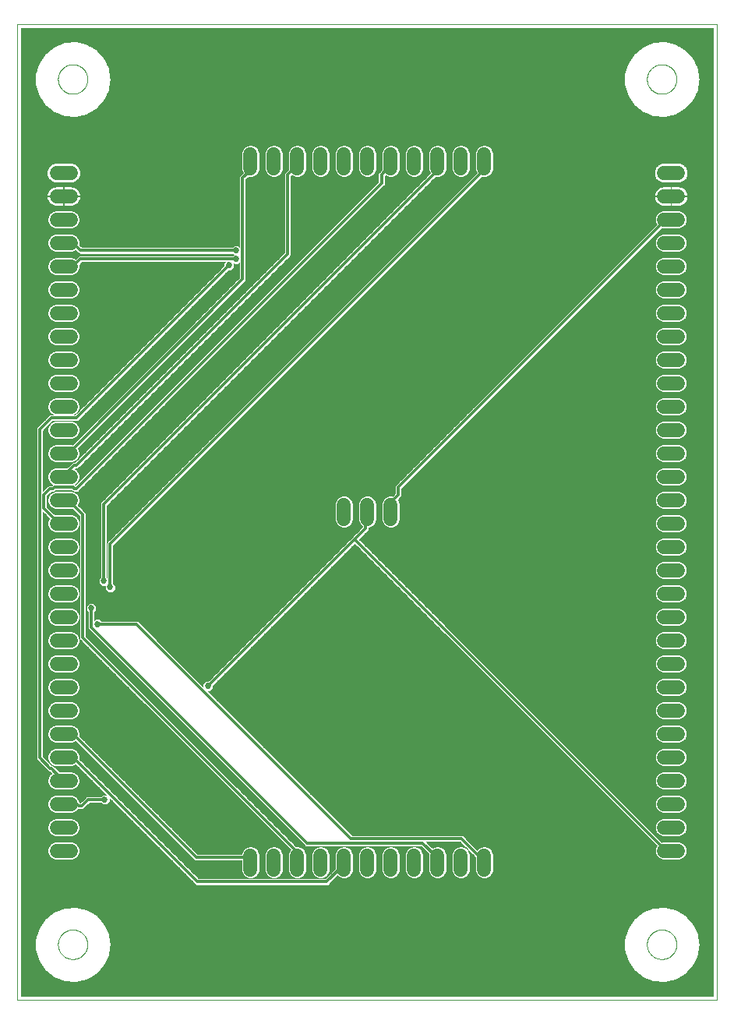
<source format=gbl>
G75*
%MOIN*%
%OFA0B0*%
%FSLAX25Y25*%
%IPPOS*%
%LPD*%
%AMOC8*
5,1,8,0,0,1.08239X$1,22.5*
%
%ADD10C,0.00000*%
%ADD11C,0.06000*%
%ADD12C,0.00300*%
%ADD13C,0.01200*%
%ADD14C,0.02700*%
D10*
X0012961Y0010993D02*
X0012961Y0428315D01*
X0312174Y0428315D01*
X0312174Y0010993D01*
X0012961Y0010993D01*
X0030284Y0034615D02*
X0030286Y0034773D01*
X0030292Y0034931D01*
X0030302Y0035089D01*
X0030316Y0035247D01*
X0030334Y0035404D01*
X0030355Y0035561D01*
X0030381Y0035717D01*
X0030411Y0035873D01*
X0030444Y0036028D01*
X0030482Y0036181D01*
X0030523Y0036334D01*
X0030568Y0036486D01*
X0030617Y0036637D01*
X0030670Y0036786D01*
X0030726Y0036934D01*
X0030786Y0037080D01*
X0030850Y0037225D01*
X0030918Y0037368D01*
X0030989Y0037510D01*
X0031063Y0037650D01*
X0031141Y0037787D01*
X0031223Y0037923D01*
X0031307Y0038057D01*
X0031396Y0038188D01*
X0031487Y0038317D01*
X0031582Y0038444D01*
X0031679Y0038569D01*
X0031780Y0038691D01*
X0031884Y0038810D01*
X0031991Y0038927D01*
X0032101Y0039041D01*
X0032214Y0039152D01*
X0032329Y0039261D01*
X0032447Y0039366D01*
X0032568Y0039468D01*
X0032691Y0039568D01*
X0032817Y0039664D01*
X0032945Y0039757D01*
X0033075Y0039847D01*
X0033208Y0039933D01*
X0033343Y0040017D01*
X0033479Y0040096D01*
X0033618Y0040173D01*
X0033759Y0040245D01*
X0033901Y0040315D01*
X0034045Y0040380D01*
X0034191Y0040442D01*
X0034338Y0040500D01*
X0034487Y0040555D01*
X0034637Y0040606D01*
X0034788Y0040653D01*
X0034940Y0040696D01*
X0035093Y0040735D01*
X0035248Y0040771D01*
X0035403Y0040802D01*
X0035559Y0040830D01*
X0035715Y0040854D01*
X0035872Y0040874D01*
X0036030Y0040890D01*
X0036187Y0040902D01*
X0036346Y0040910D01*
X0036504Y0040914D01*
X0036662Y0040914D01*
X0036820Y0040910D01*
X0036979Y0040902D01*
X0037136Y0040890D01*
X0037294Y0040874D01*
X0037451Y0040854D01*
X0037607Y0040830D01*
X0037763Y0040802D01*
X0037918Y0040771D01*
X0038073Y0040735D01*
X0038226Y0040696D01*
X0038378Y0040653D01*
X0038529Y0040606D01*
X0038679Y0040555D01*
X0038828Y0040500D01*
X0038975Y0040442D01*
X0039121Y0040380D01*
X0039265Y0040315D01*
X0039407Y0040245D01*
X0039548Y0040173D01*
X0039687Y0040096D01*
X0039823Y0040017D01*
X0039958Y0039933D01*
X0040091Y0039847D01*
X0040221Y0039757D01*
X0040349Y0039664D01*
X0040475Y0039568D01*
X0040598Y0039468D01*
X0040719Y0039366D01*
X0040837Y0039261D01*
X0040952Y0039152D01*
X0041065Y0039041D01*
X0041175Y0038927D01*
X0041282Y0038810D01*
X0041386Y0038691D01*
X0041487Y0038569D01*
X0041584Y0038444D01*
X0041679Y0038317D01*
X0041770Y0038188D01*
X0041859Y0038057D01*
X0041943Y0037923D01*
X0042025Y0037787D01*
X0042103Y0037650D01*
X0042177Y0037510D01*
X0042248Y0037368D01*
X0042316Y0037225D01*
X0042380Y0037080D01*
X0042440Y0036934D01*
X0042496Y0036786D01*
X0042549Y0036637D01*
X0042598Y0036486D01*
X0042643Y0036334D01*
X0042684Y0036181D01*
X0042722Y0036028D01*
X0042755Y0035873D01*
X0042785Y0035717D01*
X0042811Y0035561D01*
X0042832Y0035404D01*
X0042850Y0035247D01*
X0042864Y0035089D01*
X0042874Y0034931D01*
X0042880Y0034773D01*
X0042882Y0034615D01*
X0042880Y0034457D01*
X0042874Y0034299D01*
X0042864Y0034141D01*
X0042850Y0033983D01*
X0042832Y0033826D01*
X0042811Y0033669D01*
X0042785Y0033513D01*
X0042755Y0033357D01*
X0042722Y0033202D01*
X0042684Y0033049D01*
X0042643Y0032896D01*
X0042598Y0032744D01*
X0042549Y0032593D01*
X0042496Y0032444D01*
X0042440Y0032296D01*
X0042380Y0032150D01*
X0042316Y0032005D01*
X0042248Y0031862D01*
X0042177Y0031720D01*
X0042103Y0031580D01*
X0042025Y0031443D01*
X0041943Y0031307D01*
X0041859Y0031173D01*
X0041770Y0031042D01*
X0041679Y0030913D01*
X0041584Y0030786D01*
X0041487Y0030661D01*
X0041386Y0030539D01*
X0041282Y0030420D01*
X0041175Y0030303D01*
X0041065Y0030189D01*
X0040952Y0030078D01*
X0040837Y0029969D01*
X0040719Y0029864D01*
X0040598Y0029762D01*
X0040475Y0029662D01*
X0040349Y0029566D01*
X0040221Y0029473D01*
X0040091Y0029383D01*
X0039958Y0029297D01*
X0039823Y0029213D01*
X0039687Y0029134D01*
X0039548Y0029057D01*
X0039407Y0028985D01*
X0039265Y0028915D01*
X0039121Y0028850D01*
X0038975Y0028788D01*
X0038828Y0028730D01*
X0038679Y0028675D01*
X0038529Y0028624D01*
X0038378Y0028577D01*
X0038226Y0028534D01*
X0038073Y0028495D01*
X0037918Y0028459D01*
X0037763Y0028428D01*
X0037607Y0028400D01*
X0037451Y0028376D01*
X0037294Y0028356D01*
X0037136Y0028340D01*
X0036979Y0028328D01*
X0036820Y0028320D01*
X0036662Y0028316D01*
X0036504Y0028316D01*
X0036346Y0028320D01*
X0036187Y0028328D01*
X0036030Y0028340D01*
X0035872Y0028356D01*
X0035715Y0028376D01*
X0035559Y0028400D01*
X0035403Y0028428D01*
X0035248Y0028459D01*
X0035093Y0028495D01*
X0034940Y0028534D01*
X0034788Y0028577D01*
X0034637Y0028624D01*
X0034487Y0028675D01*
X0034338Y0028730D01*
X0034191Y0028788D01*
X0034045Y0028850D01*
X0033901Y0028915D01*
X0033759Y0028985D01*
X0033618Y0029057D01*
X0033479Y0029134D01*
X0033343Y0029213D01*
X0033208Y0029297D01*
X0033075Y0029383D01*
X0032945Y0029473D01*
X0032817Y0029566D01*
X0032691Y0029662D01*
X0032568Y0029762D01*
X0032447Y0029864D01*
X0032329Y0029969D01*
X0032214Y0030078D01*
X0032101Y0030189D01*
X0031991Y0030303D01*
X0031884Y0030420D01*
X0031780Y0030539D01*
X0031679Y0030661D01*
X0031582Y0030786D01*
X0031487Y0030913D01*
X0031396Y0031042D01*
X0031307Y0031173D01*
X0031223Y0031307D01*
X0031141Y0031443D01*
X0031063Y0031580D01*
X0030989Y0031720D01*
X0030918Y0031862D01*
X0030850Y0032005D01*
X0030786Y0032150D01*
X0030726Y0032296D01*
X0030670Y0032444D01*
X0030617Y0032593D01*
X0030568Y0032744D01*
X0030523Y0032896D01*
X0030482Y0033049D01*
X0030444Y0033202D01*
X0030411Y0033357D01*
X0030381Y0033513D01*
X0030355Y0033669D01*
X0030334Y0033826D01*
X0030316Y0033983D01*
X0030302Y0034141D01*
X0030292Y0034299D01*
X0030286Y0034457D01*
X0030284Y0034615D01*
X0282253Y0034615D02*
X0282255Y0034773D01*
X0282261Y0034931D01*
X0282271Y0035089D01*
X0282285Y0035247D01*
X0282303Y0035404D01*
X0282324Y0035561D01*
X0282350Y0035717D01*
X0282380Y0035873D01*
X0282413Y0036028D01*
X0282451Y0036181D01*
X0282492Y0036334D01*
X0282537Y0036486D01*
X0282586Y0036637D01*
X0282639Y0036786D01*
X0282695Y0036934D01*
X0282755Y0037080D01*
X0282819Y0037225D01*
X0282887Y0037368D01*
X0282958Y0037510D01*
X0283032Y0037650D01*
X0283110Y0037787D01*
X0283192Y0037923D01*
X0283276Y0038057D01*
X0283365Y0038188D01*
X0283456Y0038317D01*
X0283551Y0038444D01*
X0283648Y0038569D01*
X0283749Y0038691D01*
X0283853Y0038810D01*
X0283960Y0038927D01*
X0284070Y0039041D01*
X0284183Y0039152D01*
X0284298Y0039261D01*
X0284416Y0039366D01*
X0284537Y0039468D01*
X0284660Y0039568D01*
X0284786Y0039664D01*
X0284914Y0039757D01*
X0285044Y0039847D01*
X0285177Y0039933D01*
X0285312Y0040017D01*
X0285448Y0040096D01*
X0285587Y0040173D01*
X0285728Y0040245D01*
X0285870Y0040315D01*
X0286014Y0040380D01*
X0286160Y0040442D01*
X0286307Y0040500D01*
X0286456Y0040555D01*
X0286606Y0040606D01*
X0286757Y0040653D01*
X0286909Y0040696D01*
X0287062Y0040735D01*
X0287217Y0040771D01*
X0287372Y0040802D01*
X0287528Y0040830D01*
X0287684Y0040854D01*
X0287841Y0040874D01*
X0287999Y0040890D01*
X0288156Y0040902D01*
X0288315Y0040910D01*
X0288473Y0040914D01*
X0288631Y0040914D01*
X0288789Y0040910D01*
X0288948Y0040902D01*
X0289105Y0040890D01*
X0289263Y0040874D01*
X0289420Y0040854D01*
X0289576Y0040830D01*
X0289732Y0040802D01*
X0289887Y0040771D01*
X0290042Y0040735D01*
X0290195Y0040696D01*
X0290347Y0040653D01*
X0290498Y0040606D01*
X0290648Y0040555D01*
X0290797Y0040500D01*
X0290944Y0040442D01*
X0291090Y0040380D01*
X0291234Y0040315D01*
X0291376Y0040245D01*
X0291517Y0040173D01*
X0291656Y0040096D01*
X0291792Y0040017D01*
X0291927Y0039933D01*
X0292060Y0039847D01*
X0292190Y0039757D01*
X0292318Y0039664D01*
X0292444Y0039568D01*
X0292567Y0039468D01*
X0292688Y0039366D01*
X0292806Y0039261D01*
X0292921Y0039152D01*
X0293034Y0039041D01*
X0293144Y0038927D01*
X0293251Y0038810D01*
X0293355Y0038691D01*
X0293456Y0038569D01*
X0293553Y0038444D01*
X0293648Y0038317D01*
X0293739Y0038188D01*
X0293828Y0038057D01*
X0293912Y0037923D01*
X0293994Y0037787D01*
X0294072Y0037650D01*
X0294146Y0037510D01*
X0294217Y0037368D01*
X0294285Y0037225D01*
X0294349Y0037080D01*
X0294409Y0036934D01*
X0294465Y0036786D01*
X0294518Y0036637D01*
X0294567Y0036486D01*
X0294612Y0036334D01*
X0294653Y0036181D01*
X0294691Y0036028D01*
X0294724Y0035873D01*
X0294754Y0035717D01*
X0294780Y0035561D01*
X0294801Y0035404D01*
X0294819Y0035247D01*
X0294833Y0035089D01*
X0294843Y0034931D01*
X0294849Y0034773D01*
X0294851Y0034615D01*
X0294849Y0034457D01*
X0294843Y0034299D01*
X0294833Y0034141D01*
X0294819Y0033983D01*
X0294801Y0033826D01*
X0294780Y0033669D01*
X0294754Y0033513D01*
X0294724Y0033357D01*
X0294691Y0033202D01*
X0294653Y0033049D01*
X0294612Y0032896D01*
X0294567Y0032744D01*
X0294518Y0032593D01*
X0294465Y0032444D01*
X0294409Y0032296D01*
X0294349Y0032150D01*
X0294285Y0032005D01*
X0294217Y0031862D01*
X0294146Y0031720D01*
X0294072Y0031580D01*
X0293994Y0031443D01*
X0293912Y0031307D01*
X0293828Y0031173D01*
X0293739Y0031042D01*
X0293648Y0030913D01*
X0293553Y0030786D01*
X0293456Y0030661D01*
X0293355Y0030539D01*
X0293251Y0030420D01*
X0293144Y0030303D01*
X0293034Y0030189D01*
X0292921Y0030078D01*
X0292806Y0029969D01*
X0292688Y0029864D01*
X0292567Y0029762D01*
X0292444Y0029662D01*
X0292318Y0029566D01*
X0292190Y0029473D01*
X0292060Y0029383D01*
X0291927Y0029297D01*
X0291792Y0029213D01*
X0291656Y0029134D01*
X0291517Y0029057D01*
X0291376Y0028985D01*
X0291234Y0028915D01*
X0291090Y0028850D01*
X0290944Y0028788D01*
X0290797Y0028730D01*
X0290648Y0028675D01*
X0290498Y0028624D01*
X0290347Y0028577D01*
X0290195Y0028534D01*
X0290042Y0028495D01*
X0289887Y0028459D01*
X0289732Y0028428D01*
X0289576Y0028400D01*
X0289420Y0028376D01*
X0289263Y0028356D01*
X0289105Y0028340D01*
X0288948Y0028328D01*
X0288789Y0028320D01*
X0288631Y0028316D01*
X0288473Y0028316D01*
X0288315Y0028320D01*
X0288156Y0028328D01*
X0287999Y0028340D01*
X0287841Y0028356D01*
X0287684Y0028376D01*
X0287528Y0028400D01*
X0287372Y0028428D01*
X0287217Y0028459D01*
X0287062Y0028495D01*
X0286909Y0028534D01*
X0286757Y0028577D01*
X0286606Y0028624D01*
X0286456Y0028675D01*
X0286307Y0028730D01*
X0286160Y0028788D01*
X0286014Y0028850D01*
X0285870Y0028915D01*
X0285728Y0028985D01*
X0285587Y0029057D01*
X0285448Y0029134D01*
X0285312Y0029213D01*
X0285177Y0029297D01*
X0285044Y0029383D01*
X0284914Y0029473D01*
X0284786Y0029566D01*
X0284660Y0029662D01*
X0284537Y0029762D01*
X0284416Y0029864D01*
X0284298Y0029969D01*
X0284183Y0030078D01*
X0284070Y0030189D01*
X0283960Y0030303D01*
X0283853Y0030420D01*
X0283749Y0030539D01*
X0283648Y0030661D01*
X0283551Y0030786D01*
X0283456Y0030913D01*
X0283365Y0031042D01*
X0283276Y0031173D01*
X0283192Y0031307D01*
X0283110Y0031443D01*
X0283032Y0031580D01*
X0282958Y0031720D01*
X0282887Y0031862D01*
X0282819Y0032005D01*
X0282755Y0032150D01*
X0282695Y0032296D01*
X0282639Y0032444D01*
X0282586Y0032593D01*
X0282537Y0032744D01*
X0282492Y0032896D01*
X0282451Y0033049D01*
X0282413Y0033202D01*
X0282380Y0033357D01*
X0282350Y0033513D01*
X0282324Y0033669D01*
X0282303Y0033826D01*
X0282285Y0033983D01*
X0282271Y0034141D01*
X0282261Y0034299D01*
X0282255Y0034457D01*
X0282253Y0034615D01*
X0282253Y0404693D02*
X0282255Y0404851D01*
X0282261Y0405009D01*
X0282271Y0405167D01*
X0282285Y0405325D01*
X0282303Y0405482D01*
X0282324Y0405639D01*
X0282350Y0405795D01*
X0282380Y0405951D01*
X0282413Y0406106D01*
X0282451Y0406259D01*
X0282492Y0406412D01*
X0282537Y0406564D01*
X0282586Y0406715D01*
X0282639Y0406864D01*
X0282695Y0407012D01*
X0282755Y0407158D01*
X0282819Y0407303D01*
X0282887Y0407446D01*
X0282958Y0407588D01*
X0283032Y0407728D01*
X0283110Y0407865D01*
X0283192Y0408001D01*
X0283276Y0408135D01*
X0283365Y0408266D01*
X0283456Y0408395D01*
X0283551Y0408522D01*
X0283648Y0408647D01*
X0283749Y0408769D01*
X0283853Y0408888D01*
X0283960Y0409005D01*
X0284070Y0409119D01*
X0284183Y0409230D01*
X0284298Y0409339D01*
X0284416Y0409444D01*
X0284537Y0409546D01*
X0284660Y0409646D01*
X0284786Y0409742D01*
X0284914Y0409835D01*
X0285044Y0409925D01*
X0285177Y0410011D01*
X0285312Y0410095D01*
X0285448Y0410174D01*
X0285587Y0410251D01*
X0285728Y0410323D01*
X0285870Y0410393D01*
X0286014Y0410458D01*
X0286160Y0410520D01*
X0286307Y0410578D01*
X0286456Y0410633D01*
X0286606Y0410684D01*
X0286757Y0410731D01*
X0286909Y0410774D01*
X0287062Y0410813D01*
X0287217Y0410849D01*
X0287372Y0410880D01*
X0287528Y0410908D01*
X0287684Y0410932D01*
X0287841Y0410952D01*
X0287999Y0410968D01*
X0288156Y0410980D01*
X0288315Y0410988D01*
X0288473Y0410992D01*
X0288631Y0410992D01*
X0288789Y0410988D01*
X0288948Y0410980D01*
X0289105Y0410968D01*
X0289263Y0410952D01*
X0289420Y0410932D01*
X0289576Y0410908D01*
X0289732Y0410880D01*
X0289887Y0410849D01*
X0290042Y0410813D01*
X0290195Y0410774D01*
X0290347Y0410731D01*
X0290498Y0410684D01*
X0290648Y0410633D01*
X0290797Y0410578D01*
X0290944Y0410520D01*
X0291090Y0410458D01*
X0291234Y0410393D01*
X0291376Y0410323D01*
X0291517Y0410251D01*
X0291656Y0410174D01*
X0291792Y0410095D01*
X0291927Y0410011D01*
X0292060Y0409925D01*
X0292190Y0409835D01*
X0292318Y0409742D01*
X0292444Y0409646D01*
X0292567Y0409546D01*
X0292688Y0409444D01*
X0292806Y0409339D01*
X0292921Y0409230D01*
X0293034Y0409119D01*
X0293144Y0409005D01*
X0293251Y0408888D01*
X0293355Y0408769D01*
X0293456Y0408647D01*
X0293553Y0408522D01*
X0293648Y0408395D01*
X0293739Y0408266D01*
X0293828Y0408135D01*
X0293912Y0408001D01*
X0293994Y0407865D01*
X0294072Y0407728D01*
X0294146Y0407588D01*
X0294217Y0407446D01*
X0294285Y0407303D01*
X0294349Y0407158D01*
X0294409Y0407012D01*
X0294465Y0406864D01*
X0294518Y0406715D01*
X0294567Y0406564D01*
X0294612Y0406412D01*
X0294653Y0406259D01*
X0294691Y0406106D01*
X0294724Y0405951D01*
X0294754Y0405795D01*
X0294780Y0405639D01*
X0294801Y0405482D01*
X0294819Y0405325D01*
X0294833Y0405167D01*
X0294843Y0405009D01*
X0294849Y0404851D01*
X0294851Y0404693D01*
X0294849Y0404535D01*
X0294843Y0404377D01*
X0294833Y0404219D01*
X0294819Y0404061D01*
X0294801Y0403904D01*
X0294780Y0403747D01*
X0294754Y0403591D01*
X0294724Y0403435D01*
X0294691Y0403280D01*
X0294653Y0403127D01*
X0294612Y0402974D01*
X0294567Y0402822D01*
X0294518Y0402671D01*
X0294465Y0402522D01*
X0294409Y0402374D01*
X0294349Y0402228D01*
X0294285Y0402083D01*
X0294217Y0401940D01*
X0294146Y0401798D01*
X0294072Y0401658D01*
X0293994Y0401521D01*
X0293912Y0401385D01*
X0293828Y0401251D01*
X0293739Y0401120D01*
X0293648Y0400991D01*
X0293553Y0400864D01*
X0293456Y0400739D01*
X0293355Y0400617D01*
X0293251Y0400498D01*
X0293144Y0400381D01*
X0293034Y0400267D01*
X0292921Y0400156D01*
X0292806Y0400047D01*
X0292688Y0399942D01*
X0292567Y0399840D01*
X0292444Y0399740D01*
X0292318Y0399644D01*
X0292190Y0399551D01*
X0292060Y0399461D01*
X0291927Y0399375D01*
X0291792Y0399291D01*
X0291656Y0399212D01*
X0291517Y0399135D01*
X0291376Y0399063D01*
X0291234Y0398993D01*
X0291090Y0398928D01*
X0290944Y0398866D01*
X0290797Y0398808D01*
X0290648Y0398753D01*
X0290498Y0398702D01*
X0290347Y0398655D01*
X0290195Y0398612D01*
X0290042Y0398573D01*
X0289887Y0398537D01*
X0289732Y0398506D01*
X0289576Y0398478D01*
X0289420Y0398454D01*
X0289263Y0398434D01*
X0289105Y0398418D01*
X0288948Y0398406D01*
X0288789Y0398398D01*
X0288631Y0398394D01*
X0288473Y0398394D01*
X0288315Y0398398D01*
X0288156Y0398406D01*
X0287999Y0398418D01*
X0287841Y0398434D01*
X0287684Y0398454D01*
X0287528Y0398478D01*
X0287372Y0398506D01*
X0287217Y0398537D01*
X0287062Y0398573D01*
X0286909Y0398612D01*
X0286757Y0398655D01*
X0286606Y0398702D01*
X0286456Y0398753D01*
X0286307Y0398808D01*
X0286160Y0398866D01*
X0286014Y0398928D01*
X0285870Y0398993D01*
X0285728Y0399063D01*
X0285587Y0399135D01*
X0285448Y0399212D01*
X0285312Y0399291D01*
X0285177Y0399375D01*
X0285044Y0399461D01*
X0284914Y0399551D01*
X0284786Y0399644D01*
X0284660Y0399740D01*
X0284537Y0399840D01*
X0284416Y0399942D01*
X0284298Y0400047D01*
X0284183Y0400156D01*
X0284070Y0400267D01*
X0283960Y0400381D01*
X0283853Y0400498D01*
X0283749Y0400617D01*
X0283648Y0400739D01*
X0283551Y0400864D01*
X0283456Y0400991D01*
X0283365Y0401120D01*
X0283276Y0401251D01*
X0283192Y0401385D01*
X0283110Y0401521D01*
X0283032Y0401658D01*
X0282958Y0401798D01*
X0282887Y0401940D01*
X0282819Y0402083D01*
X0282755Y0402228D01*
X0282695Y0402374D01*
X0282639Y0402522D01*
X0282586Y0402671D01*
X0282537Y0402822D01*
X0282492Y0402974D01*
X0282451Y0403127D01*
X0282413Y0403280D01*
X0282380Y0403435D01*
X0282350Y0403591D01*
X0282324Y0403747D01*
X0282303Y0403904D01*
X0282285Y0404061D01*
X0282271Y0404219D01*
X0282261Y0404377D01*
X0282255Y0404535D01*
X0282253Y0404693D01*
X0030284Y0404693D02*
X0030286Y0404851D01*
X0030292Y0405009D01*
X0030302Y0405167D01*
X0030316Y0405325D01*
X0030334Y0405482D01*
X0030355Y0405639D01*
X0030381Y0405795D01*
X0030411Y0405951D01*
X0030444Y0406106D01*
X0030482Y0406259D01*
X0030523Y0406412D01*
X0030568Y0406564D01*
X0030617Y0406715D01*
X0030670Y0406864D01*
X0030726Y0407012D01*
X0030786Y0407158D01*
X0030850Y0407303D01*
X0030918Y0407446D01*
X0030989Y0407588D01*
X0031063Y0407728D01*
X0031141Y0407865D01*
X0031223Y0408001D01*
X0031307Y0408135D01*
X0031396Y0408266D01*
X0031487Y0408395D01*
X0031582Y0408522D01*
X0031679Y0408647D01*
X0031780Y0408769D01*
X0031884Y0408888D01*
X0031991Y0409005D01*
X0032101Y0409119D01*
X0032214Y0409230D01*
X0032329Y0409339D01*
X0032447Y0409444D01*
X0032568Y0409546D01*
X0032691Y0409646D01*
X0032817Y0409742D01*
X0032945Y0409835D01*
X0033075Y0409925D01*
X0033208Y0410011D01*
X0033343Y0410095D01*
X0033479Y0410174D01*
X0033618Y0410251D01*
X0033759Y0410323D01*
X0033901Y0410393D01*
X0034045Y0410458D01*
X0034191Y0410520D01*
X0034338Y0410578D01*
X0034487Y0410633D01*
X0034637Y0410684D01*
X0034788Y0410731D01*
X0034940Y0410774D01*
X0035093Y0410813D01*
X0035248Y0410849D01*
X0035403Y0410880D01*
X0035559Y0410908D01*
X0035715Y0410932D01*
X0035872Y0410952D01*
X0036030Y0410968D01*
X0036187Y0410980D01*
X0036346Y0410988D01*
X0036504Y0410992D01*
X0036662Y0410992D01*
X0036820Y0410988D01*
X0036979Y0410980D01*
X0037136Y0410968D01*
X0037294Y0410952D01*
X0037451Y0410932D01*
X0037607Y0410908D01*
X0037763Y0410880D01*
X0037918Y0410849D01*
X0038073Y0410813D01*
X0038226Y0410774D01*
X0038378Y0410731D01*
X0038529Y0410684D01*
X0038679Y0410633D01*
X0038828Y0410578D01*
X0038975Y0410520D01*
X0039121Y0410458D01*
X0039265Y0410393D01*
X0039407Y0410323D01*
X0039548Y0410251D01*
X0039687Y0410174D01*
X0039823Y0410095D01*
X0039958Y0410011D01*
X0040091Y0409925D01*
X0040221Y0409835D01*
X0040349Y0409742D01*
X0040475Y0409646D01*
X0040598Y0409546D01*
X0040719Y0409444D01*
X0040837Y0409339D01*
X0040952Y0409230D01*
X0041065Y0409119D01*
X0041175Y0409005D01*
X0041282Y0408888D01*
X0041386Y0408769D01*
X0041487Y0408647D01*
X0041584Y0408522D01*
X0041679Y0408395D01*
X0041770Y0408266D01*
X0041859Y0408135D01*
X0041943Y0408001D01*
X0042025Y0407865D01*
X0042103Y0407728D01*
X0042177Y0407588D01*
X0042248Y0407446D01*
X0042316Y0407303D01*
X0042380Y0407158D01*
X0042440Y0407012D01*
X0042496Y0406864D01*
X0042549Y0406715D01*
X0042598Y0406564D01*
X0042643Y0406412D01*
X0042684Y0406259D01*
X0042722Y0406106D01*
X0042755Y0405951D01*
X0042785Y0405795D01*
X0042811Y0405639D01*
X0042832Y0405482D01*
X0042850Y0405325D01*
X0042864Y0405167D01*
X0042874Y0405009D01*
X0042880Y0404851D01*
X0042882Y0404693D01*
X0042880Y0404535D01*
X0042874Y0404377D01*
X0042864Y0404219D01*
X0042850Y0404061D01*
X0042832Y0403904D01*
X0042811Y0403747D01*
X0042785Y0403591D01*
X0042755Y0403435D01*
X0042722Y0403280D01*
X0042684Y0403127D01*
X0042643Y0402974D01*
X0042598Y0402822D01*
X0042549Y0402671D01*
X0042496Y0402522D01*
X0042440Y0402374D01*
X0042380Y0402228D01*
X0042316Y0402083D01*
X0042248Y0401940D01*
X0042177Y0401798D01*
X0042103Y0401658D01*
X0042025Y0401521D01*
X0041943Y0401385D01*
X0041859Y0401251D01*
X0041770Y0401120D01*
X0041679Y0400991D01*
X0041584Y0400864D01*
X0041487Y0400739D01*
X0041386Y0400617D01*
X0041282Y0400498D01*
X0041175Y0400381D01*
X0041065Y0400267D01*
X0040952Y0400156D01*
X0040837Y0400047D01*
X0040719Y0399942D01*
X0040598Y0399840D01*
X0040475Y0399740D01*
X0040349Y0399644D01*
X0040221Y0399551D01*
X0040091Y0399461D01*
X0039958Y0399375D01*
X0039823Y0399291D01*
X0039687Y0399212D01*
X0039548Y0399135D01*
X0039407Y0399063D01*
X0039265Y0398993D01*
X0039121Y0398928D01*
X0038975Y0398866D01*
X0038828Y0398808D01*
X0038679Y0398753D01*
X0038529Y0398702D01*
X0038378Y0398655D01*
X0038226Y0398612D01*
X0038073Y0398573D01*
X0037918Y0398537D01*
X0037763Y0398506D01*
X0037607Y0398478D01*
X0037451Y0398454D01*
X0037294Y0398434D01*
X0037136Y0398418D01*
X0036979Y0398406D01*
X0036820Y0398398D01*
X0036662Y0398394D01*
X0036504Y0398394D01*
X0036346Y0398398D01*
X0036187Y0398406D01*
X0036030Y0398418D01*
X0035872Y0398434D01*
X0035715Y0398454D01*
X0035559Y0398478D01*
X0035403Y0398506D01*
X0035248Y0398537D01*
X0035093Y0398573D01*
X0034940Y0398612D01*
X0034788Y0398655D01*
X0034637Y0398702D01*
X0034487Y0398753D01*
X0034338Y0398808D01*
X0034191Y0398866D01*
X0034045Y0398928D01*
X0033901Y0398993D01*
X0033759Y0399063D01*
X0033618Y0399135D01*
X0033479Y0399212D01*
X0033343Y0399291D01*
X0033208Y0399375D01*
X0033075Y0399461D01*
X0032945Y0399551D01*
X0032817Y0399644D01*
X0032691Y0399740D01*
X0032568Y0399840D01*
X0032447Y0399942D01*
X0032329Y0400047D01*
X0032214Y0400156D01*
X0032101Y0400267D01*
X0031991Y0400381D01*
X0031884Y0400498D01*
X0031780Y0400617D01*
X0031679Y0400739D01*
X0031582Y0400864D01*
X0031487Y0400991D01*
X0031396Y0401120D01*
X0031307Y0401251D01*
X0031223Y0401385D01*
X0031141Y0401521D01*
X0031063Y0401658D01*
X0030989Y0401798D01*
X0030918Y0401940D01*
X0030850Y0402083D01*
X0030786Y0402228D01*
X0030726Y0402374D01*
X0030670Y0402522D01*
X0030617Y0402671D01*
X0030568Y0402822D01*
X0030523Y0402974D01*
X0030482Y0403127D01*
X0030444Y0403280D01*
X0030411Y0403435D01*
X0030381Y0403591D01*
X0030355Y0403747D01*
X0030334Y0403904D01*
X0030316Y0404061D01*
X0030302Y0404219D01*
X0030292Y0404377D01*
X0030286Y0404535D01*
X0030284Y0404693D01*
D11*
X0029646Y0364654D02*
X0035646Y0364654D01*
X0035646Y0354654D02*
X0029646Y0354654D01*
X0029646Y0344654D02*
X0035646Y0344654D01*
X0035646Y0334654D02*
X0029646Y0334654D01*
X0029646Y0324654D02*
X0035646Y0324654D01*
X0035646Y0314654D02*
X0029646Y0314654D01*
X0029646Y0304654D02*
X0035646Y0304654D01*
X0035646Y0294654D02*
X0029646Y0294654D01*
X0029646Y0284654D02*
X0035646Y0284654D01*
X0035646Y0274654D02*
X0029646Y0274654D01*
X0029646Y0264654D02*
X0035646Y0264654D01*
X0035646Y0254654D02*
X0029646Y0254654D01*
X0029646Y0244654D02*
X0035646Y0244654D01*
X0035646Y0234654D02*
X0029646Y0234654D01*
X0029646Y0224654D02*
X0035646Y0224654D01*
X0035646Y0214654D02*
X0029646Y0214654D01*
X0029646Y0204654D02*
X0035646Y0204654D01*
X0035646Y0194654D02*
X0029646Y0194654D01*
X0029646Y0184654D02*
X0035646Y0184654D01*
X0035646Y0174654D02*
X0029646Y0174654D01*
X0029646Y0164654D02*
X0035646Y0164654D01*
X0035646Y0154654D02*
X0029646Y0154654D01*
X0029646Y0144654D02*
X0035646Y0144654D01*
X0035646Y0134654D02*
X0029646Y0134654D01*
X0029646Y0124654D02*
X0035646Y0124654D01*
X0035646Y0114654D02*
X0029646Y0114654D01*
X0029646Y0104654D02*
X0035646Y0104654D01*
X0035646Y0094654D02*
X0029646Y0094654D01*
X0029646Y0084654D02*
X0035646Y0084654D01*
X0035646Y0074654D02*
X0029646Y0074654D01*
X0112567Y0072654D02*
X0112567Y0066654D01*
X0122567Y0066654D02*
X0122567Y0072654D01*
X0132567Y0072654D02*
X0132567Y0066654D01*
X0142567Y0066654D02*
X0142567Y0072654D01*
X0152567Y0072654D02*
X0152567Y0066654D01*
X0162567Y0066654D02*
X0162567Y0072654D01*
X0172567Y0072654D02*
X0172567Y0066654D01*
X0182567Y0066654D02*
X0182567Y0072654D01*
X0192567Y0072654D02*
X0192567Y0066654D01*
X0202567Y0066654D02*
X0202567Y0072654D01*
X0212567Y0072654D02*
X0212567Y0066654D01*
X0289489Y0074654D02*
X0295489Y0074654D01*
X0295489Y0084654D02*
X0289489Y0084654D01*
X0289489Y0094654D02*
X0295489Y0094654D01*
X0295489Y0104654D02*
X0289489Y0104654D01*
X0289489Y0114654D02*
X0295489Y0114654D01*
X0295489Y0124654D02*
X0289489Y0124654D01*
X0289489Y0134654D02*
X0295489Y0134654D01*
X0295489Y0144654D02*
X0289489Y0144654D01*
X0289489Y0154654D02*
X0295489Y0154654D01*
X0295489Y0164654D02*
X0289489Y0164654D01*
X0289489Y0174654D02*
X0295489Y0174654D01*
X0295489Y0184654D02*
X0289489Y0184654D01*
X0289489Y0194654D02*
X0295489Y0194654D01*
X0295489Y0204654D02*
X0289489Y0204654D01*
X0289489Y0214654D02*
X0295489Y0214654D01*
X0295489Y0224654D02*
X0289489Y0224654D01*
X0289489Y0234654D02*
X0295489Y0234654D01*
X0295489Y0244654D02*
X0289489Y0244654D01*
X0289489Y0254654D02*
X0295489Y0254654D01*
X0295489Y0264654D02*
X0289489Y0264654D01*
X0289489Y0274654D02*
X0295489Y0274654D01*
X0295489Y0284654D02*
X0289489Y0284654D01*
X0289489Y0294654D02*
X0295489Y0294654D01*
X0295489Y0304654D02*
X0289489Y0304654D01*
X0289489Y0314654D02*
X0295489Y0314654D01*
X0295489Y0324654D02*
X0289489Y0324654D01*
X0289489Y0334654D02*
X0295489Y0334654D01*
X0295489Y0344654D02*
X0289489Y0344654D01*
X0289489Y0354654D02*
X0295489Y0354654D01*
X0295489Y0364654D02*
X0289489Y0364654D01*
X0212567Y0366654D02*
X0212567Y0372654D01*
X0202567Y0372654D02*
X0202567Y0366654D01*
X0192567Y0366654D02*
X0192567Y0372654D01*
X0182567Y0372654D02*
X0182567Y0366654D01*
X0172567Y0366654D02*
X0172567Y0372654D01*
X0162567Y0372654D02*
X0162567Y0366654D01*
X0152567Y0366654D02*
X0152567Y0372654D01*
X0142567Y0372654D02*
X0142567Y0366654D01*
X0132567Y0366654D02*
X0132567Y0372654D01*
X0122567Y0372654D02*
X0122567Y0366654D01*
X0112567Y0366654D02*
X0112567Y0372654D01*
X0152567Y0222654D02*
X0152567Y0216654D01*
X0162567Y0216654D02*
X0162567Y0222654D01*
X0172567Y0222654D02*
X0172567Y0216654D01*
D12*
X0168817Y0216667D02*
X0166317Y0216667D01*
X0166317Y0216965D02*
X0168817Y0216965D01*
X0168817Y0217264D02*
X0166317Y0217264D01*
X0166317Y0217562D02*
X0168817Y0217562D01*
X0168817Y0217861D02*
X0166317Y0217861D01*
X0166317Y0218159D02*
X0168817Y0218159D01*
X0168817Y0218458D02*
X0166317Y0218458D01*
X0166317Y0218756D02*
X0168817Y0218756D01*
X0168817Y0219055D02*
X0166317Y0219055D01*
X0166317Y0219353D02*
X0168817Y0219353D01*
X0168817Y0219652D02*
X0166317Y0219652D01*
X0166317Y0219950D02*
X0168817Y0219950D01*
X0168817Y0220249D02*
X0166317Y0220249D01*
X0166317Y0220547D02*
X0168817Y0220547D01*
X0168817Y0220846D02*
X0166317Y0220846D01*
X0166317Y0221144D02*
X0168817Y0221144D01*
X0168817Y0221443D02*
X0166317Y0221443D01*
X0166317Y0221742D02*
X0168817Y0221742D01*
X0168817Y0222040D02*
X0166317Y0222040D01*
X0166317Y0222339D02*
X0168817Y0222339D01*
X0168817Y0222637D02*
X0166317Y0222637D01*
X0166317Y0222936D02*
X0168817Y0222936D01*
X0168817Y0223234D02*
X0166317Y0223234D01*
X0166317Y0223400D02*
X0165746Y0224778D01*
X0164692Y0225833D01*
X0163313Y0226404D01*
X0161821Y0226404D01*
X0160443Y0225833D01*
X0159388Y0224778D01*
X0158817Y0223400D01*
X0158817Y0215908D01*
X0159388Y0214530D01*
X0160443Y0213475D01*
X0160561Y0213426D01*
X0160561Y0213152D01*
X0156627Y0209218D01*
X0155836Y0208427D01*
X0155836Y0208427D01*
X0094602Y0147193D01*
X0093541Y0147193D01*
X0092311Y0145962D01*
X0092311Y0145052D01*
X0064370Y0172993D01*
X0048781Y0172993D01*
X0048031Y0173743D01*
X0046291Y0173743D01*
X0045811Y0173262D01*
X0045811Y0176773D01*
X0046561Y0177523D01*
X0046561Y0179262D01*
X0045331Y0180493D01*
X0043591Y0180493D01*
X0042361Y0179262D01*
X0042361Y0177523D01*
X0043111Y0176773D01*
X0043111Y0169733D01*
X0135361Y0077483D01*
X0136152Y0076693D01*
X0185652Y0076693D01*
X0188855Y0073490D01*
X0188817Y0073400D01*
X0188817Y0065908D01*
X0189388Y0064530D01*
X0190443Y0063475D01*
X0191821Y0062904D01*
X0193313Y0062904D01*
X0194692Y0063475D01*
X0195746Y0064530D01*
X0196317Y0065908D01*
X0196317Y0073400D01*
X0195746Y0074778D01*
X0194692Y0075833D01*
X0193313Y0076404D01*
X0191821Y0076404D01*
X0190443Y0075833D01*
X0190386Y0075776D01*
X0187670Y0078493D01*
X0202302Y0078493D01*
X0208817Y0071977D01*
X0208817Y0065908D01*
X0209388Y0064530D01*
X0210443Y0063475D01*
X0211821Y0062904D01*
X0213313Y0062904D01*
X0214692Y0063475D01*
X0215746Y0064530D01*
X0216317Y0065908D01*
X0216317Y0073400D01*
X0215746Y0074778D01*
X0214692Y0075833D01*
X0213313Y0076404D01*
X0211821Y0076404D01*
X0210443Y0075833D01*
X0209611Y0075001D01*
X0203420Y0081193D01*
X0156170Y0081193D01*
X0094370Y0142993D01*
X0095281Y0142993D01*
X0096511Y0144223D01*
X0096511Y0145283D01*
X0157186Y0205958D01*
X0286338Y0076806D01*
X0286309Y0076778D01*
X0285739Y0075400D01*
X0285739Y0073908D01*
X0286309Y0072530D01*
X0287364Y0071475D01*
X0288743Y0070904D01*
X0296234Y0070904D01*
X0297613Y0071475D01*
X0298668Y0072530D01*
X0299239Y0073908D01*
X0299239Y0075400D01*
X0298668Y0076778D01*
X0297613Y0077833D01*
X0296234Y0078404D01*
X0288743Y0078404D01*
X0288613Y0078350D01*
X0159095Y0207868D01*
X0162470Y0211243D01*
X0163261Y0212033D01*
X0163261Y0212904D01*
X0163313Y0212904D01*
X0164692Y0213475D01*
X0165746Y0214530D01*
X0166317Y0215908D01*
X0166317Y0223400D01*
X0166262Y0223533D02*
X0168872Y0223533D01*
X0168817Y0223400D02*
X0168817Y0215908D01*
X0169388Y0214530D01*
X0170443Y0213475D01*
X0171821Y0212904D01*
X0173313Y0212904D01*
X0174692Y0213475D01*
X0175746Y0214530D01*
X0176317Y0215908D01*
X0176317Y0223400D01*
X0175746Y0224778D01*
X0175651Y0224873D01*
X0177211Y0226433D01*
X0177211Y0229583D01*
X0288593Y0340966D01*
X0288743Y0340904D01*
X0296234Y0340904D01*
X0297613Y0341475D01*
X0298668Y0342530D01*
X0299239Y0343908D01*
X0299239Y0345400D01*
X0298668Y0346778D01*
X0297613Y0347833D01*
X0296234Y0348404D01*
X0288743Y0348404D01*
X0287364Y0347833D01*
X0286309Y0346778D01*
X0285739Y0345400D01*
X0285739Y0343908D01*
X0286309Y0342530D01*
X0286324Y0342515D01*
X0175302Y0231493D01*
X0174511Y0230702D01*
X0174511Y0227552D01*
X0173349Y0226389D01*
X0173313Y0226404D01*
X0171821Y0226404D01*
X0170443Y0225833D01*
X0169388Y0224778D01*
X0168817Y0223400D01*
X0168996Y0223831D02*
X0166139Y0223831D01*
X0166015Y0224130D02*
X0169120Y0224130D01*
X0169243Y0224428D02*
X0165891Y0224428D01*
X0165768Y0224727D02*
X0169367Y0224727D01*
X0169635Y0225025D02*
X0165499Y0225025D01*
X0165201Y0225324D02*
X0169934Y0225324D01*
X0170232Y0225622D02*
X0164902Y0225622D01*
X0164480Y0225921D02*
X0170655Y0225921D01*
X0171375Y0226219D02*
X0163759Y0226219D01*
X0161375Y0226219D02*
X0153759Y0226219D01*
X0153313Y0226404D02*
X0151821Y0226404D01*
X0150443Y0225833D01*
X0149388Y0224778D01*
X0148817Y0223400D01*
X0148817Y0215908D01*
X0149388Y0214530D01*
X0150443Y0213475D01*
X0151821Y0212904D01*
X0153313Y0212904D01*
X0154692Y0213475D01*
X0155746Y0214530D01*
X0156317Y0215908D01*
X0156317Y0223400D01*
X0155746Y0224778D01*
X0154692Y0225833D01*
X0153313Y0226404D01*
X0154480Y0225921D02*
X0160655Y0225921D01*
X0160232Y0225622D02*
X0154902Y0225622D01*
X0155201Y0225324D02*
X0159934Y0225324D01*
X0159635Y0225025D02*
X0155499Y0225025D01*
X0155768Y0224727D02*
X0159367Y0224727D01*
X0159243Y0224428D02*
X0155891Y0224428D01*
X0156015Y0224130D02*
X0159120Y0224130D01*
X0158996Y0223831D02*
X0156139Y0223831D01*
X0156262Y0223533D02*
X0158872Y0223533D01*
X0158817Y0223234D02*
X0156317Y0223234D01*
X0156317Y0222936D02*
X0158817Y0222936D01*
X0158817Y0222637D02*
X0156317Y0222637D01*
X0156317Y0222339D02*
X0158817Y0222339D01*
X0158817Y0222040D02*
X0156317Y0222040D01*
X0156317Y0221742D02*
X0158817Y0221742D01*
X0158817Y0221443D02*
X0156317Y0221443D01*
X0156317Y0221144D02*
X0158817Y0221144D01*
X0158817Y0220846D02*
X0156317Y0220846D01*
X0156317Y0220547D02*
X0158817Y0220547D01*
X0158817Y0220249D02*
X0156317Y0220249D01*
X0156317Y0219950D02*
X0158817Y0219950D01*
X0158817Y0219652D02*
X0156317Y0219652D01*
X0156317Y0219353D02*
X0158817Y0219353D01*
X0158817Y0219055D02*
X0156317Y0219055D01*
X0156317Y0218756D02*
X0158817Y0218756D01*
X0158817Y0218458D02*
X0156317Y0218458D01*
X0156317Y0218159D02*
X0158817Y0218159D01*
X0158817Y0217861D02*
X0156317Y0217861D01*
X0156317Y0217562D02*
X0158817Y0217562D01*
X0158817Y0217264D02*
X0156317Y0217264D01*
X0156317Y0216965D02*
X0158817Y0216965D01*
X0158817Y0216667D02*
X0156317Y0216667D01*
X0156317Y0216368D02*
X0158817Y0216368D01*
X0158817Y0216070D02*
X0156317Y0216070D01*
X0156261Y0215771D02*
X0158874Y0215771D01*
X0158998Y0215473D02*
X0156137Y0215473D01*
X0156013Y0215174D02*
X0159121Y0215174D01*
X0159245Y0214876D02*
X0155890Y0214876D01*
X0155766Y0214577D02*
X0159369Y0214577D01*
X0159639Y0214279D02*
X0155495Y0214279D01*
X0155197Y0213980D02*
X0159938Y0213980D01*
X0160236Y0213682D02*
X0154898Y0213682D01*
X0154470Y0213383D02*
X0160561Y0213383D01*
X0160494Y0213085D02*
X0153750Y0213085D01*
X0151385Y0213085D02*
X0061712Y0213085D01*
X0061414Y0212786D02*
X0160196Y0212786D01*
X0159897Y0212488D02*
X0061115Y0212488D01*
X0060817Y0212189D02*
X0159598Y0212189D01*
X0159300Y0211891D02*
X0060518Y0211891D01*
X0060220Y0211592D02*
X0159001Y0211592D01*
X0158703Y0211294D02*
X0059921Y0211294D01*
X0059623Y0210995D02*
X0158404Y0210995D01*
X0158106Y0210697D02*
X0059324Y0210697D01*
X0059026Y0210398D02*
X0157807Y0210398D01*
X0157509Y0210100D02*
X0058727Y0210100D01*
X0058429Y0209801D02*
X0157210Y0209801D01*
X0156912Y0209503D02*
X0058130Y0209503D01*
X0057832Y0209204D02*
X0156613Y0209204D01*
X0156627Y0209218D02*
X0156627Y0209218D01*
X0156315Y0208906D02*
X0057533Y0208906D01*
X0057235Y0208607D02*
X0156016Y0208607D01*
X0155718Y0208309D02*
X0056936Y0208309D01*
X0056638Y0208010D02*
X0155419Y0208010D01*
X0155121Y0207711D02*
X0056339Y0207711D01*
X0056041Y0207413D02*
X0154822Y0207413D01*
X0154524Y0207114D02*
X0055742Y0207114D01*
X0055444Y0206816D02*
X0154225Y0206816D01*
X0153927Y0206517D02*
X0055145Y0206517D01*
X0054847Y0206219D02*
X0153628Y0206219D01*
X0153330Y0205920D02*
X0054548Y0205920D01*
X0054250Y0205622D02*
X0153031Y0205622D01*
X0152733Y0205323D02*
X0053951Y0205323D01*
X0053911Y0205283D02*
X0211616Y0362989D01*
X0211821Y0362904D01*
X0213313Y0362904D01*
X0214692Y0363475D01*
X0215746Y0364530D01*
X0216317Y0365908D01*
X0216317Y0373400D01*
X0215746Y0374778D01*
X0214692Y0375833D01*
X0213313Y0376404D01*
X0211821Y0376404D01*
X0210443Y0375833D01*
X0209388Y0374778D01*
X0208817Y0373400D01*
X0208817Y0365908D01*
X0209374Y0364564D01*
X0051211Y0206402D01*
X0051211Y0191712D01*
X0051211Y0191712D01*
X0051211Y0222383D01*
X0191758Y0362930D01*
X0191821Y0362904D01*
X0193313Y0362904D01*
X0194692Y0363475D01*
X0195746Y0364530D01*
X0196317Y0365908D01*
X0196317Y0373400D01*
X0195746Y0374778D01*
X0194692Y0375833D01*
X0193313Y0376404D01*
X0191821Y0376404D01*
X0190443Y0375833D01*
X0189388Y0374778D01*
X0188817Y0373400D01*
X0188817Y0365908D01*
X0189388Y0364530D01*
X0189464Y0364454D01*
X0048511Y0223502D01*
X0048511Y0191712D01*
X0047761Y0190962D01*
X0047761Y0189223D01*
X0048991Y0187993D01*
X0050461Y0187993D01*
X0050461Y0186523D01*
X0051691Y0185293D01*
X0053431Y0185293D01*
X0054661Y0186523D01*
X0054661Y0188262D01*
X0053911Y0189012D01*
X0053911Y0205283D01*
X0053911Y0205025D02*
X0152434Y0205025D01*
X0152136Y0204726D02*
X0053911Y0204726D01*
X0053911Y0204428D02*
X0151837Y0204428D01*
X0151539Y0204129D02*
X0053911Y0204129D01*
X0053911Y0203831D02*
X0151240Y0203831D01*
X0150942Y0203532D02*
X0053911Y0203532D01*
X0053911Y0203234D02*
X0150643Y0203234D01*
X0150345Y0202935D02*
X0053911Y0202935D01*
X0053911Y0202637D02*
X0150046Y0202637D01*
X0149748Y0202338D02*
X0053911Y0202338D01*
X0053911Y0202040D02*
X0149449Y0202040D01*
X0149151Y0201741D02*
X0053911Y0201741D01*
X0053911Y0201443D02*
X0148852Y0201443D01*
X0148554Y0201144D02*
X0053911Y0201144D01*
X0053911Y0200846D02*
X0148255Y0200846D01*
X0147957Y0200547D02*
X0053911Y0200547D01*
X0053911Y0200249D02*
X0147658Y0200249D01*
X0147360Y0199950D02*
X0053911Y0199950D01*
X0053911Y0199652D02*
X0147061Y0199652D01*
X0146763Y0199353D02*
X0053911Y0199353D01*
X0053911Y0199055D02*
X0146464Y0199055D01*
X0146165Y0198756D02*
X0053911Y0198756D01*
X0053911Y0198458D02*
X0145867Y0198458D01*
X0145568Y0198159D02*
X0053911Y0198159D01*
X0053911Y0197861D02*
X0145270Y0197861D01*
X0144971Y0197562D02*
X0053911Y0197562D01*
X0053911Y0197264D02*
X0144673Y0197264D01*
X0144374Y0196965D02*
X0053911Y0196965D01*
X0053911Y0196667D02*
X0144076Y0196667D01*
X0143777Y0196368D02*
X0053911Y0196368D01*
X0053911Y0196070D02*
X0143479Y0196070D01*
X0143180Y0195771D02*
X0053911Y0195771D01*
X0053911Y0195473D02*
X0142882Y0195473D01*
X0142583Y0195174D02*
X0053911Y0195174D01*
X0053911Y0194875D02*
X0142285Y0194875D01*
X0141986Y0194577D02*
X0053911Y0194577D01*
X0053911Y0194278D02*
X0141688Y0194278D01*
X0141389Y0193980D02*
X0053911Y0193980D01*
X0053911Y0193681D02*
X0141091Y0193681D01*
X0140792Y0193383D02*
X0053911Y0193383D01*
X0053911Y0193084D02*
X0140494Y0193084D01*
X0140195Y0192786D02*
X0053911Y0192786D01*
X0053911Y0192487D02*
X0139897Y0192487D01*
X0139598Y0192189D02*
X0053911Y0192189D01*
X0053911Y0191890D02*
X0139300Y0191890D01*
X0139001Y0191592D02*
X0053911Y0191592D01*
X0053911Y0191293D02*
X0138703Y0191293D01*
X0138404Y0190995D02*
X0053911Y0190995D01*
X0053911Y0190696D02*
X0138106Y0190696D01*
X0137807Y0190398D02*
X0053911Y0190398D01*
X0053911Y0190099D02*
X0137509Y0190099D01*
X0137210Y0189801D02*
X0053911Y0189801D01*
X0053911Y0189502D02*
X0136912Y0189502D01*
X0136613Y0189204D02*
X0053911Y0189204D01*
X0054018Y0188905D02*
X0136315Y0188905D01*
X0136016Y0188607D02*
X0054317Y0188607D01*
X0054615Y0188308D02*
X0135718Y0188308D01*
X0135419Y0188010D02*
X0054661Y0188010D01*
X0054661Y0187711D02*
X0135121Y0187711D01*
X0134822Y0187413D02*
X0054661Y0187413D01*
X0054661Y0187114D02*
X0134524Y0187114D01*
X0134225Y0186816D02*
X0054661Y0186816D01*
X0054656Y0186517D02*
X0133927Y0186517D01*
X0133628Y0186219D02*
X0054357Y0186219D01*
X0054059Y0185920D02*
X0133329Y0185920D01*
X0133031Y0185622D02*
X0053760Y0185622D01*
X0053461Y0185323D02*
X0132732Y0185323D01*
X0132434Y0185025D02*
X0042211Y0185025D01*
X0042211Y0185323D02*
X0051661Y0185323D01*
X0051362Y0185622D02*
X0042211Y0185622D01*
X0042211Y0185920D02*
X0051064Y0185920D01*
X0050765Y0186219D02*
X0042211Y0186219D01*
X0042211Y0186517D02*
X0050467Y0186517D01*
X0050461Y0186816D02*
X0042211Y0186816D01*
X0042211Y0187114D02*
X0050461Y0187114D01*
X0050461Y0187413D02*
X0042211Y0187413D01*
X0042211Y0187711D02*
X0050461Y0187711D01*
X0048974Y0188010D02*
X0042211Y0188010D01*
X0042211Y0188308D02*
X0048675Y0188308D01*
X0048377Y0188607D02*
X0042211Y0188607D01*
X0042211Y0188905D02*
X0048078Y0188905D01*
X0047780Y0189204D02*
X0042211Y0189204D01*
X0042211Y0189502D02*
X0047761Y0189502D01*
X0047761Y0189801D02*
X0042211Y0189801D01*
X0042211Y0190099D02*
X0047761Y0190099D01*
X0047761Y0190398D02*
X0042211Y0190398D01*
X0042211Y0190696D02*
X0047761Y0190696D01*
X0047794Y0190995D02*
X0042211Y0190995D01*
X0042211Y0191293D02*
X0048092Y0191293D01*
X0048391Y0191592D02*
X0042211Y0191592D01*
X0042211Y0191890D02*
X0048511Y0191890D01*
X0048511Y0192189D02*
X0042211Y0192189D01*
X0042211Y0192487D02*
X0048511Y0192487D01*
X0048511Y0192786D02*
X0042211Y0192786D01*
X0042211Y0193084D02*
X0048511Y0193084D01*
X0048511Y0193383D02*
X0042211Y0193383D01*
X0042211Y0193681D02*
X0048511Y0193681D01*
X0048511Y0193980D02*
X0042211Y0193980D01*
X0042211Y0194278D02*
X0048511Y0194278D01*
X0048511Y0194577D02*
X0042211Y0194577D01*
X0042211Y0194875D02*
X0048511Y0194875D01*
X0048511Y0195174D02*
X0042211Y0195174D01*
X0042211Y0195473D02*
X0048511Y0195473D01*
X0048511Y0195771D02*
X0042211Y0195771D01*
X0042211Y0196070D02*
X0048511Y0196070D01*
X0048511Y0196368D02*
X0042211Y0196368D01*
X0042211Y0196667D02*
X0048511Y0196667D01*
X0048511Y0196965D02*
X0042211Y0196965D01*
X0042211Y0197264D02*
X0048511Y0197264D01*
X0048511Y0197562D02*
X0042211Y0197562D01*
X0042211Y0197861D02*
X0048511Y0197861D01*
X0048511Y0198159D02*
X0042211Y0198159D01*
X0042211Y0198458D02*
X0048511Y0198458D01*
X0048511Y0198756D02*
X0042211Y0198756D01*
X0042211Y0199055D02*
X0048511Y0199055D01*
X0048511Y0199353D02*
X0042211Y0199353D01*
X0042211Y0199652D02*
X0048511Y0199652D01*
X0048511Y0199950D02*
X0042211Y0199950D01*
X0042211Y0200249D02*
X0048511Y0200249D01*
X0048511Y0200547D02*
X0042211Y0200547D01*
X0042211Y0200846D02*
X0048511Y0200846D01*
X0048511Y0201144D02*
X0042211Y0201144D01*
X0042211Y0201443D02*
X0048511Y0201443D01*
X0048511Y0201741D02*
X0042211Y0201741D01*
X0042211Y0202040D02*
X0048511Y0202040D01*
X0048511Y0202338D02*
X0042211Y0202338D01*
X0042211Y0202637D02*
X0048511Y0202637D01*
X0048511Y0202935D02*
X0042211Y0202935D01*
X0042211Y0203234D02*
X0048511Y0203234D01*
X0048511Y0203532D02*
X0042211Y0203532D01*
X0042211Y0203831D02*
X0048511Y0203831D01*
X0048511Y0204129D02*
X0042211Y0204129D01*
X0042211Y0204428D02*
X0048511Y0204428D01*
X0048511Y0204726D02*
X0042211Y0204726D01*
X0042211Y0205025D02*
X0048511Y0205025D01*
X0048511Y0205323D02*
X0042211Y0205323D01*
X0042211Y0205622D02*
X0048511Y0205622D01*
X0048511Y0205920D02*
X0042211Y0205920D01*
X0042211Y0206219D02*
X0048511Y0206219D01*
X0048511Y0206517D02*
X0042211Y0206517D01*
X0042211Y0206816D02*
X0048511Y0206816D01*
X0048511Y0207114D02*
X0042211Y0207114D01*
X0042211Y0207413D02*
X0048511Y0207413D01*
X0048511Y0207711D02*
X0042211Y0207711D01*
X0042211Y0208010D02*
X0048511Y0208010D01*
X0048511Y0208309D02*
X0042211Y0208309D01*
X0042211Y0208607D02*
X0048511Y0208607D01*
X0048511Y0208906D02*
X0042211Y0208906D01*
X0042211Y0209204D02*
X0048511Y0209204D01*
X0048511Y0209503D02*
X0042211Y0209503D01*
X0042211Y0209801D02*
X0048511Y0209801D01*
X0048511Y0210100D02*
X0042211Y0210100D01*
X0042211Y0210398D02*
X0048511Y0210398D01*
X0048511Y0210697D02*
X0042211Y0210697D01*
X0042211Y0210995D02*
X0048511Y0210995D01*
X0048511Y0211294D02*
X0042211Y0211294D01*
X0042211Y0211592D02*
X0048511Y0211592D01*
X0048511Y0211891D02*
X0042211Y0211891D01*
X0042211Y0212189D02*
X0048511Y0212189D01*
X0048511Y0212488D02*
X0042211Y0212488D01*
X0042211Y0212786D02*
X0048511Y0212786D01*
X0048511Y0213085D02*
X0042211Y0213085D01*
X0042211Y0213383D02*
X0048511Y0213383D01*
X0048511Y0213682D02*
X0042211Y0213682D01*
X0042211Y0213980D02*
X0048511Y0213980D01*
X0048511Y0214279D02*
X0042211Y0214279D01*
X0042211Y0214577D02*
X0048511Y0214577D01*
X0048511Y0214876D02*
X0042211Y0214876D01*
X0042211Y0215174D02*
X0048511Y0215174D01*
X0048511Y0215473D02*
X0042211Y0215473D01*
X0042211Y0215771D02*
X0048511Y0215771D01*
X0048511Y0216070D02*
X0042211Y0216070D01*
X0042211Y0216368D02*
X0048511Y0216368D01*
X0048511Y0216667D02*
X0042211Y0216667D01*
X0042211Y0216965D02*
X0048511Y0216965D01*
X0048511Y0217264D02*
X0042211Y0217264D01*
X0042211Y0217562D02*
X0048511Y0217562D01*
X0048511Y0217861D02*
X0042211Y0217861D01*
X0042211Y0218159D02*
X0048511Y0218159D01*
X0048511Y0218458D02*
X0042211Y0218458D01*
X0042211Y0218756D02*
X0048511Y0218756D01*
X0048511Y0219055D02*
X0042158Y0219055D01*
X0042211Y0219002D02*
X0041420Y0219793D01*
X0038754Y0222459D01*
X0038825Y0222530D01*
X0039396Y0223908D01*
X0039396Y0225400D01*
X0038825Y0226778D01*
X0037770Y0227833D01*
X0036392Y0228404D01*
X0028900Y0228404D01*
X0028868Y0228391D01*
X0029270Y0228793D01*
X0036252Y0228793D01*
X0036702Y0228343D01*
X0038720Y0228343D01*
X0169220Y0358843D01*
X0169220Y0358843D01*
X0170011Y0359633D01*
X0170011Y0363233D01*
X0170348Y0363570D01*
X0170443Y0363475D01*
X0171821Y0362904D01*
X0173313Y0362904D01*
X0174692Y0363475D01*
X0175746Y0364530D01*
X0176317Y0365908D01*
X0176317Y0373400D01*
X0175746Y0374778D01*
X0174692Y0375833D01*
X0173313Y0376404D01*
X0171821Y0376404D01*
X0170443Y0375833D01*
X0169388Y0374778D01*
X0168817Y0373400D01*
X0168817Y0365908D01*
X0168832Y0365873D01*
X0167311Y0364352D01*
X0167311Y0360752D01*
X0037711Y0231152D01*
X0037500Y0231363D01*
X0037770Y0231475D01*
X0038825Y0232530D01*
X0039396Y0233908D01*
X0039396Y0235400D01*
X0038825Y0236778D01*
X0037770Y0237833D01*
X0037516Y0237938D01*
X0037820Y0238243D01*
X0038720Y0238243D01*
X0129170Y0328693D01*
X0129961Y0329483D01*
X0129961Y0363233D01*
X0130323Y0363595D01*
X0130443Y0363475D01*
X0131821Y0362904D01*
X0133313Y0362904D01*
X0134692Y0363475D01*
X0135746Y0364530D01*
X0136317Y0365908D01*
X0136317Y0373400D01*
X0135746Y0374778D01*
X0134692Y0375833D01*
X0133313Y0376404D01*
X0131821Y0376404D01*
X0130443Y0375833D01*
X0129388Y0374778D01*
X0128817Y0373400D01*
X0128817Y0365908D01*
X0128817Y0365908D01*
X0127261Y0364352D01*
X0127261Y0330602D01*
X0037602Y0240943D01*
X0036702Y0240943D01*
X0035911Y0240152D01*
X0034163Y0238404D01*
X0028900Y0238404D01*
X0027522Y0237833D01*
X0026467Y0236778D01*
X0025896Y0235400D01*
X0025896Y0233908D01*
X0026467Y0232530D01*
X0027522Y0231475D01*
X0027955Y0231295D01*
X0027702Y0231043D01*
X0026352Y0231043D01*
X0025561Y0230252D01*
X0023761Y0228452D01*
X0023761Y0254333D01*
X0027920Y0258493D01*
X0038720Y0258493D01*
X0103220Y0322993D01*
X0104281Y0322993D01*
X0105511Y0324223D01*
X0105511Y0325873D01*
X0105691Y0325693D01*
X0107431Y0325693D01*
X0107911Y0326173D01*
X0107911Y0319802D01*
X0036478Y0248368D01*
X0036392Y0248404D01*
X0028900Y0248404D01*
X0027522Y0247833D01*
X0026467Y0246778D01*
X0025896Y0245400D01*
X0025896Y0243908D01*
X0026467Y0242530D01*
X0027522Y0241475D01*
X0028900Y0240904D01*
X0036392Y0240904D01*
X0037770Y0241475D01*
X0038825Y0242530D01*
X0039396Y0243908D01*
X0039396Y0245400D01*
X0038825Y0246778D01*
X0038765Y0246838D01*
X0109820Y0317893D01*
X0110611Y0318683D01*
X0110611Y0361883D01*
X0111687Y0362960D01*
X0111821Y0362904D01*
X0113313Y0362904D01*
X0114692Y0363475D01*
X0115746Y0364530D01*
X0116317Y0365908D01*
X0116317Y0373400D01*
X0115746Y0374778D01*
X0114692Y0375833D01*
X0113313Y0376404D01*
X0111821Y0376404D01*
X0110443Y0375833D01*
X0109388Y0374778D01*
X0108817Y0373400D01*
X0108817Y0365908D01*
X0109388Y0364530D01*
X0109414Y0364504D01*
X0107911Y0363002D01*
X0107911Y0333012D01*
X0107431Y0333493D01*
X0105691Y0333493D01*
X0104941Y0332743D01*
X0040520Y0332743D01*
X0039384Y0333879D01*
X0039396Y0333908D01*
X0039396Y0335400D01*
X0038825Y0336778D01*
X0037770Y0337833D01*
X0036392Y0338404D01*
X0028900Y0338404D01*
X0027522Y0337833D01*
X0026467Y0336778D01*
X0025896Y0335400D01*
X0025896Y0333908D01*
X0026467Y0332530D01*
X0027522Y0331475D01*
X0028900Y0330904D01*
X0036392Y0330904D01*
X0037770Y0331475D01*
X0037870Y0331574D01*
X0038611Y0330833D01*
X0039402Y0330043D01*
X0104941Y0330043D01*
X0105391Y0329593D01*
X0104941Y0329143D01*
X0039402Y0329143D01*
X0038611Y0328352D01*
X0037931Y0327672D01*
X0037770Y0327833D01*
X0036392Y0328404D01*
X0028900Y0328404D01*
X0027522Y0327833D01*
X0026467Y0326778D01*
X0025896Y0325400D01*
X0025896Y0323908D01*
X0026467Y0322530D01*
X0027522Y0321475D01*
X0028900Y0320904D01*
X0036392Y0320904D01*
X0037770Y0321475D01*
X0038825Y0322530D01*
X0039396Y0323908D01*
X0039396Y0325318D01*
X0040520Y0326443D01*
X0101791Y0326443D01*
X0101311Y0325962D01*
X0101311Y0324902D01*
X0037602Y0261193D01*
X0037089Y0261193D01*
X0037770Y0261475D01*
X0038825Y0262530D01*
X0039396Y0263908D01*
X0039396Y0265400D01*
X0038825Y0266778D01*
X0037770Y0267833D01*
X0036392Y0268404D01*
X0028900Y0268404D01*
X0027522Y0267833D01*
X0026467Y0266778D01*
X0025896Y0265400D01*
X0025896Y0263908D01*
X0026467Y0262530D01*
X0027522Y0261475D01*
X0028203Y0261193D01*
X0026802Y0261193D01*
X0026011Y0260402D01*
X0021061Y0255452D01*
X0021061Y0113933D01*
X0021852Y0113143D01*
X0026352Y0108643D01*
X0026802Y0108643D01*
X0027585Y0107859D01*
X0027522Y0107833D01*
X0026467Y0106778D01*
X0025896Y0105400D01*
X0025896Y0103908D01*
X0026467Y0102530D01*
X0027522Y0101475D01*
X0028900Y0100904D01*
X0036392Y0100904D01*
X0037770Y0101475D01*
X0038825Y0102530D01*
X0039396Y0103908D01*
X0039396Y0105400D01*
X0038825Y0106778D01*
X0037770Y0107833D01*
X0036392Y0108404D01*
X0030859Y0108404D01*
X0028711Y0110552D01*
X0027976Y0111287D01*
X0028900Y0110904D01*
X0036392Y0110904D01*
X0037770Y0111475D01*
X0037845Y0111549D01*
X0050802Y0098593D01*
X0049441Y0098593D01*
X0048691Y0097843D01*
X0042552Y0097843D01*
X0041761Y0097052D01*
X0039852Y0095143D01*
X0039620Y0095143D01*
X0039511Y0095252D01*
X0039396Y0095367D01*
X0039396Y0095400D01*
X0038825Y0096778D01*
X0037770Y0097833D01*
X0036392Y0098404D01*
X0028900Y0098404D01*
X0027522Y0097833D01*
X0026467Y0096778D01*
X0025896Y0095400D01*
X0025896Y0093908D01*
X0026467Y0092530D01*
X0027522Y0091475D01*
X0028900Y0090904D01*
X0036392Y0090904D01*
X0037770Y0091475D01*
X0038738Y0092443D01*
X0040970Y0092443D01*
X0043670Y0095143D01*
X0048691Y0095143D01*
X0049441Y0094393D01*
X0051181Y0094393D01*
X0052411Y0095623D01*
X0052411Y0096983D01*
X0088561Y0060833D01*
X0089352Y0060043D01*
X0145820Y0060043D01*
X0149848Y0064070D01*
X0150443Y0063475D01*
X0151821Y0062904D01*
X0153313Y0062904D01*
X0154692Y0063475D01*
X0155746Y0064530D01*
X0156317Y0065908D01*
X0156317Y0073400D01*
X0155746Y0074778D01*
X0154692Y0075833D01*
X0153313Y0076404D01*
X0151821Y0076404D01*
X0150443Y0075833D01*
X0149388Y0074778D01*
X0148817Y0073400D01*
X0148817Y0066858D01*
X0144702Y0062743D01*
X0090470Y0062743D01*
X0039369Y0113843D01*
X0039396Y0113908D01*
X0039396Y0115400D01*
X0038825Y0116778D01*
X0037770Y0117833D01*
X0036392Y0118404D01*
X0028900Y0118404D01*
X0027522Y0117833D01*
X0026467Y0116778D01*
X0025896Y0115400D01*
X0025896Y0113908D01*
X0026467Y0112530D01*
X0027522Y0111475D01*
X0027841Y0111343D01*
X0027470Y0111343D01*
X0023761Y0115052D01*
X0023761Y0219683D01*
X0026567Y0216878D01*
X0026467Y0216778D01*
X0025896Y0215400D01*
X0025896Y0213908D01*
X0026467Y0212530D01*
X0027522Y0211475D01*
X0028900Y0210904D01*
X0036392Y0210904D01*
X0037770Y0211475D01*
X0038825Y0212530D01*
X0039396Y0213908D01*
X0039396Y0215400D01*
X0038825Y0216778D01*
X0037770Y0217833D01*
X0036392Y0218404D01*
X0028900Y0218404D01*
X0028871Y0218392D01*
X0025561Y0221702D01*
X0025561Y0226433D01*
X0027470Y0228343D01*
X0028752Y0228343D01*
X0027522Y0227833D01*
X0026467Y0226778D01*
X0025896Y0225400D01*
X0025896Y0223908D01*
X0026467Y0222530D01*
X0027522Y0221475D01*
X0028900Y0220904D01*
X0036392Y0220904D01*
X0036462Y0220933D01*
X0039511Y0217883D01*
X0039511Y0165233D01*
X0040302Y0164443D01*
X0129677Y0075067D01*
X0129388Y0074778D01*
X0128817Y0073400D01*
X0128817Y0065908D01*
X0129388Y0064530D01*
X0130443Y0063475D01*
X0131821Y0062904D01*
X0133313Y0062904D01*
X0134692Y0063475D01*
X0135746Y0064530D01*
X0136317Y0065908D01*
X0136317Y0073400D01*
X0135746Y0074778D01*
X0134692Y0075833D01*
X0133313Y0076404D01*
X0132159Y0076404D01*
X0042211Y0166352D01*
X0042211Y0219002D01*
X0041859Y0219353D02*
X0048511Y0219353D01*
X0048511Y0219652D02*
X0041561Y0219652D01*
X0041420Y0219793D02*
X0041420Y0219793D01*
X0041262Y0219950D02*
X0048511Y0219950D01*
X0048511Y0220249D02*
X0040964Y0220249D01*
X0040665Y0220547D02*
X0048511Y0220547D01*
X0048511Y0220846D02*
X0040367Y0220846D01*
X0040068Y0221144D02*
X0048511Y0221144D01*
X0048511Y0221443D02*
X0039770Y0221443D01*
X0039471Y0221742D02*
X0048511Y0221742D01*
X0048511Y0222040D02*
X0039173Y0222040D01*
X0038874Y0222339D02*
X0048511Y0222339D01*
X0048511Y0222637D02*
X0038870Y0222637D01*
X0038993Y0222936D02*
X0048511Y0222936D01*
X0048511Y0223234D02*
X0039117Y0223234D01*
X0039241Y0223533D02*
X0048542Y0223533D01*
X0048840Y0223831D02*
X0039364Y0223831D01*
X0039396Y0224130D02*
X0049139Y0224130D01*
X0049437Y0224428D02*
X0039396Y0224428D01*
X0039396Y0224727D02*
X0049736Y0224727D01*
X0050034Y0225025D02*
X0039396Y0225025D01*
X0039396Y0225324D02*
X0050333Y0225324D01*
X0050631Y0225622D02*
X0039304Y0225622D01*
X0039180Y0225921D02*
X0050930Y0225921D01*
X0051229Y0226219D02*
X0039057Y0226219D01*
X0038933Y0226518D02*
X0051527Y0226518D01*
X0051826Y0226816D02*
X0038787Y0226816D01*
X0038489Y0227115D02*
X0052124Y0227115D01*
X0052423Y0227413D02*
X0038190Y0227413D01*
X0037892Y0227712D02*
X0052721Y0227712D01*
X0053020Y0228010D02*
X0037342Y0228010D01*
X0036622Y0228309D02*
X0053318Y0228309D01*
X0053617Y0228607D02*
X0038985Y0228607D01*
X0039283Y0228906D02*
X0053915Y0228906D01*
X0054214Y0229204D02*
X0039582Y0229204D01*
X0039880Y0229503D02*
X0054512Y0229503D01*
X0054811Y0229801D02*
X0040179Y0229801D01*
X0040477Y0230100D02*
X0055109Y0230100D01*
X0055408Y0230398D02*
X0040776Y0230398D01*
X0041075Y0230697D02*
X0055706Y0230697D01*
X0056005Y0230995D02*
X0041373Y0230995D01*
X0041672Y0231294D02*
X0056303Y0231294D01*
X0056602Y0231592D02*
X0041970Y0231592D01*
X0042269Y0231891D02*
X0056900Y0231891D01*
X0057199Y0232189D02*
X0042567Y0232189D01*
X0042866Y0232488D02*
X0057497Y0232488D01*
X0057796Y0232786D02*
X0043164Y0232786D01*
X0043463Y0233085D02*
X0058094Y0233085D01*
X0058393Y0233383D02*
X0043761Y0233383D01*
X0044060Y0233682D02*
X0058691Y0233682D01*
X0058990Y0233980D02*
X0044358Y0233980D01*
X0044657Y0234279D02*
X0059288Y0234279D01*
X0059587Y0234577D02*
X0044955Y0234577D01*
X0045254Y0234876D02*
X0059885Y0234876D01*
X0060184Y0235175D02*
X0045552Y0235175D01*
X0045851Y0235473D02*
X0060482Y0235473D01*
X0060781Y0235772D02*
X0046149Y0235772D01*
X0046448Y0236070D02*
X0061079Y0236070D01*
X0061378Y0236369D02*
X0046746Y0236369D01*
X0047045Y0236667D02*
X0061676Y0236667D01*
X0061975Y0236966D02*
X0047343Y0236966D01*
X0047642Y0237264D02*
X0062273Y0237264D01*
X0062572Y0237563D02*
X0047940Y0237563D01*
X0048239Y0237861D02*
X0062870Y0237861D01*
X0063169Y0238160D02*
X0048537Y0238160D01*
X0048836Y0238458D02*
X0063467Y0238458D01*
X0063766Y0238757D02*
X0049134Y0238757D01*
X0049433Y0239055D02*
X0064064Y0239055D01*
X0064363Y0239354D02*
X0049731Y0239354D01*
X0050030Y0239652D02*
X0064662Y0239652D01*
X0064960Y0239951D02*
X0050328Y0239951D01*
X0050627Y0240249D02*
X0065259Y0240249D01*
X0065557Y0240548D02*
X0050925Y0240548D01*
X0051224Y0240846D02*
X0065856Y0240846D01*
X0066154Y0241145D02*
X0051522Y0241145D01*
X0051821Y0241443D02*
X0066453Y0241443D01*
X0066751Y0241742D02*
X0052119Y0241742D01*
X0052418Y0242040D02*
X0067050Y0242040D01*
X0067348Y0242339D02*
X0052716Y0242339D01*
X0053015Y0242637D02*
X0067647Y0242637D01*
X0067945Y0242936D02*
X0053313Y0242936D01*
X0053612Y0243234D02*
X0068244Y0243234D01*
X0068542Y0243533D02*
X0053911Y0243533D01*
X0054209Y0243831D02*
X0068841Y0243831D01*
X0069139Y0244130D02*
X0054508Y0244130D01*
X0054806Y0244428D02*
X0069438Y0244428D01*
X0069736Y0244727D02*
X0055105Y0244727D01*
X0055403Y0245025D02*
X0070035Y0245025D01*
X0070333Y0245324D02*
X0055702Y0245324D01*
X0056000Y0245622D02*
X0070632Y0245622D01*
X0070930Y0245921D02*
X0056299Y0245921D01*
X0056597Y0246219D02*
X0071229Y0246219D01*
X0071527Y0246518D02*
X0056896Y0246518D01*
X0057194Y0246816D02*
X0071826Y0246816D01*
X0072124Y0247115D02*
X0057493Y0247115D01*
X0057791Y0247413D02*
X0072423Y0247413D01*
X0072721Y0247712D02*
X0058090Y0247712D01*
X0058388Y0248011D02*
X0073020Y0248011D01*
X0073318Y0248309D02*
X0058687Y0248309D01*
X0058985Y0248608D02*
X0073617Y0248608D01*
X0073915Y0248906D02*
X0059284Y0248906D01*
X0059582Y0249205D02*
X0074214Y0249205D01*
X0074512Y0249503D02*
X0059881Y0249503D01*
X0060179Y0249802D02*
X0074811Y0249802D01*
X0075109Y0250100D02*
X0060478Y0250100D01*
X0060776Y0250399D02*
X0075408Y0250399D01*
X0075706Y0250697D02*
X0061075Y0250697D01*
X0061373Y0250996D02*
X0076005Y0250996D01*
X0076303Y0251294D02*
X0061672Y0251294D01*
X0061970Y0251593D02*
X0076602Y0251593D01*
X0076900Y0251891D02*
X0062269Y0251891D01*
X0062567Y0252190D02*
X0077199Y0252190D01*
X0077498Y0252488D02*
X0062866Y0252488D01*
X0063164Y0252787D02*
X0077796Y0252787D01*
X0078095Y0253085D02*
X0063463Y0253085D01*
X0063761Y0253384D02*
X0078393Y0253384D01*
X0078692Y0253682D02*
X0064060Y0253682D01*
X0064358Y0253981D02*
X0078990Y0253981D01*
X0079289Y0254279D02*
X0064657Y0254279D01*
X0064955Y0254578D02*
X0079587Y0254578D01*
X0079886Y0254876D02*
X0065254Y0254876D01*
X0065552Y0255175D02*
X0080184Y0255175D01*
X0080483Y0255473D02*
X0065851Y0255473D01*
X0066149Y0255772D02*
X0080781Y0255772D01*
X0081080Y0256070D02*
X0066448Y0256070D01*
X0066746Y0256369D02*
X0081378Y0256369D01*
X0081677Y0256667D02*
X0067045Y0256667D01*
X0067344Y0256966D02*
X0081975Y0256966D01*
X0082274Y0257264D02*
X0067642Y0257264D01*
X0067941Y0257563D02*
X0082572Y0257563D01*
X0082871Y0257861D02*
X0068239Y0257861D01*
X0068538Y0258160D02*
X0083169Y0258160D01*
X0083468Y0258458D02*
X0068836Y0258458D01*
X0069135Y0258757D02*
X0083766Y0258757D01*
X0084065Y0259055D02*
X0069433Y0259055D01*
X0069732Y0259354D02*
X0084363Y0259354D01*
X0084662Y0259652D02*
X0070030Y0259652D01*
X0070329Y0259951D02*
X0084960Y0259951D01*
X0085259Y0260249D02*
X0070627Y0260249D01*
X0070926Y0260548D02*
X0085557Y0260548D01*
X0085856Y0260846D02*
X0071224Y0260846D01*
X0071523Y0261145D02*
X0086154Y0261145D01*
X0086453Y0261444D02*
X0071821Y0261444D01*
X0072120Y0261742D02*
X0086751Y0261742D01*
X0087050Y0262041D02*
X0072418Y0262041D01*
X0072717Y0262339D02*
X0087348Y0262339D01*
X0087647Y0262638D02*
X0073015Y0262638D01*
X0073314Y0262936D02*
X0087945Y0262936D01*
X0088244Y0263235D02*
X0073612Y0263235D01*
X0073911Y0263533D02*
X0088542Y0263533D01*
X0088841Y0263832D02*
X0074209Y0263832D01*
X0074508Y0264130D02*
X0089139Y0264130D01*
X0089438Y0264429D02*
X0074806Y0264429D01*
X0075105Y0264727D02*
X0089736Y0264727D01*
X0090035Y0265026D02*
X0075403Y0265026D01*
X0075702Y0265324D02*
X0090333Y0265324D01*
X0090632Y0265623D02*
X0076000Y0265623D01*
X0076299Y0265921D02*
X0090931Y0265921D01*
X0091229Y0266220D02*
X0076597Y0266220D01*
X0076896Y0266518D02*
X0091528Y0266518D01*
X0091826Y0266817D02*
X0077194Y0266817D01*
X0077493Y0267115D02*
X0092125Y0267115D01*
X0092423Y0267414D02*
X0077791Y0267414D01*
X0078090Y0267712D02*
X0092722Y0267712D01*
X0093020Y0268011D02*
X0078388Y0268011D01*
X0078687Y0268309D02*
X0093319Y0268309D01*
X0093617Y0268608D02*
X0078985Y0268608D01*
X0079284Y0268906D02*
X0093916Y0268906D01*
X0094214Y0269205D02*
X0079582Y0269205D01*
X0079881Y0269503D02*
X0094513Y0269503D01*
X0094811Y0269802D02*
X0080180Y0269802D01*
X0080478Y0270100D02*
X0095110Y0270100D01*
X0095408Y0270399D02*
X0080777Y0270399D01*
X0081075Y0270697D02*
X0095707Y0270697D01*
X0096005Y0270996D02*
X0081374Y0270996D01*
X0081672Y0271294D02*
X0096304Y0271294D01*
X0096602Y0271593D02*
X0081971Y0271593D01*
X0082269Y0271891D02*
X0096901Y0271891D01*
X0097199Y0272190D02*
X0082568Y0272190D01*
X0082866Y0272488D02*
X0097498Y0272488D01*
X0097796Y0272787D02*
X0083165Y0272787D01*
X0083463Y0273085D02*
X0098095Y0273085D01*
X0098393Y0273384D02*
X0083762Y0273384D01*
X0084060Y0273682D02*
X0098692Y0273682D01*
X0098990Y0273981D02*
X0084359Y0273981D01*
X0084657Y0274280D02*
X0099289Y0274280D01*
X0099587Y0274578D02*
X0084956Y0274578D01*
X0085254Y0274877D02*
X0099886Y0274877D01*
X0100184Y0275175D02*
X0085553Y0275175D01*
X0085851Y0275474D02*
X0100483Y0275474D01*
X0100781Y0275772D02*
X0086150Y0275772D01*
X0086448Y0276071D02*
X0101080Y0276071D01*
X0101378Y0276369D02*
X0086747Y0276369D01*
X0087045Y0276668D02*
X0101677Y0276668D01*
X0101975Y0276966D02*
X0087344Y0276966D01*
X0087642Y0277265D02*
X0102274Y0277265D01*
X0102572Y0277563D02*
X0087941Y0277563D01*
X0088239Y0277862D02*
X0102871Y0277862D01*
X0103169Y0278160D02*
X0088538Y0278160D01*
X0088836Y0278459D02*
X0103468Y0278459D01*
X0103766Y0278757D02*
X0089135Y0278757D01*
X0089433Y0279056D02*
X0104065Y0279056D01*
X0104364Y0279354D02*
X0089732Y0279354D01*
X0090030Y0279653D02*
X0104662Y0279653D01*
X0104961Y0279951D02*
X0090329Y0279951D01*
X0090627Y0280250D02*
X0105259Y0280250D01*
X0105558Y0280548D02*
X0090926Y0280548D01*
X0091224Y0280847D02*
X0105856Y0280847D01*
X0106155Y0281145D02*
X0091523Y0281145D01*
X0091821Y0281444D02*
X0106453Y0281444D01*
X0106752Y0281742D02*
X0092120Y0281742D01*
X0092418Y0282041D02*
X0107050Y0282041D01*
X0107349Y0282339D02*
X0092717Y0282339D01*
X0093015Y0282638D02*
X0107647Y0282638D01*
X0107946Y0282936D02*
X0093314Y0282936D01*
X0093613Y0283235D02*
X0108244Y0283235D01*
X0108543Y0283533D02*
X0093911Y0283533D01*
X0094210Y0283832D02*
X0108841Y0283832D01*
X0109140Y0284130D02*
X0094508Y0284130D01*
X0094807Y0284429D02*
X0109438Y0284429D01*
X0109737Y0284727D02*
X0095105Y0284727D01*
X0095404Y0285026D02*
X0110035Y0285026D01*
X0110334Y0285324D02*
X0095702Y0285324D01*
X0096001Y0285623D02*
X0110632Y0285623D01*
X0110931Y0285921D02*
X0096299Y0285921D01*
X0096598Y0286220D02*
X0111229Y0286220D01*
X0111528Y0286518D02*
X0096896Y0286518D01*
X0097195Y0286817D02*
X0111826Y0286817D01*
X0112125Y0287115D02*
X0097493Y0287115D01*
X0097792Y0287414D02*
X0112423Y0287414D01*
X0112722Y0287713D02*
X0098090Y0287713D01*
X0098389Y0288011D02*
X0113020Y0288011D01*
X0113319Y0288310D02*
X0098687Y0288310D01*
X0098986Y0288608D02*
X0113617Y0288608D01*
X0113916Y0288907D02*
X0099284Y0288907D01*
X0099583Y0289205D02*
X0114214Y0289205D01*
X0114513Y0289504D02*
X0099881Y0289504D01*
X0100180Y0289802D02*
X0114811Y0289802D01*
X0115110Y0290101D02*
X0100478Y0290101D01*
X0100777Y0290399D02*
X0115408Y0290399D01*
X0115707Y0290698D02*
X0101075Y0290698D01*
X0101374Y0290996D02*
X0116005Y0290996D01*
X0116304Y0291295D02*
X0101672Y0291295D01*
X0101971Y0291593D02*
X0116602Y0291593D01*
X0116901Y0291892D02*
X0102269Y0291892D01*
X0102568Y0292190D02*
X0117200Y0292190D01*
X0117498Y0292489D02*
X0102866Y0292489D01*
X0103165Y0292787D02*
X0117797Y0292787D01*
X0118095Y0293086D02*
X0103463Y0293086D01*
X0103762Y0293384D02*
X0118394Y0293384D01*
X0118692Y0293683D02*
X0104060Y0293683D01*
X0104359Y0293981D02*
X0118991Y0293981D01*
X0119289Y0294280D02*
X0104657Y0294280D01*
X0104956Y0294578D02*
X0119588Y0294578D01*
X0119886Y0294877D02*
X0105254Y0294877D01*
X0105553Y0295175D02*
X0120185Y0295175D01*
X0120483Y0295474D02*
X0105851Y0295474D01*
X0106150Y0295772D02*
X0120782Y0295772D01*
X0121080Y0296071D02*
X0106448Y0296071D01*
X0106747Y0296369D02*
X0121379Y0296369D01*
X0121677Y0296668D02*
X0107046Y0296668D01*
X0107344Y0296966D02*
X0121976Y0296966D01*
X0122274Y0297265D02*
X0107643Y0297265D01*
X0107941Y0297563D02*
X0122573Y0297563D01*
X0122871Y0297862D02*
X0108240Y0297862D01*
X0108538Y0298160D02*
X0123170Y0298160D01*
X0123468Y0298459D02*
X0108837Y0298459D01*
X0109135Y0298757D02*
X0123767Y0298757D01*
X0124065Y0299056D02*
X0109434Y0299056D01*
X0109732Y0299354D02*
X0124364Y0299354D01*
X0124662Y0299653D02*
X0110031Y0299653D01*
X0110329Y0299951D02*
X0124961Y0299951D01*
X0125259Y0300250D02*
X0110628Y0300250D01*
X0110926Y0300548D02*
X0125558Y0300548D01*
X0125856Y0300847D02*
X0111225Y0300847D01*
X0111523Y0301146D02*
X0126155Y0301146D01*
X0126453Y0301444D02*
X0111822Y0301444D01*
X0112120Y0301743D02*
X0126752Y0301743D01*
X0127050Y0302041D02*
X0112419Y0302041D01*
X0112717Y0302340D02*
X0127349Y0302340D01*
X0127647Y0302638D02*
X0113016Y0302638D01*
X0113314Y0302937D02*
X0127946Y0302937D01*
X0128244Y0303235D02*
X0113613Y0303235D01*
X0113911Y0303534D02*
X0128543Y0303534D01*
X0128841Y0303832D02*
X0114210Y0303832D01*
X0114508Y0304131D02*
X0129140Y0304131D01*
X0129438Y0304429D02*
X0114807Y0304429D01*
X0115105Y0304728D02*
X0129737Y0304728D01*
X0130035Y0305026D02*
X0115404Y0305026D01*
X0115702Y0305325D02*
X0130334Y0305325D01*
X0130633Y0305623D02*
X0116001Y0305623D01*
X0116299Y0305922D02*
X0130931Y0305922D01*
X0131230Y0306220D02*
X0116598Y0306220D01*
X0116896Y0306519D02*
X0131528Y0306519D01*
X0131827Y0306817D02*
X0117195Y0306817D01*
X0117493Y0307116D02*
X0132125Y0307116D01*
X0132424Y0307414D02*
X0117792Y0307414D01*
X0118090Y0307713D02*
X0132722Y0307713D01*
X0133021Y0308011D02*
X0118389Y0308011D01*
X0118687Y0308310D02*
X0133319Y0308310D01*
X0133618Y0308608D02*
X0118986Y0308608D01*
X0119284Y0308907D02*
X0133916Y0308907D01*
X0134215Y0309205D02*
X0119583Y0309205D01*
X0119882Y0309504D02*
X0134513Y0309504D01*
X0134812Y0309802D02*
X0120180Y0309802D01*
X0120479Y0310101D02*
X0135110Y0310101D01*
X0135409Y0310399D02*
X0120777Y0310399D01*
X0121076Y0310698D02*
X0135707Y0310698D01*
X0136006Y0310996D02*
X0121374Y0310996D01*
X0121673Y0311295D02*
X0136304Y0311295D01*
X0136603Y0311593D02*
X0121971Y0311593D01*
X0122270Y0311892D02*
X0136901Y0311892D01*
X0137200Y0312190D02*
X0122568Y0312190D01*
X0122867Y0312489D02*
X0137498Y0312489D01*
X0137797Y0312787D02*
X0123165Y0312787D01*
X0123464Y0313086D02*
X0138095Y0313086D01*
X0138394Y0313384D02*
X0123762Y0313384D01*
X0124061Y0313683D02*
X0138692Y0313683D01*
X0138991Y0313982D02*
X0124359Y0313982D01*
X0124658Y0314280D02*
X0139289Y0314280D01*
X0139588Y0314579D02*
X0124956Y0314579D01*
X0125255Y0314877D02*
X0139886Y0314877D01*
X0140185Y0315176D02*
X0125553Y0315176D01*
X0125852Y0315474D02*
X0140483Y0315474D01*
X0140782Y0315773D02*
X0126150Y0315773D01*
X0126449Y0316071D02*
X0141080Y0316071D01*
X0141379Y0316370D02*
X0126747Y0316370D01*
X0127046Y0316668D02*
X0141677Y0316668D01*
X0141976Y0316967D02*
X0127344Y0316967D01*
X0127643Y0317265D02*
X0142274Y0317265D01*
X0142573Y0317564D02*
X0127941Y0317564D01*
X0128240Y0317862D02*
X0142871Y0317862D01*
X0143170Y0318161D02*
X0128538Y0318161D01*
X0128837Y0318459D02*
X0143469Y0318459D01*
X0143767Y0318758D02*
X0129135Y0318758D01*
X0129434Y0319056D02*
X0144066Y0319056D01*
X0144364Y0319355D02*
X0129732Y0319355D01*
X0130031Y0319653D02*
X0144663Y0319653D01*
X0144961Y0319952D02*
X0130329Y0319952D01*
X0130628Y0320250D02*
X0145260Y0320250D01*
X0145558Y0320549D02*
X0130926Y0320549D01*
X0131225Y0320847D02*
X0145857Y0320847D01*
X0146155Y0321146D02*
X0131523Y0321146D01*
X0131822Y0321444D02*
X0146454Y0321444D01*
X0146752Y0321743D02*
X0132120Y0321743D01*
X0132419Y0322041D02*
X0147051Y0322041D01*
X0147349Y0322340D02*
X0132717Y0322340D01*
X0133016Y0322638D02*
X0147648Y0322638D01*
X0147946Y0322937D02*
X0133315Y0322937D01*
X0133613Y0323235D02*
X0148245Y0323235D01*
X0148543Y0323534D02*
X0133912Y0323534D01*
X0134210Y0323832D02*
X0148842Y0323832D01*
X0149140Y0324131D02*
X0134509Y0324131D01*
X0134807Y0324429D02*
X0149439Y0324429D01*
X0149737Y0324728D02*
X0135106Y0324728D01*
X0135404Y0325026D02*
X0150036Y0325026D01*
X0150334Y0325325D02*
X0135703Y0325325D01*
X0136001Y0325623D02*
X0150633Y0325623D01*
X0150931Y0325922D02*
X0136300Y0325922D01*
X0136598Y0326220D02*
X0151230Y0326220D01*
X0151528Y0326519D02*
X0136897Y0326519D01*
X0137195Y0326817D02*
X0151827Y0326817D01*
X0152125Y0327116D02*
X0137494Y0327116D01*
X0137792Y0327415D02*
X0152424Y0327415D01*
X0152722Y0327713D02*
X0138091Y0327713D01*
X0138389Y0328012D02*
X0153021Y0328012D01*
X0153319Y0328310D02*
X0138688Y0328310D01*
X0138986Y0328609D02*
X0153618Y0328609D01*
X0153916Y0328907D02*
X0139285Y0328907D01*
X0139583Y0329206D02*
X0154215Y0329206D01*
X0154513Y0329504D02*
X0139882Y0329504D01*
X0140180Y0329803D02*
X0154812Y0329803D01*
X0155110Y0330101D02*
X0140479Y0330101D01*
X0140777Y0330400D02*
X0155409Y0330400D01*
X0155707Y0330698D02*
X0141076Y0330698D01*
X0141374Y0330997D02*
X0156006Y0330997D01*
X0156304Y0331295D02*
X0141673Y0331295D01*
X0141971Y0331594D02*
X0156603Y0331594D01*
X0156902Y0331892D02*
X0142270Y0331892D01*
X0142568Y0332191D02*
X0157200Y0332191D01*
X0157499Y0332489D02*
X0142867Y0332489D01*
X0143165Y0332788D02*
X0157797Y0332788D01*
X0158096Y0333086D02*
X0143464Y0333086D01*
X0143762Y0333385D02*
X0158394Y0333385D01*
X0158693Y0333683D02*
X0144061Y0333683D01*
X0144359Y0333982D02*
X0158991Y0333982D01*
X0159290Y0334280D02*
X0144658Y0334280D01*
X0144956Y0334579D02*
X0159588Y0334579D01*
X0159887Y0334877D02*
X0145255Y0334877D01*
X0145553Y0335176D02*
X0160185Y0335176D01*
X0160484Y0335474D02*
X0145852Y0335474D01*
X0146151Y0335773D02*
X0160782Y0335773D01*
X0161081Y0336071D02*
X0146449Y0336071D01*
X0146748Y0336370D02*
X0161379Y0336370D01*
X0161678Y0336668D02*
X0147046Y0336668D01*
X0147345Y0336967D02*
X0161976Y0336967D01*
X0162275Y0337265D02*
X0147643Y0337265D01*
X0147942Y0337564D02*
X0162573Y0337564D01*
X0162872Y0337862D02*
X0148240Y0337862D01*
X0148539Y0338161D02*
X0163170Y0338161D01*
X0163469Y0338459D02*
X0148837Y0338459D01*
X0149136Y0338758D02*
X0163767Y0338758D01*
X0164066Y0339056D02*
X0149434Y0339056D01*
X0149733Y0339355D02*
X0164364Y0339355D01*
X0164663Y0339653D02*
X0150031Y0339653D01*
X0150330Y0339952D02*
X0164961Y0339952D01*
X0165260Y0340251D02*
X0150628Y0340251D01*
X0150927Y0340549D02*
X0165558Y0340549D01*
X0165857Y0340848D02*
X0151225Y0340848D01*
X0151524Y0341146D02*
X0166155Y0341146D01*
X0166454Y0341445D02*
X0151822Y0341445D01*
X0152121Y0341743D02*
X0166752Y0341743D01*
X0167051Y0342042D02*
X0152419Y0342042D01*
X0152718Y0342340D02*
X0167349Y0342340D01*
X0167648Y0342639D02*
X0153016Y0342639D01*
X0153315Y0342937D02*
X0167946Y0342937D01*
X0168245Y0343236D02*
X0153613Y0343236D01*
X0153912Y0343534D02*
X0168543Y0343534D01*
X0168842Y0343833D02*
X0154210Y0343833D01*
X0154509Y0344131D02*
X0169140Y0344131D01*
X0169439Y0344430D02*
X0154807Y0344430D01*
X0155106Y0344728D02*
X0169738Y0344728D01*
X0170036Y0345027D02*
X0155404Y0345027D01*
X0155703Y0345325D02*
X0170335Y0345325D01*
X0170633Y0345624D02*
X0156001Y0345624D01*
X0156300Y0345922D02*
X0170932Y0345922D01*
X0171230Y0346221D02*
X0156598Y0346221D01*
X0156897Y0346519D02*
X0171529Y0346519D01*
X0171827Y0346818D02*
X0157195Y0346818D01*
X0157494Y0347116D02*
X0172126Y0347116D01*
X0172424Y0347415D02*
X0157792Y0347415D01*
X0158091Y0347713D02*
X0172723Y0347713D01*
X0173021Y0348012D02*
X0158389Y0348012D01*
X0158688Y0348310D02*
X0173320Y0348310D01*
X0173618Y0348609D02*
X0158986Y0348609D01*
X0159285Y0348907D02*
X0173917Y0348907D01*
X0174215Y0349206D02*
X0159584Y0349206D01*
X0159882Y0349504D02*
X0174514Y0349504D01*
X0174812Y0349803D02*
X0160181Y0349803D01*
X0160479Y0350101D02*
X0175111Y0350101D01*
X0175409Y0350400D02*
X0160778Y0350400D01*
X0161076Y0350698D02*
X0175708Y0350698D01*
X0176006Y0350997D02*
X0161375Y0350997D01*
X0161673Y0351295D02*
X0176305Y0351295D01*
X0176603Y0351594D02*
X0161972Y0351594D01*
X0162270Y0351892D02*
X0176902Y0351892D01*
X0177200Y0352191D02*
X0162569Y0352191D01*
X0162867Y0352489D02*
X0177499Y0352489D01*
X0177797Y0352788D02*
X0163166Y0352788D01*
X0163464Y0353086D02*
X0178096Y0353086D01*
X0178394Y0353385D02*
X0163763Y0353385D01*
X0164061Y0353684D02*
X0178693Y0353684D01*
X0178991Y0353982D02*
X0164360Y0353982D01*
X0164658Y0354281D02*
X0179290Y0354281D01*
X0179588Y0354579D02*
X0164957Y0354579D01*
X0165255Y0354878D02*
X0179887Y0354878D01*
X0180185Y0355176D02*
X0165554Y0355176D01*
X0165852Y0355475D02*
X0180484Y0355475D01*
X0180782Y0355773D02*
X0166151Y0355773D01*
X0166449Y0356072D02*
X0181081Y0356072D01*
X0181379Y0356370D02*
X0166748Y0356370D01*
X0167046Y0356669D02*
X0181678Y0356669D01*
X0181976Y0356967D02*
X0167345Y0356967D01*
X0167643Y0357266D02*
X0182275Y0357266D01*
X0182573Y0357564D02*
X0167942Y0357564D01*
X0168240Y0357863D02*
X0182872Y0357863D01*
X0183171Y0358161D02*
X0168539Y0358161D01*
X0168837Y0358460D02*
X0183469Y0358460D01*
X0183768Y0358758D02*
X0169136Y0358758D01*
X0169434Y0359057D02*
X0184066Y0359057D01*
X0184365Y0359355D02*
X0169733Y0359355D01*
X0170011Y0359654D02*
X0184663Y0359654D01*
X0184962Y0359952D02*
X0170011Y0359952D01*
X0170011Y0360251D02*
X0185260Y0360251D01*
X0185559Y0360549D02*
X0170011Y0360549D01*
X0170011Y0360848D02*
X0185857Y0360848D01*
X0186156Y0361146D02*
X0170011Y0361146D01*
X0170011Y0361445D02*
X0186454Y0361445D01*
X0186753Y0361743D02*
X0170011Y0361743D01*
X0170011Y0362042D02*
X0187051Y0362042D01*
X0187350Y0362340D02*
X0170011Y0362340D01*
X0170011Y0362639D02*
X0187648Y0362639D01*
X0187947Y0362937D02*
X0183394Y0362937D01*
X0183313Y0362904D02*
X0184692Y0363475D01*
X0185746Y0364530D01*
X0186317Y0365908D01*
X0186317Y0373400D01*
X0185746Y0374778D01*
X0184692Y0375833D01*
X0183313Y0376404D01*
X0181821Y0376404D01*
X0180443Y0375833D01*
X0179388Y0374778D01*
X0178817Y0373400D01*
X0178817Y0365908D01*
X0179388Y0364530D01*
X0180443Y0363475D01*
X0181821Y0362904D01*
X0183313Y0362904D01*
X0184115Y0363236D02*
X0188245Y0363236D01*
X0188544Y0363534D02*
X0184751Y0363534D01*
X0185050Y0363833D02*
X0188842Y0363833D01*
X0189141Y0364131D02*
X0185348Y0364131D01*
X0185647Y0364430D02*
X0189439Y0364430D01*
X0189306Y0364728D02*
X0185829Y0364728D01*
X0185952Y0365027D02*
X0189182Y0365027D01*
X0189059Y0365325D02*
X0186076Y0365325D01*
X0186200Y0365624D02*
X0188935Y0365624D01*
X0188817Y0365922D02*
X0186317Y0365922D01*
X0186317Y0366221D02*
X0188817Y0366221D01*
X0188817Y0366520D02*
X0186317Y0366520D01*
X0186317Y0366818D02*
X0188817Y0366818D01*
X0188817Y0367117D02*
X0186317Y0367117D01*
X0186317Y0367415D02*
X0188817Y0367415D01*
X0188817Y0367714D02*
X0186317Y0367714D01*
X0186317Y0368012D02*
X0188817Y0368012D01*
X0188817Y0368311D02*
X0186317Y0368311D01*
X0186317Y0368609D02*
X0188817Y0368609D01*
X0188817Y0368908D02*
X0186317Y0368908D01*
X0186317Y0369206D02*
X0188817Y0369206D01*
X0188817Y0369505D02*
X0186317Y0369505D01*
X0186317Y0369803D02*
X0188817Y0369803D01*
X0188817Y0370102D02*
X0186317Y0370102D01*
X0186317Y0370400D02*
X0188817Y0370400D01*
X0188817Y0370699D02*
X0186317Y0370699D01*
X0186317Y0370997D02*
X0188817Y0370997D01*
X0188817Y0371296D02*
X0186317Y0371296D01*
X0186317Y0371594D02*
X0188817Y0371594D01*
X0188817Y0371893D02*
X0186317Y0371893D01*
X0186317Y0372191D02*
X0188817Y0372191D01*
X0188817Y0372490D02*
X0186317Y0372490D01*
X0186317Y0372788D02*
X0188817Y0372788D01*
X0188817Y0373087D02*
X0186317Y0373087D01*
X0186317Y0373385D02*
X0188817Y0373385D01*
X0188935Y0373684D02*
X0186200Y0373684D01*
X0186076Y0373982D02*
X0189059Y0373982D01*
X0189182Y0374281D02*
X0185952Y0374281D01*
X0185829Y0374579D02*
X0189306Y0374579D01*
X0189488Y0374878D02*
X0185647Y0374878D01*
X0185348Y0375176D02*
X0189786Y0375176D01*
X0190085Y0375475D02*
X0185050Y0375475D01*
X0184751Y0375773D02*
X0190383Y0375773D01*
X0191020Y0376072D02*
X0184115Y0376072D01*
X0183394Y0376370D02*
X0191740Y0376370D01*
X0193394Y0376370D02*
X0201740Y0376370D01*
X0201821Y0376404D02*
X0200443Y0375833D01*
X0199388Y0374778D01*
X0198817Y0373400D01*
X0198817Y0365908D01*
X0199388Y0364530D01*
X0200443Y0363475D01*
X0201821Y0362904D01*
X0203313Y0362904D01*
X0204692Y0363475D01*
X0205746Y0364530D01*
X0206317Y0365908D01*
X0206317Y0373400D01*
X0205746Y0374778D01*
X0204692Y0375833D01*
X0203313Y0376404D01*
X0201821Y0376404D01*
X0201020Y0376072D02*
X0194115Y0376072D01*
X0194751Y0375773D02*
X0200383Y0375773D01*
X0200085Y0375475D02*
X0195050Y0375475D01*
X0195348Y0375176D02*
X0199786Y0375176D01*
X0199488Y0374878D02*
X0195647Y0374878D01*
X0195829Y0374579D02*
X0199306Y0374579D01*
X0199182Y0374281D02*
X0195952Y0374281D01*
X0196076Y0373982D02*
X0199059Y0373982D01*
X0198935Y0373684D02*
X0196200Y0373684D01*
X0196317Y0373385D02*
X0198817Y0373385D01*
X0198817Y0373087D02*
X0196317Y0373087D01*
X0196317Y0372788D02*
X0198817Y0372788D01*
X0198817Y0372490D02*
X0196317Y0372490D01*
X0196317Y0372191D02*
X0198817Y0372191D01*
X0198817Y0371893D02*
X0196317Y0371893D01*
X0196317Y0371594D02*
X0198817Y0371594D01*
X0198817Y0371296D02*
X0196317Y0371296D01*
X0196317Y0370997D02*
X0198817Y0370997D01*
X0198817Y0370699D02*
X0196317Y0370699D01*
X0196317Y0370400D02*
X0198817Y0370400D01*
X0198817Y0370102D02*
X0196317Y0370102D01*
X0196317Y0369803D02*
X0198817Y0369803D01*
X0198817Y0369505D02*
X0196317Y0369505D01*
X0196317Y0369206D02*
X0198817Y0369206D01*
X0198817Y0368908D02*
X0196317Y0368908D01*
X0196317Y0368609D02*
X0198817Y0368609D01*
X0198817Y0368311D02*
X0196317Y0368311D01*
X0196317Y0368012D02*
X0198817Y0368012D01*
X0198817Y0367714D02*
X0196317Y0367714D01*
X0196317Y0367415D02*
X0198817Y0367415D01*
X0198817Y0367117D02*
X0196317Y0367117D01*
X0196317Y0366818D02*
X0198817Y0366818D01*
X0198817Y0366520D02*
X0196317Y0366520D01*
X0196317Y0366221D02*
X0198817Y0366221D01*
X0198817Y0365922D02*
X0196317Y0365922D01*
X0196200Y0365624D02*
X0198935Y0365624D01*
X0199059Y0365325D02*
X0196076Y0365325D01*
X0195952Y0365027D02*
X0199182Y0365027D01*
X0199306Y0364728D02*
X0195829Y0364728D01*
X0195647Y0364430D02*
X0199488Y0364430D01*
X0199787Y0364131D02*
X0195348Y0364131D01*
X0195050Y0363833D02*
X0200085Y0363833D01*
X0200384Y0363534D02*
X0194751Y0363534D01*
X0194115Y0363236D02*
X0201020Y0363236D01*
X0201741Y0362937D02*
X0193394Y0362937D01*
X0191467Y0362639D02*
X0207448Y0362639D01*
X0207150Y0362340D02*
X0191168Y0362340D01*
X0190870Y0362042D02*
X0206851Y0362042D01*
X0206553Y0361743D02*
X0190571Y0361743D01*
X0190272Y0361445D02*
X0206254Y0361445D01*
X0205956Y0361146D02*
X0189974Y0361146D01*
X0189675Y0360848D02*
X0205657Y0360848D01*
X0205359Y0360549D02*
X0189377Y0360549D01*
X0189078Y0360251D02*
X0205060Y0360251D01*
X0204762Y0359952D02*
X0188780Y0359952D01*
X0188481Y0359654D02*
X0204463Y0359654D01*
X0204165Y0359355D02*
X0188183Y0359355D01*
X0187884Y0359057D02*
X0203866Y0359057D01*
X0203568Y0358758D02*
X0187586Y0358758D01*
X0187287Y0358460D02*
X0203269Y0358460D01*
X0202971Y0358161D02*
X0186989Y0358161D01*
X0186690Y0357863D02*
X0202672Y0357863D01*
X0202373Y0357564D02*
X0186392Y0357564D01*
X0186093Y0357266D02*
X0202075Y0357266D01*
X0201776Y0356967D02*
X0185795Y0356967D01*
X0185496Y0356669D02*
X0201478Y0356669D01*
X0201179Y0356370D02*
X0185198Y0356370D01*
X0184899Y0356072D02*
X0200881Y0356072D01*
X0200582Y0355773D02*
X0184601Y0355773D01*
X0184302Y0355475D02*
X0200284Y0355475D01*
X0199985Y0355176D02*
X0184004Y0355176D01*
X0183705Y0354878D02*
X0199687Y0354878D01*
X0199388Y0354579D02*
X0183407Y0354579D01*
X0183108Y0354281D02*
X0199090Y0354281D01*
X0198791Y0353982D02*
X0182810Y0353982D01*
X0182511Y0353684D02*
X0198493Y0353684D01*
X0198194Y0353385D02*
X0182213Y0353385D01*
X0181914Y0353086D02*
X0197896Y0353086D01*
X0197597Y0352788D02*
X0181616Y0352788D01*
X0181317Y0352489D02*
X0197299Y0352489D01*
X0197000Y0352191D02*
X0181019Y0352191D01*
X0180720Y0351892D02*
X0196702Y0351892D01*
X0196403Y0351594D02*
X0180422Y0351594D01*
X0180123Y0351295D02*
X0196105Y0351295D01*
X0195806Y0350997D02*
X0179825Y0350997D01*
X0179526Y0350698D02*
X0195508Y0350698D01*
X0195209Y0350400D02*
X0179228Y0350400D01*
X0178929Y0350101D02*
X0194911Y0350101D01*
X0194612Y0349803D02*
X0178631Y0349803D01*
X0178332Y0349504D02*
X0194314Y0349504D01*
X0194015Y0349206D02*
X0178034Y0349206D01*
X0177735Y0348907D02*
X0193717Y0348907D01*
X0193418Y0348609D02*
X0177436Y0348609D01*
X0177138Y0348310D02*
X0193120Y0348310D01*
X0192821Y0348012D02*
X0176839Y0348012D01*
X0176541Y0347713D02*
X0192523Y0347713D01*
X0192224Y0347415D02*
X0176242Y0347415D01*
X0175944Y0347116D02*
X0191926Y0347116D01*
X0191627Y0346818D02*
X0175645Y0346818D01*
X0175347Y0346519D02*
X0191329Y0346519D01*
X0191030Y0346221D02*
X0175048Y0346221D01*
X0174750Y0345922D02*
X0190732Y0345922D01*
X0190433Y0345624D02*
X0174451Y0345624D01*
X0174153Y0345325D02*
X0190135Y0345325D01*
X0189836Y0345027D02*
X0173854Y0345027D01*
X0173556Y0344728D02*
X0189538Y0344728D01*
X0189239Y0344430D02*
X0173257Y0344430D01*
X0172959Y0344131D02*
X0188940Y0344131D01*
X0188642Y0343833D02*
X0172660Y0343833D01*
X0172362Y0343534D02*
X0188343Y0343534D01*
X0188045Y0343236D02*
X0172063Y0343236D01*
X0171765Y0342937D02*
X0187746Y0342937D01*
X0187448Y0342639D02*
X0171466Y0342639D01*
X0171168Y0342340D02*
X0187149Y0342340D01*
X0186851Y0342042D02*
X0170869Y0342042D01*
X0170571Y0341743D02*
X0186552Y0341743D01*
X0186254Y0341445D02*
X0170272Y0341445D01*
X0169974Y0341146D02*
X0185955Y0341146D01*
X0185657Y0340848D02*
X0169675Y0340848D01*
X0169377Y0340549D02*
X0185358Y0340549D01*
X0185060Y0340251D02*
X0169078Y0340251D01*
X0168780Y0339952D02*
X0184761Y0339952D01*
X0184463Y0339653D02*
X0168481Y0339653D01*
X0168183Y0339355D02*
X0184164Y0339355D01*
X0183866Y0339056D02*
X0167884Y0339056D01*
X0167586Y0338758D02*
X0183567Y0338758D01*
X0183269Y0338459D02*
X0167287Y0338459D01*
X0166989Y0338161D02*
X0182970Y0338161D01*
X0182672Y0337862D02*
X0166690Y0337862D01*
X0166392Y0337564D02*
X0182373Y0337564D01*
X0182075Y0337265D02*
X0166093Y0337265D01*
X0165795Y0336967D02*
X0181776Y0336967D01*
X0181478Y0336668D02*
X0165496Y0336668D01*
X0165198Y0336370D02*
X0181179Y0336370D01*
X0180881Y0336071D02*
X0164899Y0336071D01*
X0164601Y0335773D02*
X0180582Y0335773D01*
X0180284Y0335474D02*
X0164302Y0335474D01*
X0164003Y0335176D02*
X0179985Y0335176D01*
X0179687Y0334877D02*
X0163705Y0334877D01*
X0163406Y0334579D02*
X0179388Y0334579D01*
X0179090Y0334280D02*
X0163108Y0334280D01*
X0162809Y0333982D02*
X0178791Y0333982D01*
X0178493Y0333683D02*
X0162511Y0333683D01*
X0162212Y0333385D02*
X0178194Y0333385D01*
X0177896Y0333086D02*
X0161914Y0333086D01*
X0161615Y0332788D02*
X0177597Y0332788D01*
X0177299Y0332489D02*
X0161317Y0332489D01*
X0161018Y0332191D02*
X0177000Y0332191D01*
X0176702Y0331892D02*
X0160720Y0331892D01*
X0160421Y0331594D02*
X0176403Y0331594D01*
X0176105Y0331295D02*
X0160123Y0331295D01*
X0159824Y0330997D02*
X0175806Y0330997D01*
X0175507Y0330698D02*
X0159526Y0330698D01*
X0159227Y0330400D02*
X0175209Y0330400D01*
X0174910Y0330101D02*
X0158929Y0330101D01*
X0158630Y0329803D02*
X0174612Y0329803D01*
X0174313Y0329504D02*
X0158332Y0329504D01*
X0158033Y0329206D02*
X0174015Y0329206D01*
X0173716Y0328907D02*
X0157735Y0328907D01*
X0157436Y0328609D02*
X0173418Y0328609D01*
X0173119Y0328310D02*
X0157138Y0328310D01*
X0156839Y0328012D02*
X0172821Y0328012D01*
X0172522Y0327713D02*
X0156541Y0327713D01*
X0156242Y0327415D02*
X0172224Y0327415D01*
X0171925Y0327116D02*
X0155944Y0327116D01*
X0155645Y0326817D02*
X0171627Y0326817D01*
X0171328Y0326519D02*
X0155347Y0326519D01*
X0155048Y0326220D02*
X0171030Y0326220D01*
X0170731Y0325922D02*
X0154750Y0325922D01*
X0154451Y0325623D02*
X0170433Y0325623D01*
X0170134Y0325325D02*
X0154153Y0325325D01*
X0153854Y0325026D02*
X0169836Y0325026D01*
X0169537Y0324728D02*
X0153556Y0324728D01*
X0153257Y0324429D02*
X0169239Y0324429D01*
X0168940Y0324131D02*
X0152959Y0324131D01*
X0152660Y0323832D02*
X0168642Y0323832D01*
X0168343Y0323534D02*
X0152362Y0323534D01*
X0152063Y0323235D02*
X0168045Y0323235D01*
X0167746Y0322937D02*
X0151765Y0322937D01*
X0151466Y0322638D02*
X0167448Y0322638D01*
X0167149Y0322340D02*
X0151167Y0322340D01*
X0150869Y0322041D02*
X0166851Y0322041D01*
X0166552Y0321743D02*
X0150570Y0321743D01*
X0150272Y0321444D02*
X0166254Y0321444D01*
X0165955Y0321146D02*
X0149973Y0321146D01*
X0149675Y0320847D02*
X0165657Y0320847D01*
X0165358Y0320549D02*
X0149376Y0320549D01*
X0149078Y0320250D02*
X0165060Y0320250D01*
X0164761Y0319952D02*
X0148779Y0319952D01*
X0148481Y0319653D02*
X0164463Y0319653D01*
X0164164Y0319355D02*
X0148182Y0319355D01*
X0147884Y0319056D02*
X0163866Y0319056D01*
X0163567Y0318758D02*
X0147585Y0318758D01*
X0147287Y0318459D02*
X0163269Y0318459D01*
X0162970Y0318161D02*
X0146988Y0318161D01*
X0146690Y0317862D02*
X0162671Y0317862D01*
X0162373Y0317564D02*
X0146391Y0317564D01*
X0146093Y0317265D02*
X0162074Y0317265D01*
X0161776Y0316967D02*
X0145794Y0316967D01*
X0145496Y0316668D02*
X0161477Y0316668D01*
X0161179Y0316370D02*
X0145197Y0316370D01*
X0144899Y0316071D02*
X0160880Y0316071D01*
X0160582Y0315773D02*
X0144600Y0315773D01*
X0144302Y0315474D02*
X0160283Y0315474D01*
X0159985Y0315176D02*
X0144003Y0315176D01*
X0143705Y0314877D02*
X0159686Y0314877D01*
X0159388Y0314579D02*
X0143406Y0314579D01*
X0143108Y0314280D02*
X0159089Y0314280D01*
X0158791Y0313982D02*
X0142809Y0313982D01*
X0142511Y0313683D02*
X0158492Y0313683D01*
X0158194Y0313384D02*
X0142212Y0313384D01*
X0141914Y0313086D02*
X0157895Y0313086D01*
X0157597Y0312787D02*
X0141615Y0312787D01*
X0141317Y0312489D02*
X0157298Y0312489D01*
X0157000Y0312190D02*
X0141018Y0312190D01*
X0140720Y0311892D02*
X0156701Y0311892D01*
X0156403Y0311593D02*
X0140421Y0311593D01*
X0140123Y0311295D02*
X0156104Y0311295D01*
X0155806Y0310996D02*
X0139824Y0310996D01*
X0139526Y0310698D02*
X0155507Y0310698D01*
X0155209Y0310399D02*
X0139227Y0310399D01*
X0138929Y0310101D02*
X0154910Y0310101D01*
X0154612Y0309802D02*
X0138630Y0309802D01*
X0138332Y0309504D02*
X0154313Y0309504D01*
X0154015Y0309205D02*
X0138033Y0309205D01*
X0137734Y0308907D02*
X0153716Y0308907D01*
X0153418Y0308608D02*
X0137436Y0308608D01*
X0137137Y0308310D02*
X0153119Y0308310D01*
X0152821Y0308011D02*
X0136839Y0308011D01*
X0136540Y0307713D02*
X0152522Y0307713D01*
X0152224Y0307414D02*
X0136242Y0307414D01*
X0135943Y0307116D02*
X0151925Y0307116D01*
X0151627Y0306817D02*
X0135645Y0306817D01*
X0135346Y0306519D02*
X0151328Y0306519D01*
X0151030Y0306220D02*
X0135048Y0306220D01*
X0134749Y0305922D02*
X0150731Y0305922D01*
X0150433Y0305623D02*
X0134451Y0305623D01*
X0134152Y0305325D02*
X0150134Y0305325D01*
X0149836Y0305026D02*
X0133854Y0305026D01*
X0133555Y0304728D02*
X0149537Y0304728D01*
X0149238Y0304429D02*
X0133257Y0304429D01*
X0132958Y0304131D02*
X0148940Y0304131D01*
X0148641Y0303832D02*
X0132660Y0303832D01*
X0132361Y0303534D02*
X0148343Y0303534D01*
X0148044Y0303235D02*
X0132063Y0303235D01*
X0131764Y0302937D02*
X0147746Y0302937D01*
X0147447Y0302638D02*
X0131466Y0302638D01*
X0131167Y0302340D02*
X0147149Y0302340D01*
X0146850Y0302041D02*
X0130869Y0302041D01*
X0130570Y0301743D02*
X0146552Y0301743D01*
X0146253Y0301444D02*
X0130272Y0301444D01*
X0129973Y0301146D02*
X0145955Y0301146D01*
X0145656Y0300847D02*
X0129675Y0300847D01*
X0129376Y0300548D02*
X0145358Y0300548D01*
X0145059Y0300250D02*
X0129078Y0300250D01*
X0128779Y0299951D02*
X0144761Y0299951D01*
X0144462Y0299653D02*
X0128481Y0299653D01*
X0128182Y0299354D02*
X0144164Y0299354D01*
X0143865Y0299056D02*
X0127884Y0299056D01*
X0127585Y0298757D02*
X0143567Y0298757D01*
X0143268Y0298459D02*
X0127287Y0298459D01*
X0126988Y0298160D02*
X0142970Y0298160D01*
X0142671Y0297862D02*
X0126690Y0297862D01*
X0126391Y0297563D02*
X0142373Y0297563D01*
X0142074Y0297265D02*
X0126093Y0297265D01*
X0125794Y0296966D02*
X0141776Y0296966D01*
X0141477Y0296668D02*
X0125496Y0296668D01*
X0125197Y0296369D02*
X0141179Y0296369D01*
X0140880Y0296071D02*
X0124898Y0296071D01*
X0124600Y0295772D02*
X0140582Y0295772D01*
X0140283Y0295474D02*
X0124301Y0295474D01*
X0124003Y0295175D02*
X0139985Y0295175D01*
X0139686Y0294877D02*
X0123704Y0294877D01*
X0123406Y0294578D02*
X0139388Y0294578D01*
X0139089Y0294280D02*
X0123107Y0294280D01*
X0122809Y0293981D02*
X0138791Y0293981D01*
X0138492Y0293683D02*
X0122510Y0293683D01*
X0122212Y0293384D02*
X0138194Y0293384D01*
X0137895Y0293086D02*
X0121913Y0293086D01*
X0121615Y0292787D02*
X0137597Y0292787D01*
X0137298Y0292489D02*
X0121316Y0292489D01*
X0121018Y0292190D02*
X0137000Y0292190D01*
X0136701Y0291892D02*
X0120719Y0291892D01*
X0120421Y0291593D02*
X0136402Y0291593D01*
X0136104Y0291295D02*
X0120122Y0291295D01*
X0119824Y0290996D02*
X0135805Y0290996D01*
X0135507Y0290698D02*
X0119525Y0290698D01*
X0119227Y0290399D02*
X0135208Y0290399D01*
X0134910Y0290101D02*
X0118928Y0290101D01*
X0118630Y0289802D02*
X0134611Y0289802D01*
X0134313Y0289504D02*
X0118331Y0289504D01*
X0118033Y0289205D02*
X0134014Y0289205D01*
X0133716Y0288907D02*
X0117734Y0288907D01*
X0117436Y0288608D02*
X0133417Y0288608D01*
X0133119Y0288310D02*
X0117137Y0288310D01*
X0116839Y0288011D02*
X0132820Y0288011D01*
X0132522Y0287713D02*
X0116540Y0287713D01*
X0116242Y0287414D02*
X0132223Y0287414D01*
X0131925Y0287115D02*
X0115943Y0287115D01*
X0115645Y0286817D02*
X0131626Y0286817D01*
X0131328Y0286518D02*
X0115346Y0286518D01*
X0115048Y0286220D02*
X0131029Y0286220D01*
X0130731Y0285921D02*
X0114749Y0285921D01*
X0114451Y0285623D02*
X0130432Y0285623D01*
X0130134Y0285324D02*
X0114152Y0285324D01*
X0113854Y0285026D02*
X0129835Y0285026D01*
X0129537Y0284727D02*
X0113555Y0284727D01*
X0113257Y0284429D02*
X0129238Y0284429D01*
X0128940Y0284130D02*
X0112958Y0284130D01*
X0112660Y0283832D02*
X0128641Y0283832D01*
X0128343Y0283533D02*
X0112361Y0283533D01*
X0112063Y0283235D02*
X0128044Y0283235D01*
X0127746Y0282936D02*
X0111764Y0282936D01*
X0111465Y0282638D02*
X0127447Y0282638D01*
X0127149Y0282339D02*
X0111167Y0282339D01*
X0110868Y0282041D02*
X0126850Y0282041D01*
X0126552Y0281742D02*
X0110570Y0281742D01*
X0110271Y0281444D02*
X0126253Y0281444D01*
X0125955Y0281145D02*
X0109973Y0281145D01*
X0109674Y0280847D02*
X0125656Y0280847D01*
X0125358Y0280548D02*
X0109376Y0280548D01*
X0109077Y0280250D02*
X0125059Y0280250D01*
X0124761Y0279951D02*
X0108779Y0279951D01*
X0108480Y0279653D02*
X0124462Y0279653D01*
X0124164Y0279354D02*
X0108182Y0279354D01*
X0107883Y0279056D02*
X0123865Y0279056D01*
X0123567Y0278757D02*
X0107585Y0278757D01*
X0107286Y0278459D02*
X0123268Y0278459D01*
X0122969Y0278160D02*
X0106988Y0278160D01*
X0106689Y0277862D02*
X0122671Y0277862D01*
X0122372Y0277563D02*
X0106391Y0277563D01*
X0106092Y0277265D02*
X0122074Y0277265D01*
X0121775Y0276966D02*
X0105794Y0276966D01*
X0105495Y0276668D02*
X0121477Y0276668D01*
X0121178Y0276369D02*
X0105197Y0276369D01*
X0104898Y0276071D02*
X0120880Y0276071D01*
X0120581Y0275772D02*
X0104600Y0275772D01*
X0104301Y0275474D02*
X0120283Y0275474D01*
X0119984Y0275175D02*
X0104003Y0275175D01*
X0103704Y0274877D02*
X0119686Y0274877D01*
X0119387Y0274578D02*
X0103406Y0274578D01*
X0103107Y0274280D02*
X0119089Y0274280D01*
X0118790Y0273981D02*
X0102809Y0273981D01*
X0102510Y0273682D02*
X0118492Y0273682D01*
X0118193Y0273384D02*
X0102212Y0273384D01*
X0101913Y0273085D02*
X0117895Y0273085D01*
X0117596Y0272787D02*
X0101615Y0272787D01*
X0101316Y0272488D02*
X0117298Y0272488D01*
X0116999Y0272190D02*
X0101018Y0272190D01*
X0100719Y0271891D02*
X0116701Y0271891D01*
X0116402Y0271593D02*
X0100421Y0271593D01*
X0100122Y0271294D02*
X0116104Y0271294D01*
X0115805Y0270996D02*
X0099824Y0270996D01*
X0099525Y0270697D02*
X0115507Y0270697D01*
X0115208Y0270399D02*
X0099227Y0270399D01*
X0098928Y0270100D02*
X0114910Y0270100D01*
X0114611Y0269802D02*
X0098630Y0269802D01*
X0098331Y0269503D02*
X0114313Y0269503D01*
X0114014Y0269205D02*
X0098032Y0269205D01*
X0097734Y0268906D02*
X0113716Y0268906D01*
X0113417Y0268608D02*
X0097435Y0268608D01*
X0097137Y0268309D02*
X0113119Y0268309D01*
X0112820Y0268011D02*
X0096838Y0268011D01*
X0096540Y0267712D02*
X0112522Y0267712D01*
X0112223Y0267414D02*
X0096241Y0267414D01*
X0095943Y0267115D02*
X0111925Y0267115D01*
X0111626Y0266817D02*
X0095644Y0266817D01*
X0095346Y0266518D02*
X0111328Y0266518D01*
X0111029Y0266220D02*
X0095047Y0266220D01*
X0094749Y0265921D02*
X0110731Y0265921D01*
X0110432Y0265623D02*
X0094450Y0265623D01*
X0094152Y0265324D02*
X0110134Y0265324D01*
X0109835Y0265026D02*
X0093853Y0265026D01*
X0093555Y0264727D02*
X0109536Y0264727D01*
X0109238Y0264429D02*
X0093256Y0264429D01*
X0092958Y0264130D02*
X0108939Y0264130D01*
X0108641Y0263832D02*
X0092659Y0263832D01*
X0092361Y0263533D02*
X0108342Y0263533D01*
X0108044Y0263235D02*
X0092062Y0263235D01*
X0091764Y0262936D02*
X0107745Y0262936D01*
X0107447Y0262638D02*
X0091465Y0262638D01*
X0091167Y0262339D02*
X0107148Y0262339D01*
X0106850Y0262041D02*
X0090868Y0262041D01*
X0090570Y0261742D02*
X0106551Y0261742D01*
X0106253Y0261444D02*
X0090271Y0261444D01*
X0089973Y0261145D02*
X0105954Y0261145D01*
X0105656Y0260846D02*
X0089674Y0260846D01*
X0089376Y0260548D02*
X0105357Y0260548D01*
X0105059Y0260249D02*
X0089077Y0260249D01*
X0088779Y0259951D02*
X0104760Y0259951D01*
X0104462Y0259652D02*
X0088480Y0259652D01*
X0088182Y0259354D02*
X0104163Y0259354D01*
X0103865Y0259055D02*
X0087883Y0259055D01*
X0087585Y0258757D02*
X0103566Y0258757D01*
X0103268Y0258458D02*
X0087286Y0258458D01*
X0086988Y0258160D02*
X0102969Y0258160D01*
X0102671Y0257861D02*
X0086689Y0257861D01*
X0086391Y0257563D02*
X0102372Y0257563D01*
X0102074Y0257264D02*
X0086092Y0257264D01*
X0085794Y0256966D02*
X0101775Y0256966D01*
X0101477Y0256667D02*
X0085495Y0256667D01*
X0085196Y0256369D02*
X0101178Y0256369D01*
X0100880Y0256070D02*
X0084898Y0256070D01*
X0084599Y0255772D02*
X0100581Y0255772D01*
X0100283Y0255473D02*
X0084301Y0255473D01*
X0084002Y0255175D02*
X0099984Y0255175D01*
X0099686Y0254876D02*
X0083704Y0254876D01*
X0083405Y0254578D02*
X0099387Y0254578D01*
X0099089Y0254279D02*
X0083107Y0254279D01*
X0082808Y0253981D02*
X0098790Y0253981D01*
X0098492Y0253682D02*
X0082510Y0253682D01*
X0082211Y0253384D02*
X0098193Y0253384D01*
X0097895Y0253085D02*
X0081913Y0253085D01*
X0081614Y0252787D02*
X0097596Y0252787D01*
X0097298Y0252488D02*
X0081316Y0252488D01*
X0081017Y0252190D02*
X0096999Y0252190D01*
X0096700Y0251891D02*
X0080719Y0251891D01*
X0080420Y0251593D02*
X0096402Y0251593D01*
X0096103Y0251294D02*
X0080122Y0251294D01*
X0079823Y0250996D02*
X0095805Y0250996D01*
X0095506Y0250697D02*
X0079525Y0250697D01*
X0079226Y0250399D02*
X0095208Y0250399D01*
X0094909Y0250100D02*
X0078928Y0250100D01*
X0078629Y0249802D02*
X0094611Y0249802D01*
X0094312Y0249503D02*
X0078331Y0249503D01*
X0078032Y0249205D02*
X0094014Y0249205D01*
X0093715Y0248906D02*
X0077734Y0248906D01*
X0077435Y0248608D02*
X0093417Y0248608D01*
X0093118Y0248309D02*
X0077137Y0248309D01*
X0076838Y0248011D02*
X0092820Y0248011D01*
X0092521Y0247712D02*
X0076540Y0247712D01*
X0076241Y0247413D02*
X0092223Y0247413D01*
X0091924Y0247115D02*
X0075943Y0247115D01*
X0075644Y0246816D02*
X0091626Y0246816D01*
X0091327Y0246518D02*
X0075346Y0246518D01*
X0075047Y0246219D02*
X0091029Y0246219D01*
X0090730Y0245921D02*
X0074749Y0245921D01*
X0074450Y0245622D02*
X0090432Y0245622D01*
X0090133Y0245324D02*
X0074152Y0245324D01*
X0073853Y0245025D02*
X0089835Y0245025D01*
X0089536Y0244727D02*
X0073555Y0244727D01*
X0073256Y0244428D02*
X0089238Y0244428D01*
X0088939Y0244130D02*
X0072958Y0244130D01*
X0072659Y0243831D02*
X0088641Y0243831D01*
X0088342Y0243533D02*
X0072361Y0243533D01*
X0072062Y0243234D02*
X0088044Y0243234D01*
X0087745Y0242936D02*
X0071763Y0242936D01*
X0071465Y0242637D02*
X0087447Y0242637D01*
X0087148Y0242339D02*
X0071166Y0242339D01*
X0070868Y0242040D02*
X0086850Y0242040D01*
X0086551Y0241742D02*
X0070569Y0241742D01*
X0070271Y0241443D02*
X0086253Y0241443D01*
X0085954Y0241145D02*
X0069972Y0241145D01*
X0069674Y0240846D02*
X0085656Y0240846D01*
X0085357Y0240548D02*
X0069375Y0240548D01*
X0069077Y0240249D02*
X0085059Y0240249D01*
X0084760Y0239951D02*
X0068778Y0239951D01*
X0068480Y0239652D02*
X0084462Y0239652D01*
X0084163Y0239354D02*
X0068181Y0239354D01*
X0067883Y0239055D02*
X0083865Y0239055D01*
X0083566Y0238757D02*
X0067584Y0238757D01*
X0067286Y0238458D02*
X0083267Y0238458D01*
X0082969Y0238160D02*
X0066987Y0238160D01*
X0066689Y0237861D02*
X0082670Y0237861D01*
X0082372Y0237563D02*
X0066390Y0237563D01*
X0066092Y0237264D02*
X0082073Y0237264D01*
X0081775Y0236966D02*
X0065793Y0236966D01*
X0065495Y0236667D02*
X0081476Y0236667D01*
X0081178Y0236369D02*
X0065196Y0236369D01*
X0064898Y0236070D02*
X0080879Y0236070D01*
X0080581Y0235772D02*
X0064599Y0235772D01*
X0064301Y0235473D02*
X0080282Y0235473D01*
X0079984Y0235175D02*
X0064002Y0235175D01*
X0063704Y0234876D02*
X0079685Y0234876D01*
X0079387Y0234577D02*
X0063405Y0234577D01*
X0063107Y0234279D02*
X0079088Y0234279D01*
X0078790Y0233980D02*
X0062808Y0233980D01*
X0062510Y0233682D02*
X0078491Y0233682D01*
X0078193Y0233383D02*
X0062211Y0233383D01*
X0061913Y0233085D02*
X0077894Y0233085D01*
X0077596Y0232786D02*
X0061614Y0232786D01*
X0061316Y0232488D02*
X0077297Y0232488D01*
X0076999Y0232189D02*
X0061017Y0232189D01*
X0060719Y0231891D02*
X0076700Y0231891D01*
X0076402Y0231592D02*
X0060420Y0231592D01*
X0060122Y0231294D02*
X0076103Y0231294D01*
X0075805Y0230995D02*
X0059823Y0230995D01*
X0059525Y0230697D02*
X0075506Y0230697D01*
X0075208Y0230398D02*
X0059226Y0230398D01*
X0058927Y0230100D02*
X0074909Y0230100D01*
X0074611Y0229801D02*
X0058629Y0229801D01*
X0058330Y0229503D02*
X0074312Y0229503D01*
X0074014Y0229204D02*
X0058032Y0229204D01*
X0057733Y0228906D02*
X0073715Y0228906D01*
X0073417Y0228607D02*
X0057435Y0228607D01*
X0057136Y0228309D02*
X0073118Y0228309D01*
X0072820Y0228010D02*
X0056838Y0228010D01*
X0056539Y0227712D02*
X0072521Y0227712D01*
X0072223Y0227413D02*
X0056241Y0227413D01*
X0055942Y0227115D02*
X0071924Y0227115D01*
X0071626Y0226816D02*
X0055644Y0226816D01*
X0055345Y0226518D02*
X0071327Y0226518D01*
X0071029Y0226219D02*
X0055047Y0226219D01*
X0054748Y0225921D02*
X0070730Y0225921D01*
X0070431Y0225622D02*
X0054450Y0225622D01*
X0054151Y0225324D02*
X0070133Y0225324D01*
X0069834Y0225025D02*
X0053853Y0225025D01*
X0053554Y0224727D02*
X0069536Y0224727D01*
X0069237Y0224428D02*
X0053256Y0224428D01*
X0052957Y0224130D02*
X0068939Y0224130D01*
X0068640Y0223831D02*
X0052659Y0223831D01*
X0052360Y0223533D02*
X0068342Y0223533D01*
X0068043Y0223234D02*
X0052062Y0223234D01*
X0051763Y0222936D02*
X0067745Y0222936D01*
X0067446Y0222637D02*
X0051465Y0222637D01*
X0051211Y0222339D02*
X0067148Y0222339D01*
X0066849Y0222040D02*
X0051211Y0222040D01*
X0051211Y0221742D02*
X0066551Y0221742D01*
X0066252Y0221443D02*
X0051211Y0221443D01*
X0051211Y0221144D02*
X0065954Y0221144D01*
X0065655Y0220846D02*
X0051211Y0220846D01*
X0051211Y0220547D02*
X0065357Y0220547D01*
X0065058Y0220249D02*
X0051211Y0220249D01*
X0051211Y0219950D02*
X0064760Y0219950D01*
X0064461Y0219652D02*
X0051211Y0219652D01*
X0051211Y0219353D02*
X0064163Y0219353D01*
X0063864Y0219055D02*
X0051211Y0219055D01*
X0051211Y0218756D02*
X0063566Y0218756D01*
X0063267Y0218458D02*
X0051211Y0218458D01*
X0051211Y0218159D02*
X0062969Y0218159D01*
X0062670Y0217861D02*
X0051211Y0217861D01*
X0051211Y0217562D02*
X0062372Y0217562D01*
X0062073Y0217264D02*
X0051211Y0217264D01*
X0051211Y0216965D02*
X0061775Y0216965D01*
X0061476Y0216667D02*
X0051211Y0216667D01*
X0051211Y0216368D02*
X0061178Y0216368D01*
X0060879Y0216070D02*
X0051211Y0216070D01*
X0051211Y0215771D02*
X0060581Y0215771D01*
X0060282Y0215473D02*
X0051211Y0215473D01*
X0051211Y0215174D02*
X0059984Y0215174D01*
X0059685Y0214876D02*
X0051211Y0214876D01*
X0051211Y0214577D02*
X0059387Y0214577D01*
X0059088Y0214279D02*
X0051211Y0214279D01*
X0051211Y0213980D02*
X0058790Y0213980D01*
X0058491Y0213682D02*
X0051211Y0213682D01*
X0051211Y0213383D02*
X0058193Y0213383D01*
X0057894Y0213085D02*
X0051211Y0213085D01*
X0051211Y0212786D02*
X0057596Y0212786D01*
X0057297Y0212488D02*
X0051211Y0212488D01*
X0051211Y0212189D02*
X0056998Y0212189D01*
X0056700Y0211891D02*
X0051211Y0211891D01*
X0051211Y0211592D02*
X0056401Y0211592D01*
X0056103Y0211294D02*
X0051211Y0211294D01*
X0051211Y0210995D02*
X0055804Y0210995D01*
X0055506Y0210697D02*
X0051211Y0210697D01*
X0051211Y0210398D02*
X0055207Y0210398D01*
X0054909Y0210100D02*
X0051211Y0210100D01*
X0051211Y0209801D02*
X0054610Y0209801D01*
X0054312Y0209503D02*
X0051211Y0209503D01*
X0051211Y0209204D02*
X0054013Y0209204D01*
X0053715Y0208906D02*
X0051211Y0208906D01*
X0051211Y0208607D02*
X0053416Y0208607D01*
X0053118Y0208309D02*
X0051211Y0208309D01*
X0051211Y0208010D02*
X0052819Y0208010D01*
X0052521Y0207711D02*
X0051211Y0207711D01*
X0051211Y0207413D02*
X0052222Y0207413D01*
X0051924Y0207114D02*
X0051211Y0207114D01*
X0051211Y0206816D02*
X0051625Y0206816D01*
X0051327Y0206517D02*
X0051211Y0206517D01*
X0051211Y0206219D02*
X0051211Y0206219D01*
X0051211Y0205920D02*
X0051211Y0205920D01*
X0051211Y0205622D02*
X0051211Y0205622D01*
X0051211Y0205323D02*
X0051211Y0205323D01*
X0051211Y0205025D02*
X0051211Y0205025D01*
X0051211Y0204726D02*
X0051211Y0204726D01*
X0051211Y0204428D02*
X0051211Y0204428D01*
X0051211Y0204129D02*
X0051211Y0204129D01*
X0051211Y0203831D02*
X0051211Y0203831D01*
X0051211Y0203532D02*
X0051211Y0203532D01*
X0051211Y0203234D02*
X0051211Y0203234D01*
X0051211Y0202935D02*
X0051211Y0202935D01*
X0051211Y0202637D02*
X0051211Y0202637D01*
X0051211Y0202338D02*
X0051211Y0202338D01*
X0051211Y0202040D02*
X0051211Y0202040D01*
X0051211Y0201741D02*
X0051211Y0201741D01*
X0051211Y0201443D02*
X0051211Y0201443D01*
X0051211Y0201144D02*
X0051211Y0201144D01*
X0051211Y0200846D02*
X0051211Y0200846D01*
X0051211Y0200547D02*
X0051211Y0200547D01*
X0051211Y0200249D02*
X0051211Y0200249D01*
X0051211Y0199950D02*
X0051211Y0199950D01*
X0051211Y0199652D02*
X0051211Y0199652D01*
X0051211Y0199353D02*
X0051211Y0199353D01*
X0051211Y0199055D02*
X0051211Y0199055D01*
X0051211Y0198756D02*
X0051211Y0198756D01*
X0051211Y0198458D02*
X0051211Y0198458D01*
X0051211Y0198159D02*
X0051211Y0198159D01*
X0051211Y0197861D02*
X0051211Y0197861D01*
X0051211Y0197562D02*
X0051211Y0197562D01*
X0051211Y0197264D02*
X0051211Y0197264D01*
X0051211Y0196965D02*
X0051211Y0196965D01*
X0051211Y0196667D02*
X0051211Y0196667D01*
X0051211Y0196368D02*
X0051211Y0196368D01*
X0051211Y0196070D02*
X0051211Y0196070D01*
X0051211Y0195771D02*
X0051211Y0195771D01*
X0051211Y0195473D02*
X0051211Y0195473D01*
X0051211Y0195174D02*
X0051211Y0195174D01*
X0051211Y0194875D02*
X0051211Y0194875D01*
X0051211Y0194577D02*
X0051211Y0194577D01*
X0051211Y0194278D02*
X0051211Y0194278D01*
X0051211Y0193980D02*
X0051211Y0193980D01*
X0051211Y0193681D02*
X0051211Y0193681D01*
X0051211Y0193383D02*
X0051211Y0193383D01*
X0051211Y0193084D02*
X0051211Y0193084D01*
X0051211Y0192786D02*
X0051211Y0192786D01*
X0051211Y0192487D02*
X0051211Y0192487D01*
X0051211Y0192189D02*
X0051211Y0192189D01*
X0051211Y0191890D02*
X0051211Y0191890D01*
X0042211Y0184726D02*
X0132135Y0184726D01*
X0131837Y0184428D02*
X0042211Y0184428D01*
X0042211Y0184129D02*
X0131538Y0184129D01*
X0131240Y0183831D02*
X0042211Y0183831D01*
X0042211Y0183532D02*
X0130941Y0183532D01*
X0130643Y0183234D02*
X0042211Y0183234D01*
X0042211Y0182935D02*
X0130344Y0182935D01*
X0130046Y0182637D02*
X0042211Y0182637D01*
X0042211Y0182338D02*
X0129747Y0182338D01*
X0129449Y0182040D02*
X0042211Y0182040D01*
X0042211Y0181741D02*
X0129150Y0181741D01*
X0128852Y0181442D02*
X0042211Y0181442D01*
X0042211Y0181144D02*
X0128553Y0181144D01*
X0128255Y0180845D02*
X0042211Y0180845D01*
X0042211Y0180547D02*
X0127956Y0180547D01*
X0127658Y0180248D02*
X0045575Y0180248D01*
X0045873Y0179950D02*
X0127359Y0179950D01*
X0127061Y0179651D02*
X0046172Y0179651D01*
X0046470Y0179353D02*
X0126762Y0179353D01*
X0126464Y0179054D02*
X0046561Y0179054D01*
X0046561Y0178756D02*
X0126165Y0178756D01*
X0125867Y0178457D02*
X0046561Y0178457D01*
X0046561Y0178159D02*
X0125568Y0178159D01*
X0125270Y0177860D02*
X0046561Y0177860D01*
X0046561Y0177562D02*
X0124971Y0177562D01*
X0124673Y0177263D02*
X0046302Y0177263D01*
X0046003Y0176965D02*
X0124374Y0176965D01*
X0124076Y0176666D02*
X0045811Y0176666D01*
X0045811Y0176368D02*
X0123777Y0176368D01*
X0123479Y0176069D02*
X0045811Y0176069D01*
X0045811Y0175771D02*
X0123180Y0175771D01*
X0122882Y0175472D02*
X0045811Y0175472D01*
X0045811Y0175174D02*
X0122583Y0175174D01*
X0122285Y0174875D02*
X0045811Y0174875D01*
X0045811Y0174577D02*
X0121986Y0174577D01*
X0121688Y0174278D02*
X0045811Y0174278D01*
X0045811Y0173980D02*
X0121389Y0173980D01*
X0121091Y0173681D02*
X0048092Y0173681D01*
X0048391Y0173383D02*
X0120792Y0173383D01*
X0120494Y0173084D02*
X0048689Y0173084D01*
X0046230Y0173681D02*
X0045811Y0173681D01*
X0045811Y0173383D02*
X0045931Y0173383D01*
X0043111Y0173383D02*
X0042211Y0173383D01*
X0042211Y0173681D02*
X0043111Y0173681D01*
X0043111Y0173980D02*
X0042211Y0173980D01*
X0042211Y0174278D02*
X0043111Y0174278D01*
X0043111Y0174577D02*
X0042211Y0174577D01*
X0042211Y0174875D02*
X0043111Y0174875D01*
X0043111Y0175174D02*
X0042211Y0175174D01*
X0042211Y0175472D02*
X0043111Y0175472D01*
X0043111Y0175771D02*
X0042211Y0175771D01*
X0042211Y0176069D02*
X0043111Y0176069D01*
X0043111Y0176368D02*
X0042211Y0176368D01*
X0042211Y0176666D02*
X0043111Y0176666D01*
X0042919Y0176965D02*
X0042211Y0176965D01*
X0042211Y0177263D02*
X0042620Y0177263D01*
X0042361Y0177562D02*
X0042211Y0177562D01*
X0042211Y0177860D02*
X0042361Y0177860D01*
X0042361Y0178159D02*
X0042211Y0178159D01*
X0042211Y0178457D02*
X0042361Y0178457D01*
X0042361Y0178756D02*
X0042211Y0178756D01*
X0042211Y0179054D02*
X0042361Y0179054D01*
X0042452Y0179353D02*
X0042211Y0179353D01*
X0042211Y0179651D02*
X0042750Y0179651D01*
X0043049Y0179950D02*
X0042211Y0179950D01*
X0042211Y0180248D02*
X0043347Y0180248D01*
X0039511Y0180248D02*
X0023761Y0180248D01*
X0023761Y0179950D02*
X0039511Y0179950D01*
X0039511Y0179651D02*
X0023761Y0179651D01*
X0023761Y0179353D02*
X0039511Y0179353D01*
X0039511Y0179054D02*
X0023761Y0179054D01*
X0023761Y0178756D02*
X0039511Y0178756D01*
X0039511Y0178457D02*
X0023761Y0178457D01*
X0023761Y0178159D02*
X0028309Y0178159D01*
X0028900Y0178404D02*
X0027522Y0177833D01*
X0026467Y0176778D01*
X0025896Y0175400D01*
X0025896Y0173908D01*
X0026467Y0172530D01*
X0027522Y0171475D01*
X0028900Y0170904D01*
X0036392Y0170904D01*
X0037770Y0171475D01*
X0038825Y0172530D01*
X0039396Y0173908D01*
X0039396Y0175400D01*
X0038825Y0176778D01*
X0037770Y0177833D01*
X0036392Y0178404D01*
X0028900Y0178404D01*
X0027588Y0177860D02*
X0023761Y0177860D01*
X0023761Y0177562D02*
X0027251Y0177562D01*
X0026952Y0177263D02*
X0023761Y0177263D01*
X0023761Y0176965D02*
X0026654Y0176965D01*
X0026421Y0176666D02*
X0023761Y0176666D01*
X0023761Y0176368D02*
X0026297Y0176368D01*
X0026173Y0176069D02*
X0023761Y0176069D01*
X0023761Y0175771D02*
X0026050Y0175771D01*
X0025926Y0175472D02*
X0023761Y0175472D01*
X0023761Y0175174D02*
X0025896Y0175174D01*
X0025896Y0174875D02*
X0023761Y0174875D01*
X0023761Y0174577D02*
X0025896Y0174577D01*
X0025896Y0174278D02*
X0023761Y0174278D01*
X0023761Y0173980D02*
X0025896Y0173980D01*
X0025990Y0173681D02*
X0023761Y0173681D01*
X0023761Y0173383D02*
X0026114Y0173383D01*
X0026237Y0173084D02*
X0023761Y0173084D01*
X0023761Y0172786D02*
X0026361Y0172786D01*
X0026510Y0172487D02*
X0023761Y0172487D01*
X0023761Y0172189D02*
X0026808Y0172189D01*
X0027107Y0171890D02*
X0023761Y0171890D01*
X0023761Y0171592D02*
X0027405Y0171592D01*
X0027961Y0171293D02*
X0023761Y0171293D01*
X0023761Y0170995D02*
X0028681Y0170995D01*
X0028900Y0168404D02*
X0027522Y0167833D01*
X0026467Y0166778D01*
X0025896Y0165400D01*
X0025896Y0163908D01*
X0026467Y0162530D01*
X0027522Y0161475D01*
X0028900Y0160904D01*
X0036392Y0160904D01*
X0037770Y0161475D01*
X0038825Y0162530D01*
X0039396Y0163908D01*
X0039396Y0165400D01*
X0038825Y0166778D01*
X0037770Y0167833D01*
X0036392Y0168404D01*
X0028900Y0168404D01*
X0028669Y0168308D02*
X0023761Y0168308D01*
X0023761Y0168606D02*
X0039511Y0168606D01*
X0039511Y0168308D02*
X0036624Y0168308D01*
X0037344Y0168009D02*
X0039511Y0168009D01*
X0039511Y0167711D02*
X0037892Y0167711D01*
X0038191Y0167412D02*
X0039511Y0167412D01*
X0039511Y0167114D02*
X0038489Y0167114D01*
X0038788Y0166815D02*
X0039511Y0166815D01*
X0039511Y0166517D02*
X0038933Y0166517D01*
X0039057Y0166218D02*
X0039511Y0166218D01*
X0039511Y0165920D02*
X0039181Y0165920D01*
X0039304Y0165621D02*
X0039511Y0165621D01*
X0039511Y0165323D02*
X0039396Y0165323D01*
X0039396Y0165024D02*
X0039720Y0165024D01*
X0040019Y0164726D02*
X0039396Y0164726D01*
X0039396Y0164427D02*
X0040317Y0164427D01*
X0040616Y0164129D02*
X0039396Y0164129D01*
X0039364Y0163830D02*
X0040914Y0163830D01*
X0041213Y0163532D02*
X0039240Y0163532D01*
X0039117Y0163233D02*
X0041511Y0163233D01*
X0041810Y0162935D02*
X0038993Y0162935D01*
X0038869Y0162636D02*
X0042108Y0162636D01*
X0042407Y0162338D02*
X0038633Y0162338D01*
X0038335Y0162039D02*
X0042705Y0162039D01*
X0043004Y0161741D02*
X0038036Y0161741D01*
X0037692Y0161442D02*
X0043302Y0161442D01*
X0043601Y0161144D02*
X0036971Y0161144D01*
X0036392Y0158404D02*
X0037770Y0157833D01*
X0038825Y0156778D01*
X0039396Y0155400D01*
X0039396Y0153908D01*
X0038825Y0152530D01*
X0037770Y0151475D01*
X0036392Y0150904D01*
X0028900Y0150904D01*
X0027522Y0151475D01*
X0026467Y0152530D01*
X0025896Y0153908D01*
X0025896Y0155400D01*
X0026467Y0156778D01*
X0027522Y0157833D01*
X0028900Y0158404D01*
X0036392Y0158404D01*
X0036984Y0158159D02*
X0046586Y0158159D01*
X0046287Y0158457D02*
X0023761Y0158457D01*
X0023761Y0158159D02*
X0028308Y0158159D01*
X0027587Y0157860D02*
X0023761Y0157860D01*
X0023761Y0157562D02*
X0027250Y0157562D01*
X0026952Y0157263D02*
X0023761Y0157263D01*
X0023761Y0156965D02*
X0026653Y0156965D01*
X0026421Y0156666D02*
X0023761Y0156666D01*
X0023761Y0156368D02*
X0026297Y0156368D01*
X0026173Y0156069D02*
X0023761Y0156069D01*
X0023761Y0155771D02*
X0026050Y0155771D01*
X0025926Y0155472D02*
X0023761Y0155472D01*
X0023761Y0155173D02*
X0025896Y0155173D01*
X0025896Y0154875D02*
X0023761Y0154875D01*
X0023761Y0154576D02*
X0025896Y0154576D01*
X0025896Y0154278D02*
X0023761Y0154278D01*
X0023761Y0153979D02*
X0025896Y0153979D01*
X0025990Y0153681D02*
X0023761Y0153681D01*
X0023761Y0153382D02*
X0026114Y0153382D01*
X0026237Y0153084D02*
X0023761Y0153084D01*
X0023761Y0152785D02*
X0026361Y0152785D01*
X0026510Y0152487D02*
X0023761Y0152487D01*
X0023761Y0152188D02*
X0026808Y0152188D01*
X0027107Y0151890D02*
X0023761Y0151890D01*
X0023761Y0151591D02*
X0027405Y0151591D01*
X0027961Y0151293D02*
X0023761Y0151293D01*
X0023761Y0150994D02*
X0028682Y0150994D01*
X0028900Y0148404D02*
X0027522Y0147833D01*
X0026467Y0146778D01*
X0025896Y0145400D01*
X0025896Y0143908D01*
X0026467Y0142530D01*
X0027522Y0141475D01*
X0028900Y0140904D01*
X0036392Y0140904D01*
X0037770Y0141475D01*
X0038825Y0142530D01*
X0039396Y0143908D01*
X0039396Y0145400D01*
X0038825Y0146778D01*
X0037770Y0147833D01*
X0036392Y0148404D01*
X0028900Y0148404D01*
X0028668Y0148308D02*
X0023761Y0148308D01*
X0023761Y0148606D02*
X0056138Y0148606D01*
X0056437Y0148308D02*
X0036624Y0148308D01*
X0037345Y0148009D02*
X0056735Y0148009D01*
X0057034Y0147711D02*
X0037893Y0147711D01*
X0038191Y0147412D02*
X0057332Y0147412D01*
X0057631Y0147114D02*
X0038490Y0147114D01*
X0038788Y0146815D02*
X0057929Y0146815D01*
X0058228Y0146517D02*
X0038933Y0146517D01*
X0039057Y0146218D02*
X0058526Y0146218D01*
X0058825Y0145920D02*
X0039181Y0145920D01*
X0039304Y0145621D02*
X0059123Y0145621D01*
X0059422Y0145323D02*
X0039396Y0145323D01*
X0039396Y0145024D02*
X0059720Y0145024D01*
X0060019Y0144726D02*
X0039396Y0144726D01*
X0039396Y0144427D02*
X0060317Y0144427D01*
X0060616Y0144129D02*
X0039396Y0144129D01*
X0039364Y0143830D02*
X0060914Y0143830D01*
X0061213Y0143532D02*
X0039240Y0143532D01*
X0039116Y0143233D02*
X0061511Y0143233D01*
X0061810Y0142935D02*
X0038993Y0142935D01*
X0038869Y0142636D02*
X0062108Y0142636D01*
X0062407Y0142338D02*
X0038633Y0142338D01*
X0038334Y0142039D02*
X0062705Y0142039D01*
X0063004Y0141740D02*
X0038036Y0141740D01*
X0037691Y0141442D02*
X0063302Y0141442D01*
X0063601Y0141143D02*
X0036970Y0141143D01*
X0036392Y0138404D02*
X0037770Y0137833D01*
X0038825Y0136778D01*
X0039396Y0135400D01*
X0039396Y0133908D01*
X0038825Y0132530D01*
X0037770Y0131475D01*
X0036392Y0130904D01*
X0028900Y0130904D01*
X0027522Y0131475D01*
X0026467Y0132530D01*
X0025896Y0133908D01*
X0025896Y0135400D01*
X0026467Y0136778D01*
X0027522Y0137833D01*
X0028900Y0138404D01*
X0036392Y0138404D01*
X0036985Y0138158D02*
X0066586Y0138158D01*
X0066885Y0137860D02*
X0037706Y0137860D01*
X0038042Y0137561D02*
X0067183Y0137561D01*
X0067482Y0137263D02*
X0038340Y0137263D01*
X0038639Y0136964D02*
X0067780Y0136964D01*
X0068079Y0136666D02*
X0038872Y0136666D01*
X0038995Y0136367D02*
X0068377Y0136367D01*
X0068676Y0136069D02*
X0039119Y0136069D01*
X0039243Y0135770D02*
X0068974Y0135770D01*
X0069273Y0135472D02*
X0039366Y0135472D01*
X0039396Y0135173D02*
X0069571Y0135173D01*
X0069870Y0134875D02*
X0039396Y0134875D01*
X0039396Y0134576D02*
X0070168Y0134576D01*
X0070467Y0134278D02*
X0039396Y0134278D01*
X0039396Y0133979D02*
X0070765Y0133979D01*
X0071064Y0133681D02*
X0039302Y0133681D01*
X0039178Y0133382D02*
X0071362Y0133382D01*
X0071661Y0133084D02*
X0039055Y0133084D01*
X0038931Y0132785D02*
X0071959Y0132785D01*
X0072258Y0132487D02*
X0038782Y0132487D01*
X0038484Y0132188D02*
X0072556Y0132188D01*
X0072855Y0131890D02*
X0038185Y0131890D01*
X0037887Y0131591D02*
X0073153Y0131591D01*
X0073452Y0131293D02*
X0037330Y0131293D01*
X0036610Y0130994D02*
X0073750Y0130994D01*
X0074049Y0130696D02*
X0023761Y0130696D01*
X0023761Y0130994D02*
X0028683Y0130994D01*
X0027962Y0131293D02*
X0023761Y0131293D01*
X0023761Y0131591D02*
X0027406Y0131591D01*
X0027107Y0131890D02*
X0023761Y0131890D01*
X0023761Y0132188D02*
X0026809Y0132188D01*
X0026510Y0132487D02*
X0023761Y0132487D01*
X0023761Y0132785D02*
X0026361Y0132785D01*
X0026238Y0133084D02*
X0023761Y0133084D01*
X0023761Y0133382D02*
X0026114Y0133382D01*
X0025990Y0133681D02*
X0023761Y0133681D01*
X0023761Y0133979D02*
X0025896Y0133979D01*
X0025896Y0134278D02*
X0023761Y0134278D01*
X0023761Y0134576D02*
X0025896Y0134576D01*
X0025896Y0134875D02*
X0023761Y0134875D01*
X0023761Y0135173D02*
X0025896Y0135173D01*
X0025926Y0135472D02*
X0023761Y0135472D01*
X0023761Y0135770D02*
X0026049Y0135770D01*
X0026173Y0136069D02*
X0023761Y0136069D01*
X0023761Y0136367D02*
X0026297Y0136367D01*
X0026420Y0136666D02*
X0023761Y0136666D01*
X0023761Y0136964D02*
X0026653Y0136964D01*
X0026952Y0137263D02*
X0023761Y0137263D01*
X0023761Y0137561D02*
X0027250Y0137561D01*
X0027587Y0137860D02*
X0023761Y0137860D01*
X0023761Y0138158D02*
X0028307Y0138158D01*
X0028322Y0141143D02*
X0023761Y0141143D01*
X0023761Y0140845D02*
X0063899Y0140845D01*
X0064198Y0140546D02*
X0023761Y0140546D01*
X0023761Y0140248D02*
X0064496Y0140248D01*
X0064795Y0139949D02*
X0023761Y0139949D01*
X0023761Y0139651D02*
X0065093Y0139651D01*
X0065392Y0139352D02*
X0023761Y0139352D01*
X0023761Y0139054D02*
X0065690Y0139054D01*
X0065989Y0138755D02*
X0023761Y0138755D01*
X0023761Y0138457D02*
X0066288Y0138457D01*
X0068315Y0140248D02*
X0072596Y0140248D01*
X0072298Y0140546D02*
X0068016Y0140546D01*
X0067718Y0140845D02*
X0071999Y0140845D01*
X0071701Y0141143D02*
X0067419Y0141143D01*
X0067121Y0141442D02*
X0071402Y0141442D01*
X0071104Y0141740D02*
X0066822Y0141740D01*
X0066524Y0142039D02*
X0070805Y0142039D01*
X0070507Y0142338D02*
X0066225Y0142338D01*
X0065927Y0142636D02*
X0070208Y0142636D01*
X0069910Y0142935D02*
X0065628Y0142935D01*
X0065330Y0143233D02*
X0069611Y0143233D01*
X0069313Y0143532D02*
X0065031Y0143532D01*
X0064733Y0143830D02*
X0069014Y0143830D01*
X0068716Y0144129D02*
X0064434Y0144129D01*
X0064136Y0144427D02*
X0068417Y0144427D01*
X0068119Y0144726D02*
X0063837Y0144726D01*
X0063539Y0145024D02*
X0067820Y0145024D01*
X0067522Y0145323D02*
X0063240Y0145323D01*
X0062942Y0145621D02*
X0067223Y0145621D01*
X0066925Y0145920D02*
X0062643Y0145920D01*
X0062345Y0146218D02*
X0066626Y0146218D01*
X0066328Y0146517D02*
X0062046Y0146517D01*
X0061748Y0146815D02*
X0066029Y0146815D01*
X0065731Y0147114D02*
X0061449Y0147114D01*
X0061151Y0147412D02*
X0065432Y0147412D01*
X0065134Y0147711D02*
X0060852Y0147711D01*
X0060553Y0148009D02*
X0064835Y0148009D01*
X0064537Y0148308D02*
X0060255Y0148308D01*
X0059956Y0148606D02*
X0064238Y0148606D01*
X0063940Y0148905D02*
X0059658Y0148905D01*
X0059359Y0149203D02*
X0063641Y0149203D01*
X0063343Y0149502D02*
X0059061Y0149502D01*
X0058762Y0149800D02*
X0063044Y0149800D01*
X0062746Y0150099D02*
X0058464Y0150099D01*
X0058165Y0150397D02*
X0062447Y0150397D01*
X0062149Y0150696D02*
X0057867Y0150696D01*
X0057568Y0150994D02*
X0061850Y0150994D01*
X0061552Y0151293D02*
X0057270Y0151293D01*
X0056971Y0151591D02*
X0061253Y0151591D01*
X0060954Y0151890D02*
X0056673Y0151890D01*
X0056374Y0152188D02*
X0060656Y0152188D01*
X0060357Y0152487D02*
X0056076Y0152487D01*
X0055777Y0152785D02*
X0060059Y0152785D01*
X0059760Y0153084D02*
X0055479Y0153084D01*
X0055180Y0153382D02*
X0059462Y0153382D01*
X0059163Y0153681D02*
X0054882Y0153681D01*
X0054583Y0153979D02*
X0058865Y0153979D01*
X0058566Y0154278D02*
X0054285Y0154278D01*
X0053986Y0154576D02*
X0058268Y0154576D01*
X0057969Y0154875D02*
X0053688Y0154875D01*
X0053389Y0155173D02*
X0057671Y0155173D01*
X0057372Y0155472D02*
X0053091Y0155472D01*
X0052792Y0155771D02*
X0057074Y0155771D01*
X0056775Y0156069D02*
X0052494Y0156069D01*
X0052195Y0156368D02*
X0056477Y0156368D01*
X0056178Y0156666D02*
X0051897Y0156666D01*
X0051598Y0156965D02*
X0055880Y0156965D01*
X0055581Y0157263D02*
X0051300Y0157263D01*
X0051001Y0157562D02*
X0055283Y0157562D01*
X0054984Y0157860D02*
X0050703Y0157860D01*
X0050404Y0158159D02*
X0054686Y0158159D01*
X0054387Y0158457D02*
X0050106Y0158457D01*
X0049807Y0158756D02*
X0054089Y0158756D01*
X0053790Y0159054D02*
X0049509Y0159054D01*
X0049210Y0159353D02*
X0053492Y0159353D01*
X0053193Y0159651D02*
X0048912Y0159651D01*
X0048613Y0159950D02*
X0052895Y0159950D01*
X0052596Y0160248D02*
X0048315Y0160248D01*
X0048016Y0160547D02*
X0052298Y0160547D01*
X0051999Y0160845D02*
X0047718Y0160845D01*
X0047419Y0161144D02*
X0051701Y0161144D01*
X0051402Y0161442D02*
X0047120Y0161442D01*
X0046822Y0161741D02*
X0051104Y0161741D01*
X0050805Y0162039D02*
X0046523Y0162039D01*
X0046225Y0162338D02*
X0050507Y0162338D01*
X0050208Y0162636D02*
X0045926Y0162636D01*
X0045628Y0162935D02*
X0049910Y0162935D01*
X0049611Y0163233D02*
X0045329Y0163233D01*
X0045031Y0163532D02*
X0049313Y0163532D01*
X0049014Y0163830D02*
X0044732Y0163830D01*
X0044434Y0164129D02*
X0048716Y0164129D01*
X0048417Y0164427D02*
X0044135Y0164427D01*
X0043837Y0164726D02*
X0048119Y0164726D01*
X0047820Y0165024D02*
X0043538Y0165024D01*
X0043240Y0165323D02*
X0047521Y0165323D01*
X0047223Y0165621D02*
X0042941Y0165621D01*
X0042643Y0165920D02*
X0046924Y0165920D01*
X0046626Y0166218D02*
X0042344Y0166218D01*
X0042211Y0166517D02*
X0046327Y0166517D01*
X0046029Y0166815D02*
X0042211Y0166815D01*
X0042211Y0167114D02*
X0045730Y0167114D01*
X0045432Y0167412D02*
X0042211Y0167412D01*
X0042211Y0167711D02*
X0045133Y0167711D01*
X0044835Y0168009D02*
X0042211Y0168009D01*
X0042211Y0168308D02*
X0044536Y0168308D01*
X0044238Y0168606D02*
X0042211Y0168606D01*
X0042211Y0168905D02*
X0043939Y0168905D01*
X0043641Y0169204D02*
X0042211Y0169204D01*
X0042211Y0169502D02*
X0043342Y0169502D01*
X0043111Y0169801D02*
X0042211Y0169801D01*
X0042211Y0170099D02*
X0043111Y0170099D01*
X0043111Y0170398D02*
X0042211Y0170398D01*
X0042211Y0170696D02*
X0043111Y0170696D01*
X0043111Y0170995D02*
X0042211Y0170995D01*
X0042211Y0171293D02*
X0043111Y0171293D01*
X0043111Y0171592D02*
X0042211Y0171592D01*
X0042211Y0171890D02*
X0043111Y0171890D01*
X0043111Y0172189D02*
X0042211Y0172189D01*
X0042211Y0172487D02*
X0043111Y0172487D01*
X0043111Y0172786D02*
X0042211Y0172786D01*
X0042211Y0173084D02*
X0043111Y0173084D01*
X0039511Y0173084D02*
X0039055Y0173084D01*
X0038931Y0172786D02*
X0039511Y0172786D01*
X0039511Y0172487D02*
X0038783Y0172487D01*
X0038484Y0172189D02*
X0039511Y0172189D01*
X0039511Y0171890D02*
X0038186Y0171890D01*
X0037887Y0171592D02*
X0039511Y0171592D01*
X0039511Y0171293D02*
X0037331Y0171293D01*
X0036611Y0170995D02*
X0039511Y0170995D01*
X0039511Y0170696D02*
X0023761Y0170696D01*
X0023761Y0170398D02*
X0039511Y0170398D01*
X0039511Y0170099D02*
X0023761Y0170099D01*
X0023761Y0169801D02*
X0039511Y0169801D01*
X0039511Y0169502D02*
X0023761Y0169502D01*
X0023761Y0169204D02*
X0039511Y0169204D01*
X0039511Y0168905D02*
X0023761Y0168905D01*
X0023761Y0168009D02*
X0027948Y0168009D01*
X0027400Y0167711D02*
X0023761Y0167711D01*
X0023761Y0167412D02*
X0027101Y0167412D01*
X0026803Y0167114D02*
X0023761Y0167114D01*
X0023761Y0166815D02*
X0026504Y0166815D01*
X0026359Y0166517D02*
X0023761Y0166517D01*
X0023761Y0166218D02*
X0026235Y0166218D01*
X0026111Y0165920D02*
X0023761Y0165920D01*
X0023761Y0165621D02*
X0025988Y0165621D01*
X0025896Y0165323D02*
X0023761Y0165323D01*
X0023761Y0165024D02*
X0025896Y0165024D01*
X0025896Y0164726D02*
X0023761Y0164726D01*
X0023761Y0164427D02*
X0025896Y0164427D01*
X0025896Y0164129D02*
X0023761Y0164129D01*
X0023761Y0163830D02*
X0025928Y0163830D01*
X0026052Y0163532D02*
X0023761Y0163532D01*
X0023761Y0163233D02*
X0026176Y0163233D01*
X0026299Y0162935D02*
X0023761Y0162935D01*
X0023761Y0162636D02*
X0026423Y0162636D01*
X0026659Y0162338D02*
X0023761Y0162338D01*
X0023761Y0162039D02*
X0026957Y0162039D01*
X0027256Y0161741D02*
X0023761Y0161741D01*
X0023761Y0161442D02*
X0027601Y0161442D01*
X0028321Y0161144D02*
X0023761Y0161144D01*
X0023761Y0160845D02*
X0043899Y0160845D01*
X0044198Y0160547D02*
X0023761Y0160547D01*
X0023761Y0160248D02*
X0044496Y0160248D01*
X0044795Y0159950D02*
X0023761Y0159950D01*
X0023761Y0159651D02*
X0045093Y0159651D01*
X0045392Y0159353D02*
X0023761Y0159353D01*
X0023761Y0159054D02*
X0045690Y0159054D01*
X0045989Y0158756D02*
X0023761Y0158756D01*
X0021061Y0158756D02*
X0014611Y0158756D01*
X0014611Y0159054D02*
X0021061Y0159054D01*
X0021061Y0159353D02*
X0014611Y0159353D01*
X0014611Y0159651D02*
X0021061Y0159651D01*
X0021061Y0159950D02*
X0014611Y0159950D01*
X0014611Y0160248D02*
X0021061Y0160248D01*
X0021061Y0160547D02*
X0014611Y0160547D01*
X0014611Y0160845D02*
X0021061Y0160845D01*
X0021061Y0161144D02*
X0014611Y0161144D01*
X0014611Y0161442D02*
X0021061Y0161442D01*
X0021061Y0161741D02*
X0014611Y0161741D01*
X0014611Y0162039D02*
X0021061Y0162039D01*
X0021061Y0162338D02*
X0014611Y0162338D01*
X0014611Y0162636D02*
X0021061Y0162636D01*
X0021061Y0162935D02*
X0014611Y0162935D01*
X0014611Y0163233D02*
X0021061Y0163233D01*
X0021061Y0163532D02*
X0014611Y0163532D01*
X0014611Y0163830D02*
X0021061Y0163830D01*
X0021061Y0164129D02*
X0014611Y0164129D01*
X0014611Y0164427D02*
X0021061Y0164427D01*
X0021061Y0164726D02*
X0014611Y0164726D01*
X0014611Y0165024D02*
X0021061Y0165024D01*
X0021061Y0165323D02*
X0014611Y0165323D01*
X0014611Y0165621D02*
X0021061Y0165621D01*
X0021061Y0165920D02*
X0014611Y0165920D01*
X0014611Y0166218D02*
X0021061Y0166218D01*
X0021061Y0166517D02*
X0014611Y0166517D01*
X0014611Y0166815D02*
X0021061Y0166815D01*
X0021061Y0167114D02*
X0014611Y0167114D01*
X0014611Y0167412D02*
X0021061Y0167412D01*
X0021061Y0167711D02*
X0014611Y0167711D01*
X0014611Y0168009D02*
X0021061Y0168009D01*
X0021061Y0168308D02*
X0014611Y0168308D01*
X0014611Y0168606D02*
X0021061Y0168606D01*
X0021061Y0168905D02*
X0014611Y0168905D01*
X0014611Y0169204D02*
X0021061Y0169204D01*
X0021061Y0169502D02*
X0014611Y0169502D01*
X0014611Y0169801D02*
X0021061Y0169801D01*
X0021061Y0170099D02*
X0014611Y0170099D01*
X0014611Y0170398D02*
X0021061Y0170398D01*
X0021061Y0170696D02*
X0014611Y0170696D01*
X0014611Y0170995D02*
X0021061Y0170995D01*
X0021061Y0171293D02*
X0014611Y0171293D01*
X0014611Y0171592D02*
X0021061Y0171592D01*
X0021061Y0171890D02*
X0014611Y0171890D01*
X0014611Y0172189D02*
X0021061Y0172189D01*
X0021061Y0172487D02*
X0014611Y0172487D01*
X0014611Y0172786D02*
X0021061Y0172786D01*
X0021061Y0173084D02*
X0014611Y0173084D01*
X0014611Y0173383D02*
X0021061Y0173383D01*
X0021061Y0173681D02*
X0014611Y0173681D01*
X0014611Y0173980D02*
X0021061Y0173980D01*
X0021061Y0174278D02*
X0014611Y0174278D01*
X0014611Y0174577D02*
X0021061Y0174577D01*
X0021061Y0174875D02*
X0014611Y0174875D01*
X0014611Y0175174D02*
X0021061Y0175174D01*
X0021061Y0175472D02*
X0014611Y0175472D01*
X0014611Y0175771D02*
X0021061Y0175771D01*
X0021061Y0176069D02*
X0014611Y0176069D01*
X0014611Y0176368D02*
X0021061Y0176368D01*
X0021061Y0176666D02*
X0014611Y0176666D01*
X0014611Y0176965D02*
X0021061Y0176965D01*
X0021061Y0177263D02*
X0014611Y0177263D01*
X0014611Y0177562D02*
X0021061Y0177562D01*
X0021061Y0177860D02*
X0014611Y0177860D01*
X0014611Y0178159D02*
X0021061Y0178159D01*
X0021061Y0178457D02*
X0014611Y0178457D01*
X0014611Y0178756D02*
X0021061Y0178756D01*
X0021061Y0179054D02*
X0014611Y0179054D01*
X0014611Y0179353D02*
X0021061Y0179353D01*
X0021061Y0179651D02*
X0014611Y0179651D01*
X0014611Y0179950D02*
X0021061Y0179950D01*
X0021061Y0180248D02*
X0014611Y0180248D01*
X0014611Y0180547D02*
X0021061Y0180547D01*
X0021061Y0180845D02*
X0014611Y0180845D01*
X0014611Y0181144D02*
X0021061Y0181144D01*
X0021061Y0181442D02*
X0014611Y0181442D01*
X0014611Y0181741D02*
X0021061Y0181741D01*
X0021061Y0182040D02*
X0014611Y0182040D01*
X0014611Y0182338D02*
X0021061Y0182338D01*
X0021061Y0182637D02*
X0014611Y0182637D01*
X0014611Y0182935D02*
X0021061Y0182935D01*
X0021061Y0183234D02*
X0014611Y0183234D01*
X0014611Y0183532D02*
X0021061Y0183532D01*
X0021061Y0183831D02*
X0014611Y0183831D01*
X0014611Y0184129D02*
X0021061Y0184129D01*
X0021061Y0184428D02*
X0014611Y0184428D01*
X0014611Y0184726D02*
X0021061Y0184726D01*
X0021061Y0185025D02*
X0014611Y0185025D01*
X0014611Y0185323D02*
X0021061Y0185323D01*
X0021061Y0185622D02*
X0014611Y0185622D01*
X0014611Y0185920D02*
X0021061Y0185920D01*
X0021061Y0186219D02*
X0014611Y0186219D01*
X0014611Y0186517D02*
X0021061Y0186517D01*
X0021061Y0186816D02*
X0014611Y0186816D01*
X0014611Y0187114D02*
X0021061Y0187114D01*
X0021061Y0187413D02*
X0014611Y0187413D01*
X0014611Y0187711D02*
X0021061Y0187711D01*
X0021061Y0188010D02*
X0014611Y0188010D01*
X0014611Y0188308D02*
X0021061Y0188308D01*
X0021061Y0188607D02*
X0014611Y0188607D01*
X0014611Y0188905D02*
X0021061Y0188905D01*
X0021061Y0189204D02*
X0014611Y0189204D01*
X0014611Y0189502D02*
X0021061Y0189502D01*
X0021061Y0189801D02*
X0014611Y0189801D01*
X0014611Y0190099D02*
X0021061Y0190099D01*
X0021061Y0190398D02*
X0014611Y0190398D01*
X0014611Y0190696D02*
X0021061Y0190696D01*
X0021061Y0190995D02*
X0014611Y0190995D01*
X0014611Y0191293D02*
X0021061Y0191293D01*
X0021061Y0191592D02*
X0014611Y0191592D01*
X0014611Y0191890D02*
X0021061Y0191890D01*
X0021061Y0192189D02*
X0014611Y0192189D01*
X0014611Y0192487D02*
X0021061Y0192487D01*
X0021061Y0192786D02*
X0014611Y0192786D01*
X0014611Y0193084D02*
X0021061Y0193084D01*
X0021061Y0193383D02*
X0014611Y0193383D01*
X0014611Y0193681D02*
X0021061Y0193681D01*
X0021061Y0193980D02*
X0014611Y0193980D01*
X0014611Y0194278D02*
X0021061Y0194278D01*
X0021061Y0194577D02*
X0014611Y0194577D01*
X0014611Y0194875D02*
X0021061Y0194875D01*
X0021061Y0195174D02*
X0014611Y0195174D01*
X0014611Y0195473D02*
X0021061Y0195473D01*
X0021061Y0195771D02*
X0014611Y0195771D01*
X0014611Y0196070D02*
X0021061Y0196070D01*
X0021061Y0196368D02*
X0014611Y0196368D01*
X0014611Y0196667D02*
X0021061Y0196667D01*
X0021061Y0196965D02*
X0014611Y0196965D01*
X0014611Y0197264D02*
X0021061Y0197264D01*
X0021061Y0197562D02*
X0014611Y0197562D01*
X0014611Y0197861D02*
X0021061Y0197861D01*
X0021061Y0198159D02*
X0014611Y0198159D01*
X0014611Y0198458D02*
X0021061Y0198458D01*
X0021061Y0198756D02*
X0014611Y0198756D01*
X0014611Y0199055D02*
X0021061Y0199055D01*
X0021061Y0199353D02*
X0014611Y0199353D01*
X0014611Y0199652D02*
X0021061Y0199652D01*
X0021061Y0199950D02*
X0014611Y0199950D01*
X0014611Y0200249D02*
X0021061Y0200249D01*
X0021061Y0200547D02*
X0014611Y0200547D01*
X0014611Y0200846D02*
X0021061Y0200846D01*
X0021061Y0201144D02*
X0014611Y0201144D01*
X0014611Y0201443D02*
X0021061Y0201443D01*
X0021061Y0201741D02*
X0014611Y0201741D01*
X0014611Y0202040D02*
X0021061Y0202040D01*
X0021061Y0202338D02*
X0014611Y0202338D01*
X0014611Y0202637D02*
X0021061Y0202637D01*
X0021061Y0202935D02*
X0014611Y0202935D01*
X0014611Y0203234D02*
X0021061Y0203234D01*
X0021061Y0203532D02*
X0014611Y0203532D01*
X0014611Y0203831D02*
X0021061Y0203831D01*
X0021061Y0204129D02*
X0014611Y0204129D01*
X0014611Y0204428D02*
X0021061Y0204428D01*
X0021061Y0204726D02*
X0014611Y0204726D01*
X0014611Y0205025D02*
X0021061Y0205025D01*
X0021061Y0205323D02*
X0014611Y0205323D01*
X0014611Y0205622D02*
X0021061Y0205622D01*
X0021061Y0205920D02*
X0014611Y0205920D01*
X0014611Y0206219D02*
X0021061Y0206219D01*
X0021061Y0206517D02*
X0014611Y0206517D01*
X0014611Y0206816D02*
X0021061Y0206816D01*
X0021061Y0207114D02*
X0014611Y0207114D01*
X0014611Y0207413D02*
X0021061Y0207413D01*
X0021061Y0207711D02*
X0014611Y0207711D01*
X0014611Y0208010D02*
X0021061Y0208010D01*
X0021061Y0208309D02*
X0014611Y0208309D01*
X0014611Y0208607D02*
X0021061Y0208607D01*
X0021061Y0208906D02*
X0014611Y0208906D01*
X0014611Y0209204D02*
X0021061Y0209204D01*
X0021061Y0209503D02*
X0014611Y0209503D01*
X0014611Y0209801D02*
X0021061Y0209801D01*
X0021061Y0210100D02*
X0014611Y0210100D01*
X0014611Y0210398D02*
X0021061Y0210398D01*
X0021061Y0210697D02*
X0014611Y0210697D01*
X0014611Y0210995D02*
X0021061Y0210995D01*
X0021061Y0211294D02*
X0014611Y0211294D01*
X0014611Y0211592D02*
X0021061Y0211592D01*
X0021061Y0211891D02*
X0014611Y0211891D01*
X0014611Y0212189D02*
X0021061Y0212189D01*
X0021061Y0212488D02*
X0014611Y0212488D01*
X0014611Y0212786D02*
X0021061Y0212786D01*
X0021061Y0213085D02*
X0014611Y0213085D01*
X0014611Y0213383D02*
X0021061Y0213383D01*
X0021061Y0213682D02*
X0014611Y0213682D01*
X0014611Y0213980D02*
X0021061Y0213980D01*
X0021061Y0214279D02*
X0014611Y0214279D01*
X0014611Y0214577D02*
X0021061Y0214577D01*
X0021061Y0214876D02*
X0014611Y0214876D01*
X0014611Y0215174D02*
X0021061Y0215174D01*
X0021061Y0215473D02*
X0014611Y0215473D01*
X0014611Y0215771D02*
X0021061Y0215771D01*
X0021061Y0216070D02*
X0014611Y0216070D01*
X0014611Y0216368D02*
X0021061Y0216368D01*
X0021061Y0216667D02*
X0014611Y0216667D01*
X0014611Y0216965D02*
X0021061Y0216965D01*
X0021061Y0217264D02*
X0014611Y0217264D01*
X0014611Y0217562D02*
X0021061Y0217562D01*
X0021061Y0217861D02*
X0014611Y0217861D01*
X0014611Y0218159D02*
X0021061Y0218159D01*
X0021061Y0218458D02*
X0014611Y0218458D01*
X0014611Y0218756D02*
X0021061Y0218756D01*
X0021061Y0219055D02*
X0014611Y0219055D01*
X0014611Y0219353D02*
X0021061Y0219353D01*
X0021061Y0219652D02*
X0014611Y0219652D01*
X0014611Y0219950D02*
X0021061Y0219950D01*
X0021061Y0220249D02*
X0014611Y0220249D01*
X0014611Y0220547D02*
X0021061Y0220547D01*
X0021061Y0220846D02*
X0014611Y0220846D01*
X0014611Y0221144D02*
X0021061Y0221144D01*
X0021061Y0221443D02*
X0014611Y0221443D01*
X0014611Y0221742D02*
X0021061Y0221742D01*
X0021061Y0222040D02*
X0014611Y0222040D01*
X0014611Y0222339D02*
X0021061Y0222339D01*
X0021061Y0222637D02*
X0014611Y0222637D01*
X0014611Y0222936D02*
X0021061Y0222936D01*
X0021061Y0223234D02*
X0014611Y0223234D01*
X0014611Y0223533D02*
X0021061Y0223533D01*
X0021061Y0223831D02*
X0014611Y0223831D01*
X0014611Y0224130D02*
X0021061Y0224130D01*
X0021061Y0224428D02*
X0014611Y0224428D01*
X0014611Y0224727D02*
X0021061Y0224727D01*
X0021061Y0225025D02*
X0014611Y0225025D01*
X0014611Y0225324D02*
X0021061Y0225324D01*
X0021061Y0225622D02*
X0014611Y0225622D01*
X0014611Y0225921D02*
X0021061Y0225921D01*
X0021061Y0226219D02*
X0014611Y0226219D01*
X0014611Y0226518D02*
X0021061Y0226518D01*
X0021061Y0226816D02*
X0014611Y0226816D01*
X0014611Y0227115D02*
X0021061Y0227115D01*
X0021061Y0227413D02*
X0014611Y0227413D01*
X0014611Y0227712D02*
X0021061Y0227712D01*
X0021061Y0228010D02*
X0014611Y0228010D01*
X0014611Y0228309D02*
X0021061Y0228309D01*
X0021061Y0228607D02*
X0014611Y0228607D01*
X0014611Y0228906D02*
X0021061Y0228906D01*
X0021061Y0229204D02*
X0014611Y0229204D01*
X0014611Y0229503D02*
X0021061Y0229503D01*
X0021061Y0229801D02*
X0014611Y0229801D01*
X0014611Y0230100D02*
X0021061Y0230100D01*
X0021061Y0230398D02*
X0014611Y0230398D01*
X0014611Y0230697D02*
X0021061Y0230697D01*
X0021061Y0230995D02*
X0014611Y0230995D01*
X0014611Y0231294D02*
X0021061Y0231294D01*
X0021061Y0231592D02*
X0014611Y0231592D01*
X0014611Y0231891D02*
X0021061Y0231891D01*
X0021061Y0232189D02*
X0014611Y0232189D01*
X0014611Y0232488D02*
X0021061Y0232488D01*
X0021061Y0232786D02*
X0014611Y0232786D01*
X0014611Y0233085D02*
X0021061Y0233085D01*
X0021061Y0233383D02*
X0014611Y0233383D01*
X0014611Y0233682D02*
X0021061Y0233682D01*
X0021061Y0233980D02*
X0014611Y0233980D01*
X0014611Y0234279D02*
X0021061Y0234279D01*
X0021061Y0234577D02*
X0014611Y0234577D01*
X0014611Y0234876D02*
X0021061Y0234876D01*
X0021061Y0235175D02*
X0014611Y0235175D01*
X0014611Y0235473D02*
X0021061Y0235473D01*
X0021061Y0235772D02*
X0014611Y0235772D01*
X0014611Y0236070D02*
X0021061Y0236070D01*
X0021061Y0236369D02*
X0014611Y0236369D01*
X0014611Y0236667D02*
X0021061Y0236667D01*
X0021061Y0236966D02*
X0014611Y0236966D01*
X0014611Y0237264D02*
X0021061Y0237264D01*
X0021061Y0237563D02*
X0014611Y0237563D01*
X0014611Y0237861D02*
X0021061Y0237861D01*
X0021061Y0238160D02*
X0014611Y0238160D01*
X0014611Y0238458D02*
X0021061Y0238458D01*
X0021061Y0238757D02*
X0014611Y0238757D01*
X0014611Y0239055D02*
X0021061Y0239055D01*
X0021061Y0239354D02*
X0014611Y0239354D01*
X0014611Y0239652D02*
X0021061Y0239652D01*
X0021061Y0239951D02*
X0014611Y0239951D01*
X0014611Y0240249D02*
X0021061Y0240249D01*
X0021061Y0240548D02*
X0014611Y0240548D01*
X0014611Y0240846D02*
X0021061Y0240846D01*
X0021061Y0241145D02*
X0014611Y0241145D01*
X0014611Y0241443D02*
X0021061Y0241443D01*
X0021061Y0241742D02*
X0014611Y0241742D01*
X0014611Y0242040D02*
X0021061Y0242040D01*
X0021061Y0242339D02*
X0014611Y0242339D01*
X0014611Y0242637D02*
X0021061Y0242637D01*
X0021061Y0242936D02*
X0014611Y0242936D01*
X0014611Y0243234D02*
X0021061Y0243234D01*
X0021061Y0243533D02*
X0014611Y0243533D01*
X0014611Y0243831D02*
X0021061Y0243831D01*
X0021061Y0244130D02*
X0014611Y0244130D01*
X0014611Y0244428D02*
X0021061Y0244428D01*
X0021061Y0244727D02*
X0014611Y0244727D01*
X0014611Y0245025D02*
X0021061Y0245025D01*
X0021061Y0245324D02*
X0014611Y0245324D01*
X0014611Y0245622D02*
X0021061Y0245622D01*
X0021061Y0245921D02*
X0014611Y0245921D01*
X0014611Y0246219D02*
X0021061Y0246219D01*
X0021061Y0246518D02*
X0014611Y0246518D01*
X0014611Y0246816D02*
X0021061Y0246816D01*
X0021061Y0247115D02*
X0014611Y0247115D01*
X0014611Y0247413D02*
X0021061Y0247413D01*
X0021061Y0247712D02*
X0014611Y0247712D01*
X0014611Y0248011D02*
X0021061Y0248011D01*
X0021061Y0248309D02*
X0014611Y0248309D01*
X0014611Y0248608D02*
X0021061Y0248608D01*
X0021061Y0248906D02*
X0014611Y0248906D01*
X0014611Y0249205D02*
X0021061Y0249205D01*
X0021061Y0249503D02*
X0014611Y0249503D01*
X0014611Y0249802D02*
X0021061Y0249802D01*
X0021061Y0250100D02*
X0014611Y0250100D01*
X0014611Y0250399D02*
X0021061Y0250399D01*
X0021061Y0250697D02*
X0014611Y0250697D01*
X0014611Y0250996D02*
X0021061Y0250996D01*
X0021061Y0251294D02*
X0014611Y0251294D01*
X0014611Y0251593D02*
X0021061Y0251593D01*
X0021061Y0251891D02*
X0014611Y0251891D01*
X0014611Y0252190D02*
X0021061Y0252190D01*
X0021061Y0252488D02*
X0014611Y0252488D01*
X0014611Y0252787D02*
X0021061Y0252787D01*
X0021061Y0253085D02*
X0014611Y0253085D01*
X0014611Y0253384D02*
X0021061Y0253384D01*
X0021061Y0253682D02*
X0014611Y0253682D01*
X0014611Y0253981D02*
X0021061Y0253981D01*
X0021061Y0254279D02*
X0014611Y0254279D01*
X0014611Y0254578D02*
X0021061Y0254578D01*
X0021061Y0254876D02*
X0014611Y0254876D01*
X0014611Y0255175D02*
X0021061Y0255175D01*
X0021083Y0255473D02*
X0014611Y0255473D01*
X0014611Y0255772D02*
X0021381Y0255772D01*
X0021680Y0256070D02*
X0014611Y0256070D01*
X0014611Y0256369D02*
X0021978Y0256369D01*
X0022277Y0256667D02*
X0014611Y0256667D01*
X0014611Y0256966D02*
X0022575Y0256966D01*
X0022874Y0257264D02*
X0014611Y0257264D01*
X0014611Y0257563D02*
X0023172Y0257563D01*
X0023471Y0257861D02*
X0014611Y0257861D01*
X0014611Y0258160D02*
X0023769Y0258160D01*
X0024068Y0258458D02*
X0014611Y0258458D01*
X0014611Y0258757D02*
X0024366Y0258757D01*
X0024665Y0259055D02*
X0014611Y0259055D01*
X0014611Y0259354D02*
X0024963Y0259354D01*
X0025262Y0259652D02*
X0014611Y0259652D01*
X0014611Y0259951D02*
X0025560Y0259951D01*
X0025859Y0260249D02*
X0014611Y0260249D01*
X0014611Y0260548D02*
X0026157Y0260548D01*
X0026456Y0260846D02*
X0014611Y0260846D01*
X0014611Y0261145D02*
X0026754Y0261145D01*
X0027255Y0261742D02*
X0014611Y0261742D01*
X0014611Y0261444D02*
X0027597Y0261444D01*
X0026956Y0262041D02*
X0014611Y0262041D01*
X0014611Y0262339D02*
X0026658Y0262339D01*
X0026422Y0262638D02*
X0014611Y0262638D01*
X0014611Y0262936D02*
X0026299Y0262936D01*
X0026175Y0263235D02*
X0014611Y0263235D01*
X0014611Y0263533D02*
X0026051Y0263533D01*
X0025928Y0263832D02*
X0014611Y0263832D01*
X0014611Y0264130D02*
X0025896Y0264130D01*
X0025896Y0264429D02*
X0014611Y0264429D01*
X0014611Y0264727D02*
X0025896Y0264727D01*
X0025896Y0265026D02*
X0014611Y0265026D01*
X0014611Y0265324D02*
X0025896Y0265324D01*
X0025988Y0265623D02*
X0014611Y0265623D01*
X0014611Y0265921D02*
X0026112Y0265921D01*
X0026236Y0266220D02*
X0014611Y0266220D01*
X0014611Y0266518D02*
X0026359Y0266518D01*
X0026506Y0266817D02*
X0014611Y0266817D01*
X0014611Y0267115D02*
X0026804Y0267115D01*
X0027103Y0267414D02*
X0014611Y0267414D01*
X0014611Y0267712D02*
X0027401Y0267712D01*
X0027951Y0268011D02*
X0014611Y0268011D01*
X0014611Y0268309D02*
X0028672Y0268309D01*
X0028900Y0270904D02*
X0036392Y0270904D01*
X0037770Y0271475D01*
X0038825Y0272530D01*
X0039396Y0273908D01*
X0039396Y0275400D01*
X0038825Y0276778D01*
X0037770Y0277833D01*
X0036392Y0278404D01*
X0028900Y0278404D01*
X0027522Y0277833D01*
X0026467Y0276778D01*
X0025896Y0275400D01*
X0025896Y0273908D01*
X0026467Y0272530D01*
X0027522Y0271475D01*
X0028900Y0270904D01*
X0028678Y0270996D02*
X0014611Y0270996D01*
X0014611Y0271294D02*
X0027957Y0271294D01*
X0027404Y0271593D02*
X0014611Y0271593D01*
X0014611Y0271891D02*
X0027105Y0271891D01*
X0026807Y0272190D02*
X0014611Y0272190D01*
X0014611Y0272488D02*
X0026508Y0272488D01*
X0026360Y0272787D02*
X0014611Y0272787D01*
X0014611Y0273085D02*
X0026237Y0273085D01*
X0026113Y0273384D02*
X0014611Y0273384D01*
X0014611Y0273682D02*
X0025989Y0273682D01*
X0025896Y0273981D02*
X0014611Y0273981D01*
X0014611Y0274280D02*
X0025896Y0274280D01*
X0025896Y0274578D02*
X0014611Y0274578D01*
X0014611Y0274877D02*
X0025896Y0274877D01*
X0025896Y0275175D02*
X0014611Y0275175D01*
X0014611Y0275474D02*
X0025927Y0275474D01*
X0026050Y0275772D02*
X0014611Y0275772D01*
X0014611Y0276071D02*
X0026174Y0276071D01*
X0026298Y0276369D02*
X0014611Y0276369D01*
X0014611Y0276668D02*
X0026421Y0276668D01*
X0026655Y0276966D02*
X0014611Y0276966D01*
X0014611Y0277265D02*
X0026953Y0277265D01*
X0027252Y0277563D02*
X0014611Y0277563D01*
X0014611Y0277862D02*
X0027591Y0277862D01*
X0028312Y0278160D02*
X0014611Y0278160D01*
X0014611Y0278459D02*
X0054868Y0278459D01*
X0055166Y0278757D02*
X0014611Y0278757D01*
X0014611Y0279056D02*
X0055465Y0279056D01*
X0055764Y0279354D02*
X0014611Y0279354D01*
X0014611Y0279653D02*
X0056062Y0279653D01*
X0056361Y0279951D02*
X0014611Y0279951D01*
X0014611Y0280250D02*
X0056659Y0280250D01*
X0056958Y0280548D02*
X0014611Y0280548D01*
X0014611Y0280847D02*
X0057256Y0280847D01*
X0057555Y0281145D02*
X0036975Y0281145D01*
X0036392Y0280904D02*
X0037770Y0281475D01*
X0038825Y0282530D01*
X0039396Y0283908D01*
X0039396Y0285400D01*
X0038825Y0286778D01*
X0037770Y0287833D01*
X0036392Y0288404D01*
X0028900Y0288404D01*
X0027522Y0287833D01*
X0026467Y0286778D01*
X0025896Y0285400D01*
X0025896Y0283908D01*
X0026467Y0282530D01*
X0027522Y0281475D01*
X0028900Y0280904D01*
X0036392Y0280904D01*
X0037695Y0281444D02*
X0057853Y0281444D01*
X0058152Y0281742D02*
X0038038Y0281742D01*
X0038336Y0282041D02*
X0058450Y0282041D01*
X0058749Y0282339D02*
X0038635Y0282339D01*
X0038870Y0282638D02*
X0059047Y0282638D01*
X0059346Y0282936D02*
X0038994Y0282936D01*
X0039117Y0283235D02*
X0059644Y0283235D01*
X0059943Y0283533D02*
X0039241Y0283533D01*
X0039365Y0283832D02*
X0060241Y0283832D01*
X0060540Y0284130D02*
X0039396Y0284130D01*
X0039396Y0284429D02*
X0060838Y0284429D01*
X0061137Y0284727D02*
X0039396Y0284727D01*
X0039396Y0285026D02*
X0061435Y0285026D01*
X0061734Y0285324D02*
X0039396Y0285324D01*
X0039304Y0285623D02*
X0062032Y0285623D01*
X0062331Y0285921D02*
X0039180Y0285921D01*
X0039056Y0286220D02*
X0062629Y0286220D01*
X0062928Y0286518D02*
X0038933Y0286518D01*
X0038786Y0286817D02*
X0063226Y0286817D01*
X0063525Y0287115D02*
X0038488Y0287115D01*
X0038189Y0287414D02*
X0063823Y0287414D01*
X0064122Y0287713D02*
X0037891Y0287713D01*
X0037341Y0288011D02*
X0064420Y0288011D01*
X0064719Y0288310D02*
X0036620Y0288310D01*
X0036392Y0290904D02*
X0037770Y0291475D01*
X0038825Y0292530D01*
X0039396Y0293908D01*
X0039396Y0295400D01*
X0038825Y0296778D01*
X0037770Y0297833D01*
X0036392Y0298404D01*
X0028900Y0298404D01*
X0027522Y0297833D01*
X0026467Y0296778D01*
X0025896Y0295400D01*
X0025896Y0293908D01*
X0026467Y0292530D01*
X0027522Y0291475D01*
X0028900Y0290904D01*
X0036392Y0290904D01*
X0036615Y0290996D02*
X0067405Y0290996D01*
X0067107Y0290698D02*
X0014611Y0290698D01*
X0014611Y0290996D02*
X0028678Y0290996D01*
X0027957Y0291295D02*
X0014611Y0291295D01*
X0014611Y0291593D02*
X0027404Y0291593D01*
X0027105Y0291892D02*
X0014611Y0291892D01*
X0014611Y0292190D02*
X0026807Y0292190D01*
X0026508Y0292489D02*
X0014611Y0292489D01*
X0014611Y0292787D02*
X0026360Y0292787D01*
X0026237Y0293086D02*
X0014611Y0293086D01*
X0014611Y0293384D02*
X0026113Y0293384D01*
X0025989Y0293683D02*
X0014611Y0293683D01*
X0014611Y0293981D02*
X0025896Y0293981D01*
X0025896Y0294280D02*
X0014611Y0294280D01*
X0014611Y0294578D02*
X0025896Y0294578D01*
X0025896Y0294877D02*
X0014611Y0294877D01*
X0014611Y0295175D02*
X0025896Y0295175D01*
X0025927Y0295474D02*
X0014611Y0295474D01*
X0014611Y0295772D02*
X0026050Y0295772D01*
X0026174Y0296071D02*
X0014611Y0296071D01*
X0014611Y0296369D02*
X0026298Y0296369D01*
X0026421Y0296668D02*
X0014611Y0296668D01*
X0014611Y0296966D02*
X0026655Y0296966D01*
X0026954Y0297265D02*
X0014611Y0297265D01*
X0014611Y0297563D02*
X0027252Y0297563D01*
X0027592Y0297862D02*
X0014611Y0297862D01*
X0014611Y0298160D02*
X0028312Y0298160D01*
X0028900Y0300904D02*
X0036392Y0300904D01*
X0037770Y0301475D01*
X0038825Y0302530D01*
X0039396Y0303908D01*
X0039396Y0305400D01*
X0038825Y0306778D01*
X0037770Y0307833D01*
X0036392Y0308404D01*
X0028900Y0308404D01*
X0027522Y0307833D01*
X0026467Y0306778D01*
X0025896Y0305400D01*
X0025896Y0303908D01*
X0026467Y0302530D01*
X0027522Y0301475D01*
X0028900Y0300904D01*
X0028317Y0301146D02*
X0014611Y0301146D01*
X0014611Y0301444D02*
X0027596Y0301444D01*
X0027254Y0301743D02*
X0014611Y0301743D01*
X0014611Y0302041D02*
X0026956Y0302041D01*
X0026657Y0302340D02*
X0014611Y0302340D01*
X0014611Y0302638D02*
X0026422Y0302638D01*
X0026298Y0302937D02*
X0014611Y0302937D01*
X0014611Y0303235D02*
X0026175Y0303235D01*
X0026051Y0303534D02*
X0014611Y0303534D01*
X0014611Y0303832D02*
X0025927Y0303832D01*
X0025896Y0304131D02*
X0014611Y0304131D01*
X0014611Y0304429D02*
X0025896Y0304429D01*
X0025896Y0304728D02*
X0014611Y0304728D01*
X0014611Y0305026D02*
X0025896Y0305026D01*
X0025896Y0305325D02*
X0014611Y0305325D01*
X0014611Y0305623D02*
X0025989Y0305623D01*
X0026112Y0305922D02*
X0014611Y0305922D01*
X0014611Y0306220D02*
X0026236Y0306220D01*
X0026360Y0306519D02*
X0014611Y0306519D01*
X0014611Y0306817D02*
X0026506Y0306817D01*
X0026805Y0307116D02*
X0014611Y0307116D01*
X0014611Y0307414D02*
X0027103Y0307414D01*
X0027402Y0307713D02*
X0014611Y0307713D01*
X0014611Y0308011D02*
X0027952Y0308011D01*
X0028673Y0308310D02*
X0014611Y0308310D01*
X0014611Y0308608D02*
X0085018Y0308608D01*
X0085316Y0308907D02*
X0014611Y0308907D01*
X0014611Y0309205D02*
X0085615Y0309205D01*
X0085913Y0309504D02*
X0014611Y0309504D01*
X0014611Y0309802D02*
X0086212Y0309802D01*
X0086510Y0310101D02*
X0014611Y0310101D01*
X0014611Y0310399D02*
X0086809Y0310399D01*
X0087107Y0310698D02*
X0014611Y0310698D01*
X0014611Y0310996D02*
X0028677Y0310996D01*
X0028900Y0310904D02*
X0036392Y0310904D01*
X0037770Y0311475D01*
X0038825Y0312530D01*
X0039396Y0313908D01*
X0039396Y0315400D01*
X0038825Y0316778D01*
X0037770Y0317833D01*
X0036392Y0318404D01*
X0028900Y0318404D01*
X0027522Y0317833D01*
X0026467Y0316778D01*
X0025896Y0315400D01*
X0025896Y0313908D01*
X0026467Y0312530D01*
X0027522Y0311475D01*
X0028900Y0310904D01*
X0027956Y0311295D02*
X0014611Y0311295D01*
X0014611Y0311593D02*
X0027403Y0311593D01*
X0027105Y0311892D02*
X0014611Y0311892D01*
X0014611Y0312190D02*
X0026806Y0312190D01*
X0026508Y0312489D02*
X0014611Y0312489D01*
X0014611Y0312787D02*
X0026360Y0312787D01*
X0026237Y0313086D02*
X0014611Y0313086D01*
X0014611Y0313384D02*
X0026113Y0313384D01*
X0025989Y0313683D02*
X0014611Y0313683D01*
X0014611Y0313982D02*
X0025896Y0313982D01*
X0025896Y0314280D02*
X0014611Y0314280D01*
X0014611Y0314579D02*
X0025896Y0314579D01*
X0025896Y0314877D02*
X0014611Y0314877D01*
X0014611Y0315176D02*
X0025896Y0315176D01*
X0025927Y0315474D02*
X0014611Y0315474D01*
X0014611Y0315773D02*
X0026050Y0315773D01*
X0026174Y0316071D02*
X0014611Y0316071D01*
X0014611Y0316370D02*
X0026298Y0316370D01*
X0026421Y0316668D02*
X0014611Y0316668D01*
X0014611Y0316967D02*
X0026655Y0316967D01*
X0026954Y0317265D02*
X0014611Y0317265D01*
X0014611Y0317564D02*
X0027252Y0317564D01*
X0027592Y0317862D02*
X0014611Y0317862D01*
X0014611Y0318161D02*
X0028313Y0318161D01*
X0028316Y0321146D02*
X0014611Y0321146D01*
X0014611Y0321444D02*
X0027596Y0321444D01*
X0027254Y0321743D02*
X0014611Y0321743D01*
X0014611Y0322041D02*
X0026955Y0322041D01*
X0026657Y0322340D02*
X0014611Y0322340D01*
X0014611Y0322638D02*
X0026422Y0322638D01*
X0026298Y0322937D02*
X0014611Y0322937D01*
X0014611Y0323235D02*
X0026175Y0323235D01*
X0026051Y0323534D02*
X0014611Y0323534D01*
X0014611Y0323832D02*
X0025927Y0323832D01*
X0025896Y0324131D02*
X0014611Y0324131D01*
X0014611Y0324429D02*
X0025896Y0324429D01*
X0025896Y0324728D02*
X0014611Y0324728D01*
X0014611Y0325026D02*
X0025896Y0325026D01*
X0025896Y0325325D02*
X0014611Y0325325D01*
X0014611Y0325623D02*
X0025989Y0325623D01*
X0026112Y0325922D02*
X0014611Y0325922D01*
X0014611Y0326220D02*
X0026236Y0326220D01*
X0026360Y0326519D02*
X0014611Y0326519D01*
X0014611Y0326817D02*
X0026506Y0326817D01*
X0026805Y0327116D02*
X0014611Y0327116D01*
X0014611Y0327415D02*
X0027103Y0327415D01*
X0027402Y0327713D02*
X0014611Y0327713D01*
X0014611Y0328012D02*
X0027953Y0328012D01*
X0028674Y0328310D02*
X0014611Y0328310D01*
X0014611Y0328609D02*
X0038868Y0328609D01*
X0039166Y0328907D02*
X0014611Y0328907D01*
X0014611Y0329206D02*
X0105004Y0329206D01*
X0105303Y0329504D02*
X0014611Y0329504D01*
X0014611Y0329803D02*
X0105181Y0329803D01*
X0104986Y0332788D02*
X0040475Y0332788D01*
X0040176Y0333086D02*
X0105285Y0333086D01*
X0105583Y0333385D02*
X0039878Y0333385D01*
X0039579Y0333683D02*
X0107911Y0333683D01*
X0107911Y0333385D02*
X0107539Y0333385D01*
X0107837Y0333086D02*
X0107911Y0333086D01*
X0107911Y0333982D02*
X0039396Y0333982D01*
X0039396Y0334280D02*
X0107911Y0334280D01*
X0107911Y0334579D02*
X0039396Y0334579D01*
X0039396Y0334877D02*
X0107911Y0334877D01*
X0107911Y0335176D02*
X0039396Y0335176D01*
X0039365Y0335474D02*
X0107911Y0335474D01*
X0107911Y0335773D02*
X0039242Y0335773D01*
X0039118Y0336071D02*
X0107911Y0336071D01*
X0107911Y0336370D02*
X0038994Y0336370D01*
X0038871Y0336668D02*
X0107911Y0336668D01*
X0107911Y0336967D02*
X0038636Y0336967D01*
X0038338Y0337265D02*
X0107911Y0337265D01*
X0107911Y0337564D02*
X0038039Y0337564D01*
X0037699Y0337862D02*
X0107911Y0337862D01*
X0107911Y0338161D02*
X0036979Y0338161D01*
X0036392Y0340904D02*
X0037770Y0341475D01*
X0038825Y0342530D01*
X0039396Y0343908D01*
X0039396Y0345400D01*
X0038825Y0346778D01*
X0037770Y0347833D01*
X0036392Y0348404D01*
X0028900Y0348404D01*
X0027522Y0347833D01*
X0026467Y0346778D01*
X0025896Y0345400D01*
X0025896Y0343908D01*
X0026467Y0342530D01*
X0027522Y0341475D01*
X0028900Y0340904D01*
X0036392Y0340904D01*
X0036976Y0341146D02*
X0107911Y0341146D01*
X0107911Y0340848D02*
X0014611Y0340848D01*
X0014611Y0341146D02*
X0028316Y0341146D01*
X0027595Y0341445D02*
X0014611Y0341445D01*
X0014611Y0341743D02*
X0027254Y0341743D01*
X0026955Y0342042D02*
X0014611Y0342042D01*
X0014611Y0342340D02*
X0026657Y0342340D01*
X0026422Y0342639D02*
X0014611Y0342639D01*
X0014611Y0342937D02*
X0026298Y0342937D01*
X0026175Y0343236D02*
X0014611Y0343236D01*
X0014611Y0343534D02*
X0026051Y0343534D01*
X0025927Y0343833D02*
X0014611Y0343833D01*
X0014611Y0344131D02*
X0025896Y0344131D01*
X0025896Y0344430D02*
X0014611Y0344430D01*
X0014611Y0344728D02*
X0025896Y0344728D01*
X0025896Y0345027D02*
X0014611Y0345027D01*
X0014611Y0345325D02*
X0025896Y0345325D01*
X0025989Y0345624D02*
X0014611Y0345624D01*
X0014611Y0345922D02*
X0026112Y0345922D01*
X0026236Y0346221D02*
X0014611Y0346221D01*
X0014611Y0346519D02*
X0026360Y0346519D01*
X0026507Y0346818D02*
X0014611Y0346818D01*
X0014611Y0347116D02*
X0026805Y0347116D01*
X0027104Y0347415D02*
X0014611Y0347415D01*
X0014611Y0347713D02*
X0027402Y0347713D01*
X0027953Y0348012D02*
X0014611Y0348012D01*
X0014611Y0348310D02*
X0028674Y0348310D01*
X0029319Y0350504D02*
X0028674Y0350606D01*
X0028053Y0350808D01*
X0027471Y0351105D01*
X0026943Y0351488D01*
X0026481Y0351950D01*
X0026097Y0352479D01*
X0025800Y0353061D01*
X0025598Y0353682D01*
X0025496Y0354327D01*
X0025496Y0354504D01*
X0032496Y0354504D01*
X0032496Y0354804D01*
X0032496Y0358804D01*
X0029319Y0358804D01*
X0028674Y0358702D01*
X0028053Y0358500D01*
X0027471Y0358203D01*
X0026943Y0357819D01*
X0026481Y0357357D01*
X0026097Y0356829D01*
X0025800Y0356247D01*
X0025598Y0355626D01*
X0025496Y0354981D01*
X0025496Y0354804D01*
X0032496Y0354804D01*
X0032796Y0354804D01*
X0032796Y0358804D01*
X0035973Y0358804D01*
X0036618Y0358702D01*
X0037239Y0358500D01*
X0037821Y0358203D01*
X0038350Y0357819D01*
X0038811Y0357357D01*
X0039195Y0356829D01*
X0039492Y0356247D01*
X0039694Y0355626D01*
X0039796Y0354981D01*
X0039796Y0354804D01*
X0032796Y0354804D01*
X0032796Y0354504D01*
X0032796Y0350504D01*
X0035973Y0350504D01*
X0036618Y0350606D01*
X0037239Y0350808D01*
X0037821Y0351105D01*
X0038350Y0351488D01*
X0038811Y0351950D01*
X0039195Y0352479D01*
X0039492Y0353061D01*
X0039694Y0353682D01*
X0039796Y0354327D01*
X0039796Y0354504D01*
X0032796Y0354504D01*
X0032496Y0354504D01*
X0032496Y0350504D01*
X0029319Y0350504D01*
X0028390Y0350698D02*
X0014611Y0350698D01*
X0014611Y0350400D02*
X0107911Y0350400D01*
X0107911Y0350698D02*
X0036902Y0350698D01*
X0037610Y0350997D02*
X0107911Y0350997D01*
X0107911Y0351295D02*
X0038084Y0351295D01*
X0038455Y0351594D02*
X0107911Y0351594D01*
X0107911Y0351892D02*
X0038754Y0351892D01*
X0038986Y0352191D02*
X0107911Y0352191D01*
X0107911Y0352489D02*
X0039201Y0352489D01*
X0039353Y0352788D02*
X0107911Y0352788D01*
X0107911Y0353086D02*
X0039500Y0353086D01*
X0039597Y0353385D02*
X0107911Y0353385D01*
X0107911Y0353684D02*
X0039694Y0353684D01*
X0039741Y0353982D02*
X0107911Y0353982D01*
X0107911Y0354281D02*
X0039789Y0354281D01*
X0039796Y0354878D02*
X0107911Y0354878D01*
X0107911Y0355176D02*
X0039765Y0355176D01*
X0039718Y0355475D02*
X0107911Y0355475D01*
X0107911Y0355773D02*
X0039646Y0355773D01*
X0039549Y0356072D02*
X0107911Y0356072D01*
X0107911Y0356370D02*
X0039429Y0356370D01*
X0039277Y0356669D02*
X0107911Y0356669D01*
X0107911Y0356967D02*
X0039095Y0356967D01*
X0038878Y0357266D02*
X0107911Y0357266D01*
X0107911Y0357564D02*
X0038605Y0357564D01*
X0038290Y0357863D02*
X0107911Y0357863D01*
X0107911Y0358161D02*
X0037879Y0358161D01*
X0037318Y0358460D02*
X0107911Y0358460D01*
X0107911Y0358758D02*
X0036261Y0358758D01*
X0036472Y0360504D02*
X0037997Y0361136D01*
X0039164Y0362303D01*
X0039796Y0363828D01*
X0039796Y0365479D01*
X0039164Y0367005D01*
X0037997Y0368172D01*
X0036472Y0368804D01*
X0028821Y0368804D01*
X0027295Y0368172D01*
X0026128Y0367005D01*
X0025496Y0365479D01*
X0025496Y0363828D01*
X0026128Y0362303D01*
X0027295Y0361136D01*
X0028821Y0360504D01*
X0036472Y0360504D01*
X0036581Y0360549D02*
X0107911Y0360549D01*
X0107911Y0360251D02*
X0014611Y0360251D01*
X0014611Y0360549D02*
X0028711Y0360549D01*
X0027990Y0360848D02*
X0014611Y0360848D01*
X0014611Y0361146D02*
X0027285Y0361146D01*
X0026986Y0361445D02*
X0014611Y0361445D01*
X0014611Y0361743D02*
X0026688Y0361743D01*
X0026389Y0362042D02*
X0014611Y0362042D01*
X0014611Y0362340D02*
X0026112Y0362340D01*
X0025989Y0362639D02*
X0014611Y0362639D01*
X0014611Y0362937D02*
X0025865Y0362937D01*
X0025742Y0363236D02*
X0014611Y0363236D01*
X0014611Y0363534D02*
X0025618Y0363534D01*
X0025496Y0363833D02*
X0014611Y0363833D01*
X0014611Y0364131D02*
X0025496Y0364131D01*
X0025496Y0364430D02*
X0014611Y0364430D01*
X0014611Y0364728D02*
X0025496Y0364728D01*
X0025496Y0365027D02*
X0014611Y0365027D01*
X0014611Y0365325D02*
X0025496Y0365325D01*
X0025556Y0365624D02*
X0014611Y0365624D01*
X0014611Y0365922D02*
X0025680Y0365922D01*
X0025803Y0366221D02*
X0014611Y0366221D01*
X0014611Y0366520D02*
X0025927Y0366520D01*
X0026051Y0366818D02*
X0014611Y0366818D01*
X0014611Y0367117D02*
X0026240Y0367117D01*
X0026538Y0367415D02*
X0014611Y0367415D01*
X0014611Y0367714D02*
X0026837Y0367714D01*
X0027135Y0368012D02*
X0014611Y0368012D01*
X0014611Y0368311D02*
X0027630Y0368311D01*
X0028350Y0368609D02*
X0014611Y0368609D01*
X0014611Y0368908D02*
X0108817Y0368908D01*
X0108817Y0369206D02*
X0014611Y0369206D01*
X0014611Y0369505D02*
X0108817Y0369505D01*
X0108817Y0369803D02*
X0014611Y0369803D01*
X0014611Y0370102D02*
X0108817Y0370102D01*
X0108817Y0370400D02*
X0014611Y0370400D01*
X0014611Y0370699D02*
X0108817Y0370699D01*
X0108817Y0370997D02*
X0014611Y0370997D01*
X0014611Y0371296D02*
X0108817Y0371296D01*
X0108817Y0371594D02*
X0014611Y0371594D01*
X0014611Y0371893D02*
X0108817Y0371893D01*
X0108817Y0372191D02*
X0014611Y0372191D01*
X0014611Y0372490D02*
X0108817Y0372490D01*
X0108817Y0372788D02*
X0014611Y0372788D01*
X0014611Y0373087D02*
X0108817Y0373087D01*
X0108817Y0373385D02*
X0014611Y0373385D01*
X0014611Y0373684D02*
X0108935Y0373684D01*
X0109059Y0373982D02*
X0014611Y0373982D01*
X0014611Y0374281D02*
X0109182Y0374281D01*
X0109306Y0374579D02*
X0014611Y0374579D01*
X0014611Y0374878D02*
X0109488Y0374878D01*
X0109786Y0375176D02*
X0014611Y0375176D01*
X0014611Y0375475D02*
X0110085Y0375475D01*
X0110383Y0375773D02*
X0014611Y0375773D01*
X0014611Y0376072D02*
X0111020Y0376072D01*
X0111740Y0376370D02*
X0014611Y0376370D01*
X0014611Y0376669D02*
X0310524Y0376669D01*
X0310524Y0376967D02*
X0014611Y0376967D01*
X0014611Y0377266D02*
X0310524Y0377266D01*
X0310524Y0377564D02*
X0014611Y0377564D01*
X0014611Y0377863D02*
X0310524Y0377863D01*
X0310524Y0378161D02*
X0014611Y0378161D01*
X0014611Y0378460D02*
X0310524Y0378460D01*
X0310524Y0378758D02*
X0014611Y0378758D01*
X0014611Y0379057D02*
X0310524Y0379057D01*
X0310524Y0379355D02*
X0014611Y0379355D01*
X0014611Y0379654D02*
X0310524Y0379654D01*
X0310524Y0379953D02*
X0014611Y0379953D01*
X0014611Y0380251D02*
X0310524Y0380251D01*
X0310524Y0380550D02*
X0014611Y0380550D01*
X0014611Y0380848D02*
X0310524Y0380848D01*
X0310524Y0381147D02*
X0014611Y0381147D01*
X0014611Y0381445D02*
X0310524Y0381445D01*
X0310524Y0381744D02*
X0014611Y0381744D01*
X0014611Y0382042D02*
X0310524Y0382042D01*
X0310524Y0382341D02*
X0014611Y0382341D01*
X0014611Y0382639D02*
X0310524Y0382639D01*
X0310524Y0382938D02*
X0014611Y0382938D01*
X0014611Y0383236D02*
X0310524Y0383236D01*
X0310524Y0383535D02*
X0014611Y0383535D01*
X0014611Y0383833D02*
X0310524Y0383833D01*
X0310524Y0384132D02*
X0014611Y0384132D01*
X0014611Y0384430D02*
X0310524Y0384430D01*
X0310524Y0384729D02*
X0014611Y0384729D01*
X0014611Y0385027D02*
X0310524Y0385027D01*
X0310524Y0385326D02*
X0014611Y0385326D01*
X0014611Y0385624D02*
X0310524Y0385624D01*
X0310524Y0385923D02*
X0014611Y0385923D01*
X0014611Y0386221D02*
X0310524Y0386221D01*
X0310524Y0386520D02*
X0014611Y0386520D01*
X0014611Y0386818D02*
X0310524Y0386818D01*
X0310524Y0387117D02*
X0014611Y0387117D01*
X0014611Y0387415D02*
X0310524Y0387415D01*
X0310524Y0387714D02*
X0014611Y0387714D01*
X0014611Y0388012D02*
X0310524Y0388012D01*
X0310524Y0388311D02*
X0014611Y0388311D01*
X0014611Y0388609D02*
X0037511Y0388609D01*
X0037790Y0388588D02*
X0037790Y0388588D01*
X0042483Y0389660D01*
X0046652Y0392067D01*
X0049927Y0395596D01*
X0052016Y0399933D01*
X0052733Y0404693D01*
X0052016Y0409454D01*
X0049927Y0413791D01*
X0046652Y0417320D01*
X0042483Y0419727D01*
X0037790Y0420798D01*
X0032989Y0420438D01*
X0028508Y0418680D01*
X0024744Y0415678D01*
X0022032Y0411701D01*
X0022032Y0411701D01*
X0020613Y0407100D01*
X0020613Y0402286D01*
X0022032Y0397686D01*
X0024744Y0393709D01*
X0024744Y0393709D01*
X0028508Y0390707D01*
X0028508Y0390707D01*
X0032989Y0388948D01*
X0032989Y0388948D01*
X0037790Y0388588D01*
X0037881Y0388609D02*
X0289480Y0388609D01*
X0289758Y0388588D02*
X0289758Y0388588D01*
X0284958Y0388948D01*
X0284958Y0388948D01*
X0280477Y0390707D01*
X0280477Y0390707D01*
X0276713Y0393709D01*
X0276713Y0393709D01*
X0274001Y0397686D01*
X0274001Y0397686D01*
X0272582Y0402286D01*
X0272582Y0407100D01*
X0274001Y0411701D01*
X0274001Y0411701D01*
X0276713Y0415678D01*
X0276713Y0415678D01*
X0276713Y0415678D01*
X0280477Y0418680D01*
X0284958Y0420438D01*
X0289758Y0420798D01*
X0294452Y0419727D01*
X0298621Y0417320D01*
X0298621Y0417320D01*
X0301895Y0413791D01*
X0301895Y0413791D01*
X0303984Y0409454D01*
X0303984Y0409454D01*
X0304702Y0404693D01*
X0303984Y0399933D01*
X0301895Y0395596D01*
X0301895Y0395596D01*
X0298621Y0392067D01*
X0298621Y0392067D01*
X0294452Y0389660D01*
X0294452Y0389660D01*
X0289758Y0388588D01*
X0289850Y0388609D02*
X0310524Y0388609D01*
X0310524Y0388908D02*
X0291158Y0388908D01*
X0292466Y0389206D02*
X0310524Y0389206D01*
X0310524Y0389505D02*
X0293773Y0389505D01*
X0294701Y0389803D02*
X0310524Y0389803D01*
X0310524Y0390102D02*
X0295218Y0390102D01*
X0295735Y0390400D02*
X0310524Y0390400D01*
X0310524Y0390699D02*
X0296252Y0390699D01*
X0296769Y0390997D02*
X0310524Y0390997D01*
X0310524Y0391296D02*
X0297286Y0391296D01*
X0297803Y0391594D02*
X0310524Y0391594D01*
X0310524Y0391893D02*
X0298320Y0391893D01*
X0298737Y0392191D02*
X0310524Y0392191D01*
X0310524Y0392490D02*
X0299014Y0392490D01*
X0299291Y0392788D02*
X0310524Y0392788D01*
X0310524Y0393087D02*
X0299568Y0393087D01*
X0299845Y0393386D02*
X0310524Y0393386D01*
X0310524Y0393684D02*
X0300122Y0393684D01*
X0300399Y0393983D02*
X0310524Y0393983D01*
X0310524Y0394281D02*
X0300676Y0394281D01*
X0300952Y0394580D02*
X0310524Y0394580D01*
X0310524Y0394878D02*
X0301229Y0394878D01*
X0301506Y0395177D02*
X0310524Y0395177D01*
X0310524Y0395475D02*
X0301783Y0395475D01*
X0301981Y0395774D02*
X0310524Y0395774D01*
X0310524Y0396072D02*
X0302125Y0396072D01*
X0302269Y0396371D02*
X0310524Y0396371D01*
X0310524Y0396669D02*
X0302412Y0396669D01*
X0302556Y0396968D02*
X0310524Y0396968D01*
X0310524Y0397266D02*
X0302700Y0397266D01*
X0302844Y0397565D02*
X0310524Y0397565D01*
X0310524Y0397863D02*
X0302987Y0397863D01*
X0303131Y0398162D02*
X0310524Y0398162D01*
X0310524Y0398460D02*
X0303275Y0398460D01*
X0303419Y0398759D02*
X0310524Y0398759D01*
X0310524Y0399057D02*
X0303562Y0399057D01*
X0303706Y0399356D02*
X0310524Y0399356D01*
X0310524Y0399654D02*
X0303850Y0399654D01*
X0303984Y0399933D02*
X0303984Y0399933D01*
X0303987Y0399953D02*
X0310524Y0399953D01*
X0310524Y0400251D02*
X0304032Y0400251D01*
X0304077Y0400550D02*
X0310524Y0400550D01*
X0310524Y0400848D02*
X0304122Y0400848D01*
X0304167Y0401147D02*
X0310524Y0401147D01*
X0310524Y0401445D02*
X0304212Y0401445D01*
X0304257Y0401744D02*
X0310524Y0401744D01*
X0310524Y0402042D02*
X0304302Y0402042D01*
X0304347Y0402341D02*
X0310524Y0402341D01*
X0310524Y0402639D02*
X0304392Y0402639D01*
X0304437Y0402938D02*
X0310524Y0402938D01*
X0310524Y0403236D02*
X0304482Y0403236D01*
X0304527Y0403535D02*
X0310524Y0403535D01*
X0310524Y0403833D02*
X0304572Y0403833D01*
X0304617Y0404132D02*
X0310524Y0404132D01*
X0310524Y0404430D02*
X0304662Y0404430D01*
X0304696Y0404729D02*
X0310524Y0404729D01*
X0310524Y0405027D02*
X0304651Y0405027D01*
X0304606Y0405326D02*
X0310524Y0405326D01*
X0310524Y0405624D02*
X0304561Y0405624D01*
X0304516Y0405923D02*
X0310524Y0405923D01*
X0310524Y0406222D02*
X0304471Y0406222D01*
X0304426Y0406520D02*
X0310524Y0406520D01*
X0310524Y0406819D02*
X0304381Y0406819D01*
X0304336Y0407117D02*
X0310524Y0407117D01*
X0310524Y0407416D02*
X0304291Y0407416D01*
X0304246Y0407714D02*
X0310524Y0407714D01*
X0310524Y0408013D02*
X0304201Y0408013D01*
X0304156Y0408311D02*
X0310524Y0408311D01*
X0310524Y0408610D02*
X0304111Y0408610D01*
X0304066Y0408908D02*
X0310524Y0408908D01*
X0310524Y0409207D02*
X0304021Y0409207D01*
X0303959Y0409505D02*
X0310524Y0409505D01*
X0310524Y0409804D02*
X0303816Y0409804D01*
X0303672Y0410102D02*
X0310524Y0410102D01*
X0310524Y0410401D02*
X0303528Y0410401D01*
X0303384Y0410699D02*
X0310524Y0410699D01*
X0310524Y0410998D02*
X0303240Y0410998D01*
X0303097Y0411296D02*
X0310524Y0411296D01*
X0310524Y0411595D02*
X0302953Y0411595D01*
X0302809Y0411893D02*
X0310524Y0411893D01*
X0310524Y0412192D02*
X0302665Y0412192D01*
X0302522Y0412490D02*
X0310524Y0412490D01*
X0310524Y0412789D02*
X0302378Y0412789D01*
X0302234Y0413087D02*
X0310524Y0413087D01*
X0310524Y0413386D02*
X0302090Y0413386D01*
X0301947Y0413684D02*
X0310524Y0413684D01*
X0310524Y0413983D02*
X0301717Y0413983D01*
X0301440Y0414281D02*
X0310524Y0414281D01*
X0310524Y0414580D02*
X0301163Y0414580D01*
X0300886Y0414878D02*
X0310524Y0414878D01*
X0310524Y0415177D02*
X0300609Y0415177D01*
X0300332Y0415475D02*
X0310524Y0415475D01*
X0310524Y0415774D02*
X0300055Y0415774D01*
X0299778Y0416072D02*
X0310524Y0416072D01*
X0310524Y0416371D02*
X0299501Y0416371D01*
X0299224Y0416669D02*
X0310524Y0416669D01*
X0310524Y0416968D02*
X0298948Y0416968D01*
X0298671Y0417266D02*
X0310524Y0417266D01*
X0310524Y0417565D02*
X0298196Y0417565D01*
X0297679Y0417863D02*
X0310524Y0417863D01*
X0310524Y0418162D02*
X0297162Y0418162D01*
X0296645Y0418460D02*
X0310524Y0418460D01*
X0310524Y0418759D02*
X0296128Y0418759D01*
X0295611Y0419057D02*
X0310524Y0419057D01*
X0310524Y0419356D02*
X0295094Y0419356D01*
X0294577Y0419655D02*
X0310524Y0419655D01*
X0310524Y0419953D02*
X0293461Y0419953D01*
X0292153Y0420252D02*
X0310524Y0420252D01*
X0310524Y0420550D02*
X0290845Y0420550D01*
X0286448Y0420550D02*
X0038877Y0420550D01*
X0037790Y0420798D02*
X0037790Y0420798D01*
X0040185Y0420252D02*
X0284482Y0420252D01*
X0283721Y0419953D02*
X0041493Y0419953D01*
X0042483Y0419727D02*
X0042483Y0419727D01*
X0042609Y0419655D02*
X0282961Y0419655D01*
X0282200Y0419356D02*
X0043126Y0419356D01*
X0043643Y0419057D02*
X0281439Y0419057D01*
X0280679Y0418759D02*
X0044160Y0418759D01*
X0044677Y0418460D02*
X0280202Y0418460D01*
X0279827Y0418162D02*
X0045194Y0418162D01*
X0045711Y0417863D02*
X0279453Y0417863D01*
X0279079Y0417565D02*
X0046228Y0417565D01*
X0046652Y0417320D02*
X0046652Y0417320D01*
X0046702Y0417266D02*
X0278705Y0417266D01*
X0278330Y0416968D02*
X0046979Y0416968D01*
X0047256Y0416669D02*
X0277956Y0416669D01*
X0277582Y0416371D02*
X0047533Y0416371D01*
X0047810Y0416072D02*
X0277207Y0416072D01*
X0276833Y0415774D02*
X0048087Y0415774D01*
X0048364Y0415475D02*
X0276575Y0415475D01*
X0276371Y0415177D02*
X0048641Y0415177D01*
X0048918Y0414878D02*
X0276168Y0414878D01*
X0275964Y0414580D02*
X0049195Y0414580D01*
X0049472Y0414281D02*
X0275760Y0414281D01*
X0275557Y0413983D02*
X0049749Y0413983D01*
X0049927Y0413791D02*
X0049927Y0413791D01*
X0049978Y0413684D02*
X0275353Y0413684D01*
X0275150Y0413386D02*
X0050122Y0413386D01*
X0050266Y0413087D02*
X0274946Y0413087D01*
X0274743Y0412789D02*
X0050409Y0412789D01*
X0050553Y0412490D02*
X0274539Y0412490D01*
X0274336Y0412192D02*
X0050697Y0412192D01*
X0050841Y0411893D02*
X0274132Y0411893D01*
X0273968Y0411595D02*
X0050984Y0411595D01*
X0051128Y0411296D02*
X0273876Y0411296D01*
X0273784Y0410998D02*
X0051272Y0410998D01*
X0051416Y0410699D02*
X0273692Y0410699D01*
X0273600Y0410401D02*
X0051559Y0410401D01*
X0051703Y0410102D02*
X0273508Y0410102D01*
X0273416Y0409804D02*
X0051847Y0409804D01*
X0051991Y0409505D02*
X0273324Y0409505D01*
X0273232Y0409207D02*
X0052053Y0409207D01*
X0052016Y0409454D02*
X0052016Y0409454D01*
X0052098Y0408908D02*
X0273140Y0408908D01*
X0273048Y0408610D02*
X0052143Y0408610D01*
X0052188Y0408311D02*
X0272955Y0408311D01*
X0272863Y0408013D02*
X0052233Y0408013D01*
X0052278Y0407714D02*
X0272771Y0407714D01*
X0272679Y0407416D02*
X0052323Y0407416D01*
X0052368Y0407117D02*
X0272587Y0407117D01*
X0272582Y0406819D02*
X0052413Y0406819D01*
X0052458Y0406520D02*
X0272582Y0406520D01*
X0272582Y0406222D02*
X0052503Y0406222D01*
X0052548Y0405923D02*
X0272582Y0405923D01*
X0272582Y0405624D02*
X0052593Y0405624D01*
X0052638Y0405326D02*
X0272582Y0405326D01*
X0272582Y0405027D02*
X0052683Y0405027D01*
X0052728Y0404729D02*
X0272582Y0404729D01*
X0272582Y0404430D02*
X0052693Y0404430D01*
X0052733Y0404693D02*
X0052733Y0404693D01*
X0052648Y0404132D02*
X0272582Y0404132D01*
X0272582Y0403833D02*
X0052603Y0403833D01*
X0052558Y0403535D02*
X0272582Y0403535D01*
X0272582Y0403236D02*
X0052513Y0403236D01*
X0052468Y0402938D02*
X0272582Y0402938D01*
X0272582Y0402639D02*
X0052423Y0402639D01*
X0052378Y0402341D02*
X0272582Y0402341D01*
X0272657Y0402042D02*
X0052333Y0402042D01*
X0052288Y0401744D02*
X0272749Y0401744D01*
X0272841Y0401445D02*
X0052243Y0401445D01*
X0052198Y0401147D02*
X0272933Y0401147D01*
X0273026Y0400848D02*
X0052154Y0400848D01*
X0052109Y0400550D02*
X0273118Y0400550D01*
X0273210Y0400251D02*
X0052064Y0400251D01*
X0052019Y0399953D02*
X0273302Y0399953D01*
X0273394Y0399654D02*
X0051881Y0399654D01*
X0051738Y0399356D02*
X0273486Y0399356D01*
X0273578Y0399057D02*
X0051594Y0399057D01*
X0051450Y0398759D02*
X0273670Y0398759D01*
X0273762Y0398460D02*
X0051306Y0398460D01*
X0051163Y0398162D02*
X0273854Y0398162D01*
X0273946Y0397863D02*
X0051019Y0397863D01*
X0050875Y0397565D02*
X0274084Y0397565D01*
X0274287Y0397266D02*
X0050731Y0397266D01*
X0050588Y0396968D02*
X0274491Y0396968D01*
X0274694Y0396669D02*
X0050444Y0396669D01*
X0050300Y0396371D02*
X0274898Y0396371D01*
X0275101Y0396072D02*
X0050156Y0396072D01*
X0050012Y0395774D02*
X0275305Y0395774D01*
X0275508Y0395475D02*
X0049815Y0395475D01*
X0049538Y0395177D02*
X0275712Y0395177D01*
X0275915Y0394878D02*
X0049261Y0394878D01*
X0048984Y0394580D02*
X0276119Y0394580D01*
X0276322Y0394281D02*
X0048707Y0394281D01*
X0048430Y0393983D02*
X0276526Y0393983D01*
X0276713Y0393709D02*
X0276713Y0393709D01*
X0276743Y0393684D02*
X0048153Y0393684D01*
X0047876Y0393386D02*
X0277118Y0393386D01*
X0277492Y0393087D02*
X0047599Y0393087D01*
X0047322Y0392788D02*
X0277866Y0392788D01*
X0278241Y0392490D02*
X0047045Y0392490D01*
X0046768Y0392191D02*
X0278615Y0392191D01*
X0278989Y0391893D02*
X0046351Y0391893D01*
X0046652Y0392067D02*
X0046652Y0392067D01*
X0045834Y0391594D02*
X0279364Y0391594D01*
X0279738Y0391296D02*
X0045317Y0391296D01*
X0044800Y0390997D02*
X0280112Y0390997D01*
X0280497Y0390699D02*
X0044283Y0390699D01*
X0043766Y0390400D02*
X0281258Y0390400D01*
X0282018Y0390102D02*
X0043249Y0390102D01*
X0042732Y0389803D02*
X0282779Y0389803D01*
X0283540Y0389505D02*
X0041805Y0389505D01*
X0042483Y0389660D02*
X0042483Y0389660D01*
X0040497Y0389206D02*
X0284300Y0389206D01*
X0285497Y0388908D02*
X0039189Y0388908D01*
X0033528Y0388908D02*
X0014611Y0388908D01*
X0014611Y0389206D02*
X0032332Y0389206D01*
X0031571Y0389505D02*
X0014611Y0389505D01*
X0014611Y0389803D02*
X0030810Y0389803D01*
X0030050Y0390102D02*
X0014611Y0390102D01*
X0014611Y0390400D02*
X0029289Y0390400D01*
X0028529Y0390699D02*
X0014611Y0390699D01*
X0014611Y0390997D02*
X0028144Y0390997D01*
X0027770Y0391296D02*
X0014611Y0391296D01*
X0014611Y0391594D02*
X0027395Y0391594D01*
X0027021Y0391893D02*
X0014611Y0391893D01*
X0014611Y0392191D02*
X0026647Y0392191D01*
X0026272Y0392490D02*
X0014611Y0392490D01*
X0014611Y0392788D02*
X0025898Y0392788D01*
X0025524Y0393087D02*
X0014611Y0393087D01*
X0014611Y0393386D02*
X0025149Y0393386D01*
X0024775Y0393684D02*
X0014611Y0393684D01*
X0014611Y0393983D02*
X0024557Y0393983D01*
X0024744Y0393709D02*
X0024744Y0393709D01*
X0024354Y0394281D02*
X0014611Y0394281D01*
X0014611Y0394580D02*
X0024150Y0394580D01*
X0023947Y0394878D02*
X0014611Y0394878D01*
X0014611Y0395177D02*
X0023743Y0395177D01*
X0023540Y0395475D02*
X0014611Y0395475D01*
X0014611Y0395774D02*
X0023336Y0395774D01*
X0023133Y0396072D02*
X0014611Y0396072D01*
X0014611Y0396371D02*
X0022929Y0396371D01*
X0022726Y0396669D02*
X0014611Y0396669D01*
X0014611Y0396968D02*
X0022522Y0396968D01*
X0022319Y0397266D02*
X0014611Y0397266D01*
X0014611Y0397565D02*
X0022115Y0397565D01*
X0022032Y0397686D02*
X0022032Y0397686D01*
X0021978Y0397863D02*
X0014611Y0397863D01*
X0014611Y0398162D02*
X0021886Y0398162D01*
X0021794Y0398460D02*
X0014611Y0398460D01*
X0014611Y0398759D02*
X0021702Y0398759D01*
X0021609Y0399057D02*
X0014611Y0399057D01*
X0014611Y0399356D02*
X0021517Y0399356D01*
X0021425Y0399654D02*
X0014611Y0399654D01*
X0014611Y0399953D02*
X0021333Y0399953D01*
X0021241Y0400251D02*
X0014611Y0400251D01*
X0014611Y0400550D02*
X0021149Y0400550D01*
X0021057Y0400848D02*
X0014611Y0400848D01*
X0014611Y0401147D02*
X0020965Y0401147D01*
X0020873Y0401445D02*
X0014611Y0401445D01*
X0014611Y0401744D02*
X0020781Y0401744D01*
X0020689Y0402042D02*
X0014611Y0402042D01*
X0014611Y0402341D02*
X0020613Y0402341D01*
X0020613Y0402639D02*
X0014611Y0402639D01*
X0014611Y0402938D02*
X0020613Y0402938D01*
X0020613Y0403236D02*
X0014611Y0403236D01*
X0014611Y0403535D02*
X0020613Y0403535D01*
X0020613Y0403833D02*
X0014611Y0403833D01*
X0014611Y0404132D02*
X0020613Y0404132D01*
X0020613Y0404430D02*
X0014611Y0404430D01*
X0014611Y0404729D02*
X0020613Y0404729D01*
X0020613Y0405027D02*
X0014611Y0405027D01*
X0014611Y0405326D02*
X0020613Y0405326D01*
X0020613Y0405624D02*
X0014611Y0405624D01*
X0014611Y0405923D02*
X0020613Y0405923D01*
X0020613Y0406222D02*
X0014611Y0406222D01*
X0014611Y0406520D02*
X0020613Y0406520D01*
X0020613Y0406819D02*
X0014611Y0406819D01*
X0014611Y0407117D02*
X0020619Y0407117D01*
X0020711Y0407416D02*
X0014611Y0407416D01*
X0014611Y0407714D02*
X0020803Y0407714D01*
X0020895Y0408013D02*
X0014611Y0408013D01*
X0014611Y0408311D02*
X0020987Y0408311D01*
X0021079Y0408610D02*
X0014611Y0408610D01*
X0014611Y0408908D02*
X0021171Y0408908D01*
X0021263Y0409207D02*
X0014611Y0409207D01*
X0014611Y0409505D02*
X0021355Y0409505D01*
X0021447Y0409804D02*
X0014611Y0409804D01*
X0014611Y0410102D02*
X0021539Y0410102D01*
X0021631Y0410401D02*
X0014611Y0410401D01*
X0014611Y0410699D02*
X0021724Y0410699D01*
X0021816Y0410998D02*
X0014611Y0410998D01*
X0014611Y0411296D02*
X0021908Y0411296D01*
X0022000Y0411595D02*
X0014611Y0411595D01*
X0014611Y0411893D02*
X0022164Y0411893D01*
X0022367Y0412192D02*
X0014611Y0412192D01*
X0014611Y0412490D02*
X0022571Y0412490D01*
X0022774Y0412789D02*
X0014611Y0412789D01*
X0014611Y0413087D02*
X0022978Y0413087D01*
X0023181Y0413386D02*
X0014611Y0413386D01*
X0014611Y0413684D02*
X0023385Y0413684D01*
X0023588Y0413983D02*
X0014611Y0413983D01*
X0014611Y0414281D02*
X0023792Y0414281D01*
X0023996Y0414580D02*
X0014611Y0414580D01*
X0014611Y0414878D02*
X0024199Y0414878D01*
X0024403Y0415177D02*
X0014611Y0415177D01*
X0014611Y0415475D02*
X0024606Y0415475D01*
X0024744Y0415678D02*
X0024744Y0415678D01*
X0024864Y0415774D02*
X0014611Y0415774D01*
X0014611Y0416072D02*
X0025239Y0416072D01*
X0025613Y0416371D02*
X0014611Y0416371D01*
X0014611Y0416669D02*
X0025987Y0416669D01*
X0026362Y0416968D02*
X0014611Y0416968D01*
X0014611Y0417266D02*
X0026736Y0417266D01*
X0027110Y0417565D02*
X0014611Y0417565D01*
X0014611Y0417863D02*
X0027485Y0417863D01*
X0027859Y0418162D02*
X0014611Y0418162D01*
X0014611Y0418460D02*
X0028233Y0418460D01*
X0028508Y0418680D02*
X0028508Y0418680D01*
X0028710Y0418759D02*
X0014611Y0418759D01*
X0014611Y0419057D02*
X0029471Y0419057D01*
X0030232Y0419356D02*
X0014611Y0419356D01*
X0014611Y0419655D02*
X0030992Y0419655D01*
X0031753Y0419953D02*
X0014611Y0419953D01*
X0014611Y0420252D02*
X0032513Y0420252D01*
X0032989Y0420438D02*
X0032989Y0420438D01*
X0034479Y0420550D02*
X0014611Y0420550D01*
X0014611Y0420849D02*
X0310524Y0420849D01*
X0310524Y0421147D02*
X0014611Y0421147D01*
X0014611Y0421446D02*
X0310524Y0421446D01*
X0310524Y0421744D02*
X0014611Y0421744D01*
X0014611Y0422043D02*
X0310524Y0422043D01*
X0310524Y0422341D02*
X0014611Y0422341D01*
X0014611Y0422640D02*
X0310524Y0422640D01*
X0310524Y0422938D02*
X0014611Y0422938D01*
X0014611Y0423237D02*
X0310524Y0423237D01*
X0310524Y0423535D02*
X0014611Y0423535D01*
X0014611Y0423834D02*
X0310524Y0423834D01*
X0310524Y0424132D02*
X0014611Y0424132D01*
X0014611Y0424431D02*
X0310524Y0424431D01*
X0310524Y0424729D02*
X0014611Y0424729D01*
X0014611Y0425028D02*
X0310524Y0425028D01*
X0310524Y0425326D02*
X0014611Y0425326D01*
X0014611Y0425625D02*
X0310524Y0425625D01*
X0310524Y0425923D02*
X0014611Y0425923D01*
X0014611Y0426222D02*
X0310524Y0426222D01*
X0310524Y0426520D02*
X0014611Y0426520D01*
X0014611Y0426665D02*
X0310524Y0426665D01*
X0310524Y0012643D01*
X0014611Y0012643D01*
X0014611Y0426665D01*
X0036942Y0368609D02*
X0108817Y0368609D01*
X0108817Y0368311D02*
X0037663Y0368311D01*
X0038157Y0368012D02*
X0108817Y0368012D01*
X0108817Y0367714D02*
X0038455Y0367714D01*
X0038754Y0367415D02*
X0108817Y0367415D01*
X0108817Y0367117D02*
X0039052Y0367117D01*
X0039242Y0366818D02*
X0108817Y0366818D01*
X0108817Y0366520D02*
X0039365Y0366520D01*
X0039489Y0366221D02*
X0108817Y0366221D01*
X0108817Y0365922D02*
X0039613Y0365922D01*
X0039736Y0365624D02*
X0108935Y0365624D01*
X0109059Y0365325D02*
X0039796Y0365325D01*
X0039796Y0365027D02*
X0109182Y0365027D01*
X0109306Y0364728D02*
X0039796Y0364728D01*
X0039796Y0364430D02*
X0109339Y0364430D01*
X0109041Y0364131D02*
X0039796Y0364131D01*
X0039796Y0363833D02*
X0108742Y0363833D01*
X0108444Y0363534D02*
X0039674Y0363534D01*
X0039551Y0363236D02*
X0108145Y0363236D01*
X0107911Y0362937D02*
X0039427Y0362937D01*
X0039303Y0362639D02*
X0107911Y0362639D01*
X0107911Y0362340D02*
X0039180Y0362340D01*
X0038903Y0362042D02*
X0107911Y0362042D01*
X0107911Y0361743D02*
X0038604Y0361743D01*
X0038306Y0361445D02*
X0107911Y0361445D01*
X0107911Y0361146D02*
X0038007Y0361146D01*
X0037302Y0360848D02*
X0107911Y0360848D01*
X0107911Y0359952D02*
X0014611Y0359952D01*
X0014611Y0359654D02*
X0107911Y0359654D01*
X0107911Y0359355D02*
X0014611Y0359355D01*
X0014611Y0359057D02*
X0107911Y0359057D01*
X0110611Y0359057D02*
X0127261Y0359057D01*
X0127261Y0359355D02*
X0110611Y0359355D01*
X0110611Y0359654D02*
X0127261Y0359654D01*
X0127261Y0359952D02*
X0110611Y0359952D01*
X0110611Y0360251D02*
X0127261Y0360251D01*
X0127261Y0360549D02*
X0110611Y0360549D01*
X0110611Y0360848D02*
X0127261Y0360848D01*
X0127261Y0361146D02*
X0110611Y0361146D01*
X0110611Y0361445D02*
X0127261Y0361445D01*
X0127261Y0361743D02*
X0110611Y0361743D01*
X0110770Y0362042D02*
X0127261Y0362042D01*
X0127261Y0362340D02*
X0111068Y0362340D01*
X0111367Y0362639D02*
X0127261Y0362639D01*
X0127261Y0362937D02*
X0123394Y0362937D01*
X0123313Y0362904D02*
X0124692Y0363475D01*
X0125746Y0364530D01*
X0126317Y0365908D01*
X0126317Y0373400D01*
X0125746Y0374778D01*
X0124692Y0375833D01*
X0123313Y0376404D01*
X0121821Y0376404D01*
X0120443Y0375833D01*
X0119388Y0374778D01*
X0118817Y0373400D01*
X0118817Y0365908D01*
X0119388Y0364530D01*
X0120443Y0363475D01*
X0121821Y0362904D01*
X0123313Y0362904D01*
X0124115Y0363236D02*
X0127261Y0363236D01*
X0127261Y0363534D02*
X0124751Y0363534D01*
X0125050Y0363833D02*
X0127261Y0363833D01*
X0127261Y0364131D02*
X0125348Y0364131D01*
X0125647Y0364430D02*
X0127339Y0364430D01*
X0127638Y0364728D02*
X0125829Y0364728D01*
X0125952Y0365027D02*
X0127936Y0365027D01*
X0128235Y0365325D02*
X0126076Y0365325D01*
X0126200Y0365624D02*
X0128533Y0365624D01*
X0128817Y0365922D02*
X0126317Y0365922D01*
X0126317Y0366221D02*
X0128817Y0366221D01*
X0128817Y0366520D02*
X0126317Y0366520D01*
X0126317Y0366818D02*
X0128817Y0366818D01*
X0128817Y0367117D02*
X0126317Y0367117D01*
X0126317Y0367415D02*
X0128817Y0367415D01*
X0128817Y0367714D02*
X0126317Y0367714D01*
X0126317Y0368012D02*
X0128817Y0368012D01*
X0128817Y0368311D02*
X0126317Y0368311D01*
X0126317Y0368609D02*
X0128817Y0368609D01*
X0128817Y0368908D02*
X0126317Y0368908D01*
X0126317Y0369206D02*
X0128817Y0369206D01*
X0128817Y0369505D02*
X0126317Y0369505D01*
X0126317Y0369803D02*
X0128817Y0369803D01*
X0128817Y0370102D02*
X0126317Y0370102D01*
X0126317Y0370400D02*
X0128817Y0370400D01*
X0128817Y0370699D02*
X0126317Y0370699D01*
X0126317Y0370997D02*
X0128817Y0370997D01*
X0128817Y0371296D02*
X0126317Y0371296D01*
X0126317Y0371594D02*
X0128817Y0371594D01*
X0128817Y0371893D02*
X0126317Y0371893D01*
X0126317Y0372191D02*
X0128817Y0372191D01*
X0128817Y0372490D02*
X0126317Y0372490D01*
X0126317Y0372788D02*
X0128817Y0372788D01*
X0128817Y0373087D02*
X0126317Y0373087D01*
X0126317Y0373385D02*
X0128817Y0373385D01*
X0128935Y0373684D02*
X0126200Y0373684D01*
X0126076Y0373982D02*
X0129059Y0373982D01*
X0129182Y0374281D02*
X0125952Y0374281D01*
X0125829Y0374579D02*
X0129306Y0374579D01*
X0129488Y0374878D02*
X0125647Y0374878D01*
X0125348Y0375176D02*
X0129786Y0375176D01*
X0130085Y0375475D02*
X0125050Y0375475D01*
X0124751Y0375773D02*
X0130383Y0375773D01*
X0131020Y0376072D02*
X0124115Y0376072D01*
X0123394Y0376370D02*
X0131740Y0376370D01*
X0133394Y0376370D02*
X0141740Y0376370D01*
X0141821Y0376404D02*
X0140443Y0375833D01*
X0139388Y0374778D01*
X0138817Y0373400D01*
X0138817Y0365908D01*
X0139388Y0364530D01*
X0140443Y0363475D01*
X0141821Y0362904D01*
X0143313Y0362904D01*
X0144692Y0363475D01*
X0145746Y0364530D01*
X0146317Y0365908D01*
X0146317Y0373400D01*
X0145746Y0374778D01*
X0144692Y0375833D01*
X0143313Y0376404D01*
X0141821Y0376404D01*
X0141020Y0376072D02*
X0134115Y0376072D01*
X0134751Y0375773D02*
X0140383Y0375773D01*
X0140085Y0375475D02*
X0135050Y0375475D01*
X0135348Y0375176D02*
X0139786Y0375176D01*
X0139488Y0374878D02*
X0135647Y0374878D01*
X0135829Y0374579D02*
X0139306Y0374579D01*
X0139182Y0374281D02*
X0135952Y0374281D01*
X0136076Y0373982D02*
X0139059Y0373982D01*
X0138935Y0373684D02*
X0136200Y0373684D01*
X0136317Y0373385D02*
X0138817Y0373385D01*
X0138817Y0373087D02*
X0136317Y0373087D01*
X0136317Y0372788D02*
X0138817Y0372788D01*
X0138817Y0372490D02*
X0136317Y0372490D01*
X0136317Y0372191D02*
X0138817Y0372191D01*
X0138817Y0371893D02*
X0136317Y0371893D01*
X0136317Y0371594D02*
X0138817Y0371594D01*
X0138817Y0371296D02*
X0136317Y0371296D01*
X0136317Y0370997D02*
X0138817Y0370997D01*
X0138817Y0370699D02*
X0136317Y0370699D01*
X0136317Y0370400D02*
X0138817Y0370400D01*
X0138817Y0370102D02*
X0136317Y0370102D01*
X0136317Y0369803D02*
X0138817Y0369803D01*
X0138817Y0369505D02*
X0136317Y0369505D01*
X0136317Y0369206D02*
X0138817Y0369206D01*
X0138817Y0368908D02*
X0136317Y0368908D01*
X0136317Y0368609D02*
X0138817Y0368609D01*
X0138817Y0368311D02*
X0136317Y0368311D01*
X0136317Y0368012D02*
X0138817Y0368012D01*
X0138817Y0367714D02*
X0136317Y0367714D01*
X0136317Y0367415D02*
X0138817Y0367415D01*
X0138817Y0367117D02*
X0136317Y0367117D01*
X0136317Y0366818D02*
X0138817Y0366818D01*
X0138817Y0366520D02*
X0136317Y0366520D01*
X0136317Y0366221D02*
X0138817Y0366221D01*
X0138817Y0365922D02*
X0136317Y0365922D01*
X0136200Y0365624D02*
X0138935Y0365624D01*
X0139059Y0365325D02*
X0136076Y0365325D01*
X0135952Y0365027D02*
X0139182Y0365027D01*
X0139306Y0364728D02*
X0135829Y0364728D01*
X0135647Y0364430D02*
X0139488Y0364430D01*
X0139787Y0364131D02*
X0135348Y0364131D01*
X0135050Y0363833D02*
X0140085Y0363833D01*
X0140384Y0363534D02*
X0134751Y0363534D01*
X0134115Y0363236D02*
X0141020Y0363236D01*
X0141741Y0362937D02*
X0133394Y0362937D01*
X0131741Y0362937D02*
X0129961Y0362937D01*
X0129961Y0362639D02*
X0167311Y0362639D01*
X0167311Y0362937D02*
X0163394Y0362937D01*
X0163313Y0362904D02*
X0164692Y0363475D01*
X0165746Y0364530D01*
X0166317Y0365908D01*
X0166317Y0373400D01*
X0165746Y0374778D01*
X0164692Y0375833D01*
X0163313Y0376404D01*
X0161821Y0376404D01*
X0160443Y0375833D01*
X0159388Y0374778D01*
X0158817Y0373400D01*
X0158817Y0365908D01*
X0159388Y0364530D01*
X0160443Y0363475D01*
X0161821Y0362904D01*
X0163313Y0362904D01*
X0164115Y0363236D02*
X0167311Y0363236D01*
X0167311Y0363534D02*
X0164751Y0363534D01*
X0165050Y0363833D02*
X0167311Y0363833D01*
X0167311Y0364131D02*
X0165348Y0364131D01*
X0165647Y0364430D02*
X0167389Y0364430D01*
X0167688Y0364728D02*
X0165829Y0364728D01*
X0165952Y0365027D02*
X0167986Y0365027D01*
X0168285Y0365325D02*
X0166076Y0365325D01*
X0166200Y0365624D02*
X0168583Y0365624D01*
X0168817Y0365922D02*
X0166317Y0365922D01*
X0166317Y0366221D02*
X0168817Y0366221D01*
X0168817Y0366520D02*
X0166317Y0366520D01*
X0166317Y0366818D02*
X0168817Y0366818D01*
X0168817Y0367117D02*
X0166317Y0367117D01*
X0166317Y0367415D02*
X0168817Y0367415D01*
X0168817Y0367714D02*
X0166317Y0367714D01*
X0166317Y0368012D02*
X0168817Y0368012D01*
X0168817Y0368311D02*
X0166317Y0368311D01*
X0166317Y0368609D02*
X0168817Y0368609D01*
X0168817Y0368908D02*
X0166317Y0368908D01*
X0166317Y0369206D02*
X0168817Y0369206D01*
X0168817Y0369505D02*
X0166317Y0369505D01*
X0166317Y0369803D02*
X0168817Y0369803D01*
X0168817Y0370102D02*
X0166317Y0370102D01*
X0166317Y0370400D02*
X0168817Y0370400D01*
X0168817Y0370699D02*
X0166317Y0370699D01*
X0166317Y0370997D02*
X0168817Y0370997D01*
X0168817Y0371296D02*
X0166317Y0371296D01*
X0166317Y0371594D02*
X0168817Y0371594D01*
X0168817Y0371893D02*
X0166317Y0371893D01*
X0166317Y0372191D02*
X0168817Y0372191D01*
X0168817Y0372490D02*
X0166317Y0372490D01*
X0166317Y0372788D02*
X0168817Y0372788D01*
X0168817Y0373087D02*
X0166317Y0373087D01*
X0166317Y0373385D02*
X0168817Y0373385D01*
X0168935Y0373684D02*
X0166200Y0373684D01*
X0166076Y0373982D02*
X0169059Y0373982D01*
X0169182Y0374281D02*
X0165952Y0374281D01*
X0165829Y0374579D02*
X0169306Y0374579D01*
X0169488Y0374878D02*
X0165647Y0374878D01*
X0165348Y0375176D02*
X0169786Y0375176D01*
X0170085Y0375475D02*
X0165050Y0375475D01*
X0164751Y0375773D02*
X0170383Y0375773D01*
X0171020Y0376072D02*
X0164115Y0376072D01*
X0163394Y0376370D02*
X0171740Y0376370D01*
X0173394Y0376370D02*
X0181740Y0376370D01*
X0181020Y0376072D02*
X0174115Y0376072D01*
X0174751Y0375773D02*
X0180383Y0375773D01*
X0180085Y0375475D02*
X0175050Y0375475D01*
X0175348Y0375176D02*
X0179786Y0375176D01*
X0179488Y0374878D02*
X0175647Y0374878D01*
X0175829Y0374579D02*
X0179306Y0374579D01*
X0179182Y0374281D02*
X0175952Y0374281D01*
X0176076Y0373982D02*
X0179059Y0373982D01*
X0178935Y0373684D02*
X0176200Y0373684D01*
X0176317Y0373385D02*
X0178817Y0373385D01*
X0178817Y0373087D02*
X0176317Y0373087D01*
X0176317Y0372788D02*
X0178817Y0372788D01*
X0178817Y0372490D02*
X0176317Y0372490D01*
X0176317Y0372191D02*
X0178817Y0372191D01*
X0178817Y0371893D02*
X0176317Y0371893D01*
X0176317Y0371594D02*
X0178817Y0371594D01*
X0178817Y0371296D02*
X0176317Y0371296D01*
X0176317Y0370997D02*
X0178817Y0370997D01*
X0178817Y0370699D02*
X0176317Y0370699D01*
X0176317Y0370400D02*
X0178817Y0370400D01*
X0178817Y0370102D02*
X0176317Y0370102D01*
X0176317Y0369803D02*
X0178817Y0369803D01*
X0178817Y0369505D02*
X0176317Y0369505D01*
X0176317Y0369206D02*
X0178817Y0369206D01*
X0178817Y0368908D02*
X0176317Y0368908D01*
X0176317Y0368609D02*
X0178817Y0368609D01*
X0178817Y0368311D02*
X0176317Y0368311D01*
X0176317Y0368012D02*
X0178817Y0368012D01*
X0178817Y0367714D02*
X0176317Y0367714D01*
X0176317Y0367415D02*
X0178817Y0367415D01*
X0178817Y0367117D02*
X0176317Y0367117D01*
X0176317Y0366818D02*
X0178817Y0366818D01*
X0178817Y0366520D02*
X0176317Y0366520D01*
X0176317Y0366221D02*
X0178817Y0366221D01*
X0178817Y0365922D02*
X0176317Y0365922D01*
X0176200Y0365624D02*
X0178935Y0365624D01*
X0179059Y0365325D02*
X0176076Y0365325D01*
X0175952Y0365027D02*
X0179182Y0365027D01*
X0179306Y0364728D02*
X0175829Y0364728D01*
X0175647Y0364430D02*
X0179488Y0364430D01*
X0179787Y0364131D02*
X0175348Y0364131D01*
X0175050Y0363833D02*
X0180085Y0363833D01*
X0180384Y0363534D02*
X0174751Y0363534D01*
X0174115Y0363236D02*
X0181020Y0363236D01*
X0181741Y0362937D02*
X0173394Y0362937D01*
X0171741Y0362937D02*
X0170011Y0362937D01*
X0170014Y0363236D02*
X0171020Y0363236D01*
X0170384Y0363534D02*
X0170312Y0363534D01*
X0167311Y0362340D02*
X0129961Y0362340D01*
X0129961Y0362042D02*
X0167311Y0362042D01*
X0167311Y0361743D02*
X0129961Y0361743D01*
X0129961Y0361445D02*
X0167311Y0361445D01*
X0167311Y0361146D02*
X0129961Y0361146D01*
X0129961Y0360848D02*
X0167311Y0360848D01*
X0167109Y0360549D02*
X0129961Y0360549D01*
X0129961Y0360251D02*
X0166810Y0360251D01*
X0166512Y0359952D02*
X0129961Y0359952D01*
X0129961Y0359654D02*
X0166213Y0359654D01*
X0165915Y0359355D02*
X0129961Y0359355D01*
X0129961Y0359057D02*
X0165616Y0359057D01*
X0165318Y0358758D02*
X0129961Y0358758D01*
X0129961Y0358460D02*
X0165019Y0358460D01*
X0164721Y0358161D02*
X0129961Y0358161D01*
X0129961Y0357863D02*
X0164422Y0357863D01*
X0164123Y0357564D02*
X0129961Y0357564D01*
X0129961Y0357266D02*
X0163825Y0357266D01*
X0163526Y0356967D02*
X0129961Y0356967D01*
X0129961Y0356669D02*
X0163228Y0356669D01*
X0162929Y0356370D02*
X0129961Y0356370D01*
X0129961Y0356072D02*
X0162631Y0356072D01*
X0162332Y0355773D02*
X0129961Y0355773D01*
X0129961Y0355475D02*
X0162034Y0355475D01*
X0161735Y0355176D02*
X0129961Y0355176D01*
X0129961Y0354878D02*
X0161437Y0354878D01*
X0161138Y0354579D02*
X0129961Y0354579D01*
X0129961Y0354281D02*
X0160840Y0354281D01*
X0160541Y0353982D02*
X0129961Y0353982D01*
X0129961Y0353684D02*
X0160243Y0353684D01*
X0159944Y0353385D02*
X0129961Y0353385D01*
X0129961Y0353086D02*
X0159646Y0353086D01*
X0159347Y0352788D02*
X0129961Y0352788D01*
X0129961Y0352489D02*
X0159049Y0352489D01*
X0158750Y0352191D02*
X0129961Y0352191D01*
X0129961Y0351892D02*
X0158452Y0351892D01*
X0158153Y0351594D02*
X0129961Y0351594D01*
X0129961Y0351295D02*
X0157855Y0351295D01*
X0157556Y0350997D02*
X0129961Y0350997D01*
X0129961Y0350698D02*
X0157258Y0350698D01*
X0156959Y0350400D02*
X0129961Y0350400D01*
X0129961Y0350101D02*
X0156661Y0350101D01*
X0156362Y0349803D02*
X0129961Y0349803D01*
X0129961Y0349504D02*
X0156064Y0349504D01*
X0155765Y0349206D02*
X0129961Y0349206D01*
X0129961Y0348907D02*
X0155467Y0348907D01*
X0155168Y0348609D02*
X0129961Y0348609D01*
X0129961Y0348310D02*
X0154870Y0348310D01*
X0154571Y0348012D02*
X0129961Y0348012D01*
X0129961Y0347713D02*
X0154273Y0347713D01*
X0153974Y0347415D02*
X0129961Y0347415D01*
X0129961Y0347116D02*
X0153676Y0347116D01*
X0153377Y0346818D02*
X0129961Y0346818D01*
X0129961Y0346519D02*
X0153079Y0346519D01*
X0152780Y0346221D02*
X0129961Y0346221D01*
X0129961Y0345922D02*
X0152482Y0345922D01*
X0152183Y0345624D02*
X0129961Y0345624D01*
X0129961Y0345325D02*
X0151885Y0345325D01*
X0151586Y0345027D02*
X0129961Y0345027D01*
X0129961Y0344728D02*
X0151288Y0344728D01*
X0150989Y0344430D02*
X0129961Y0344430D01*
X0129961Y0344131D02*
X0150690Y0344131D01*
X0150392Y0343833D02*
X0129961Y0343833D01*
X0129961Y0343534D02*
X0150093Y0343534D01*
X0149795Y0343236D02*
X0129961Y0343236D01*
X0129961Y0342937D02*
X0149496Y0342937D01*
X0149198Y0342639D02*
X0129961Y0342639D01*
X0129961Y0342340D02*
X0148899Y0342340D01*
X0148601Y0342042D02*
X0129961Y0342042D01*
X0129961Y0341743D02*
X0148302Y0341743D01*
X0148004Y0341445D02*
X0129961Y0341445D01*
X0129961Y0341146D02*
X0147705Y0341146D01*
X0147407Y0340848D02*
X0129961Y0340848D01*
X0129961Y0340549D02*
X0147108Y0340549D01*
X0146810Y0340251D02*
X0129961Y0340251D01*
X0129961Y0339952D02*
X0146511Y0339952D01*
X0146213Y0339653D02*
X0129961Y0339653D01*
X0129961Y0339355D02*
X0145914Y0339355D01*
X0145616Y0339056D02*
X0129961Y0339056D01*
X0129961Y0338758D02*
X0145317Y0338758D01*
X0145019Y0338459D02*
X0129961Y0338459D01*
X0129961Y0338161D02*
X0144720Y0338161D01*
X0144422Y0337862D02*
X0129961Y0337862D01*
X0129961Y0337564D02*
X0144123Y0337564D01*
X0143825Y0337265D02*
X0129961Y0337265D01*
X0129961Y0336967D02*
X0143526Y0336967D01*
X0143228Y0336668D02*
X0129961Y0336668D01*
X0129961Y0336370D02*
X0142929Y0336370D01*
X0142631Y0336071D02*
X0129961Y0336071D01*
X0129961Y0335773D02*
X0142332Y0335773D01*
X0142034Y0335474D02*
X0129961Y0335474D01*
X0129961Y0335176D02*
X0141735Y0335176D01*
X0141437Y0334877D02*
X0129961Y0334877D01*
X0129961Y0334579D02*
X0141138Y0334579D01*
X0140840Y0334280D02*
X0129961Y0334280D01*
X0129961Y0333982D02*
X0140541Y0333982D01*
X0140243Y0333683D02*
X0129961Y0333683D01*
X0129961Y0333385D02*
X0139944Y0333385D01*
X0139646Y0333086D02*
X0129961Y0333086D01*
X0129961Y0332788D02*
X0139347Y0332788D01*
X0139049Y0332489D02*
X0129961Y0332489D01*
X0129961Y0332191D02*
X0138750Y0332191D01*
X0138452Y0331892D02*
X0129961Y0331892D01*
X0129961Y0331594D02*
X0138153Y0331594D01*
X0137855Y0331295D02*
X0129961Y0331295D01*
X0129961Y0330997D02*
X0137556Y0330997D01*
X0137257Y0330698D02*
X0129961Y0330698D01*
X0129961Y0330400D02*
X0136959Y0330400D01*
X0136660Y0330101D02*
X0129961Y0330101D01*
X0129961Y0329803D02*
X0136362Y0329803D01*
X0136063Y0329504D02*
X0129961Y0329504D01*
X0129683Y0329206D02*
X0135765Y0329206D01*
X0135466Y0328907D02*
X0129385Y0328907D01*
X0129086Y0328609D02*
X0135168Y0328609D01*
X0134869Y0328310D02*
X0128788Y0328310D01*
X0128489Y0328012D02*
X0134571Y0328012D01*
X0134272Y0327713D02*
X0128191Y0327713D01*
X0127892Y0327415D02*
X0133974Y0327415D01*
X0133675Y0327116D02*
X0127594Y0327116D01*
X0127295Y0326817D02*
X0133377Y0326817D01*
X0133078Y0326519D02*
X0126997Y0326519D01*
X0126698Y0326220D02*
X0132780Y0326220D01*
X0132481Y0325922D02*
X0126400Y0325922D01*
X0126101Y0325623D02*
X0132183Y0325623D01*
X0131884Y0325325D02*
X0125803Y0325325D01*
X0125504Y0325026D02*
X0131586Y0325026D01*
X0131287Y0324728D02*
X0125206Y0324728D01*
X0124907Y0324429D02*
X0130989Y0324429D01*
X0130690Y0324131D02*
X0124609Y0324131D01*
X0124310Y0323832D02*
X0130392Y0323832D01*
X0130093Y0323534D02*
X0124012Y0323534D01*
X0123713Y0323235D02*
X0129795Y0323235D01*
X0129496Y0322937D02*
X0123415Y0322937D01*
X0123116Y0322638D02*
X0129198Y0322638D01*
X0128899Y0322340D02*
X0122818Y0322340D01*
X0122519Y0322041D02*
X0128601Y0322041D01*
X0128302Y0321743D02*
X0122220Y0321743D01*
X0121922Y0321444D02*
X0128004Y0321444D01*
X0127705Y0321146D02*
X0121623Y0321146D01*
X0121325Y0320847D02*
X0127407Y0320847D01*
X0127108Y0320549D02*
X0121026Y0320549D01*
X0120728Y0320250D02*
X0126810Y0320250D01*
X0126511Y0319952D02*
X0120429Y0319952D01*
X0120131Y0319653D02*
X0126213Y0319653D01*
X0125914Y0319355D02*
X0119832Y0319355D01*
X0119534Y0319056D02*
X0125616Y0319056D01*
X0125317Y0318758D02*
X0119235Y0318758D01*
X0118937Y0318459D02*
X0125019Y0318459D01*
X0124720Y0318161D02*
X0118638Y0318161D01*
X0118340Y0317862D02*
X0124421Y0317862D01*
X0124123Y0317564D02*
X0118041Y0317564D01*
X0117743Y0317265D02*
X0123824Y0317265D01*
X0123526Y0316967D02*
X0117444Y0316967D01*
X0117146Y0316668D02*
X0123227Y0316668D01*
X0122929Y0316370D02*
X0116847Y0316370D01*
X0116549Y0316071D02*
X0122630Y0316071D01*
X0122332Y0315773D02*
X0116250Y0315773D01*
X0115952Y0315474D02*
X0122033Y0315474D01*
X0121735Y0315176D02*
X0115653Y0315176D01*
X0115355Y0314877D02*
X0121436Y0314877D01*
X0121138Y0314579D02*
X0115056Y0314579D01*
X0114758Y0314280D02*
X0120839Y0314280D01*
X0120541Y0313982D02*
X0114459Y0313982D01*
X0114161Y0313683D02*
X0120242Y0313683D01*
X0119944Y0313384D02*
X0113862Y0313384D01*
X0113564Y0313086D02*
X0119645Y0313086D01*
X0119347Y0312787D02*
X0113265Y0312787D01*
X0112967Y0312489D02*
X0119048Y0312489D01*
X0118750Y0312190D02*
X0112668Y0312190D01*
X0112370Y0311892D02*
X0118451Y0311892D01*
X0118153Y0311593D02*
X0112071Y0311593D01*
X0111773Y0311295D02*
X0117854Y0311295D01*
X0117556Y0310996D02*
X0111474Y0310996D01*
X0111176Y0310698D02*
X0117257Y0310698D01*
X0116959Y0310399D02*
X0110877Y0310399D01*
X0110579Y0310101D02*
X0116660Y0310101D01*
X0116362Y0309802D02*
X0110280Y0309802D01*
X0109982Y0309504D02*
X0116063Y0309504D01*
X0115765Y0309205D02*
X0109683Y0309205D01*
X0109384Y0308907D02*
X0115466Y0308907D01*
X0115168Y0308608D02*
X0109086Y0308608D01*
X0108787Y0308310D02*
X0114869Y0308310D01*
X0114571Y0308011D02*
X0108489Y0308011D01*
X0108190Y0307713D02*
X0114272Y0307713D01*
X0113974Y0307414D02*
X0107892Y0307414D01*
X0107593Y0307116D02*
X0113675Y0307116D01*
X0113377Y0306817D02*
X0107295Y0306817D01*
X0106996Y0306519D02*
X0113078Y0306519D01*
X0112780Y0306220D02*
X0106698Y0306220D01*
X0106399Y0305922D02*
X0112481Y0305922D01*
X0112183Y0305623D02*
X0106101Y0305623D01*
X0105802Y0305325D02*
X0111884Y0305325D01*
X0111586Y0305026D02*
X0105504Y0305026D01*
X0105205Y0304728D02*
X0111287Y0304728D01*
X0110988Y0304429D02*
X0104907Y0304429D01*
X0104608Y0304131D02*
X0110690Y0304131D01*
X0110391Y0303832D02*
X0104310Y0303832D01*
X0104011Y0303534D02*
X0110093Y0303534D01*
X0109794Y0303235D02*
X0103713Y0303235D01*
X0103414Y0302937D02*
X0109496Y0302937D01*
X0109197Y0302638D02*
X0103116Y0302638D01*
X0102817Y0302340D02*
X0108899Y0302340D01*
X0108600Y0302041D02*
X0102519Y0302041D01*
X0102220Y0301743D02*
X0108302Y0301743D01*
X0108003Y0301444D02*
X0101922Y0301444D01*
X0101623Y0301146D02*
X0107705Y0301146D01*
X0107406Y0300847D02*
X0101325Y0300847D01*
X0101026Y0300548D02*
X0107108Y0300548D01*
X0106809Y0300250D02*
X0100728Y0300250D01*
X0100429Y0299951D02*
X0106511Y0299951D01*
X0106212Y0299653D02*
X0100131Y0299653D01*
X0099832Y0299354D02*
X0105914Y0299354D01*
X0105615Y0299056D02*
X0099534Y0299056D01*
X0099235Y0298757D02*
X0105317Y0298757D01*
X0105018Y0298459D02*
X0098937Y0298459D01*
X0098638Y0298160D02*
X0104720Y0298160D01*
X0104421Y0297862D02*
X0098340Y0297862D01*
X0098041Y0297563D02*
X0104123Y0297563D01*
X0103824Y0297265D02*
X0097743Y0297265D01*
X0097444Y0296966D02*
X0103526Y0296966D01*
X0103227Y0296668D02*
X0097146Y0296668D01*
X0096847Y0296369D02*
X0102929Y0296369D01*
X0102630Y0296071D02*
X0096549Y0296071D01*
X0096250Y0295772D02*
X0102332Y0295772D01*
X0102033Y0295474D02*
X0095951Y0295474D01*
X0095653Y0295175D02*
X0101735Y0295175D01*
X0101436Y0294877D02*
X0095354Y0294877D01*
X0095056Y0294578D02*
X0101138Y0294578D01*
X0100839Y0294280D02*
X0094757Y0294280D01*
X0094459Y0293981D02*
X0100541Y0293981D01*
X0100242Y0293683D02*
X0094160Y0293683D01*
X0093862Y0293384D02*
X0099944Y0293384D01*
X0099645Y0293086D02*
X0093563Y0293086D01*
X0093265Y0292787D02*
X0099347Y0292787D01*
X0099048Y0292489D02*
X0092966Y0292489D01*
X0092668Y0292190D02*
X0098750Y0292190D01*
X0098451Y0291892D02*
X0092369Y0291892D01*
X0092071Y0291593D02*
X0098152Y0291593D01*
X0097854Y0291295D02*
X0091772Y0291295D01*
X0091474Y0290996D02*
X0097555Y0290996D01*
X0097257Y0290698D02*
X0091175Y0290698D01*
X0090877Y0290399D02*
X0096958Y0290399D01*
X0096660Y0290101D02*
X0090578Y0290101D01*
X0090280Y0289802D02*
X0096361Y0289802D01*
X0096063Y0289504D02*
X0089981Y0289504D01*
X0089683Y0289205D02*
X0095764Y0289205D01*
X0095466Y0288907D02*
X0089384Y0288907D01*
X0089086Y0288608D02*
X0095167Y0288608D01*
X0094869Y0288310D02*
X0088787Y0288310D01*
X0088489Y0288011D02*
X0094570Y0288011D01*
X0094272Y0287713D02*
X0088190Y0287713D01*
X0087892Y0287414D02*
X0093973Y0287414D01*
X0093675Y0287115D02*
X0087593Y0287115D01*
X0087295Y0286817D02*
X0093376Y0286817D01*
X0093078Y0286518D02*
X0086996Y0286518D01*
X0086698Y0286220D02*
X0092779Y0286220D01*
X0092481Y0285921D02*
X0086399Y0285921D01*
X0086101Y0285623D02*
X0092182Y0285623D01*
X0091884Y0285324D02*
X0085802Y0285324D01*
X0085504Y0285026D02*
X0091585Y0285026D01*
X0091287Y0284727D02*
X0085205Y0284727D01*
X0084907Y0284429D02*
X0090988Y0284429D01*
X0090690Y0284130D02*
X0084608Y0284130D01*
X0084310Y0283832D02*
X0090391Y0283832D01*
X0090093Y0283533D02*
X0084011Y0283533D01*
X0083713Y0283235D02*
X0089794Y0283235D01*
X0089496Y0282936D02*
X0083414Y0282936D01*
X0083116Y0282638D02*
X0089197Y0282638D01*
X0088899Y0282339D02*
X0082817Y0282339D01*
X0082518Y0282041D02*
X0088600Y0282041D01*
X0088302Y0281742D02*
X0082220Y0281742D01*
X0081921Y0281444D02*
X0088003Y0281444D01*
X0087705Y0281145D02*
X0081623Y0281145D01*
X0081324Y0280847D02*
X0087406Y0280847D01*
X0087108Y0280548D02*
X0081026Y0280548D01*
X0080727Y0280250D02*
X0086809Y0280250D01*
X0086511Y0279951D02*
X0080429Y0279951D01*
X0080130Y0279653D02*
X0086212Y0279653D01*
X0085914Y0279354D02*
X0079832Y0279354D01*
X0079533Y0279056D02*
X0085615Y0279056D01*
X0085317Y0278757D02*
X0079235Y0278757D01*
X0078936Y0278459D02*
X0085018Y0278459D01*
X0084719Y0278160D02*
X0078638Y0278160D01*
X0078339Y0277862D02*
X0084421Y0277862D01*
X0084122Y0277563D02*
X0078041Y0277563D01*
X0077742Y0277265D02*
X0083824Y0277265D01*
X0083525Y0276966D02*
X0077444Y0276966D01*
X0077145Y0276668D02*
X0083227Y0276668D01*
X0082928Y0276369D02*
X0076847Y0276369D01*
X0076548Y0276071D02*
X0082630Y0276071D01*
X0082331Y0275772D02*
X0076250Y0275772D01*
X0075951Y0275474D02*
X0082033Y0275474D01*
X0081734Y0275175D02*
X0075653Y0275175D01*
X0075354Y0274877D02*
X0081436Y0274877D01*
X0081137Y0274578D02*
X0075056Y0274578D01*
X0074757Y0274280D02*
X0080839Y0274280D01*
X0080540Y0273981D02*
X0074459Y0273981D01*
X0074160Y0273682D02*
X0080242Y0273682D01*
X0079943Y0273384D02*
X0073862Y0273384D01*
X0073563Y0273085D02*
X0079645Y0273085D01*
X0079346Y0272787D02*
X0073265Y0272787D01*
X0072966Y0272488D02*
X0079048Y0272488D01*
X0078749Y0272190D02*
X0072668Y0272190D01*
X0072369Y0271891D02*
X0078451Y0271891D01*
X0078152Y0271593D02*
X0072071Y0271593D01*
X0071772Y0271294D02*
X0077854Y0271294D01*
X0077555Y0270996D02*
X0071474Y0270996D01*
X0071175Y0270697D02*
X0077257Y0270697D01*
X0076958Y0270399D02*
X0070877Y0270399D01*
X0070578Y0270100D02*
X0076660Y0270100D01*
X0076361Y0269802D02*
X0070280Y0269802D01*
X0069981Y0269503D02*
X0076063Y0269503D01*
X0075764Y0269205D02*
X0069682Y0269205D01*
X0069384Y0268906D02*
X0075466Y0268906D01*
X0075167Y0268608D02*
X0069085Y0268608D01*
X0068787Y0268309D02*
X0074869Y0268309D01*
X0074570Y0268011D02*
X0068488Y0268011D01*
X0068190Y0267712D02*
X0074272Y0267712D01*
X0073973Y0267414D02*
X0067891Y0267414D01*
X0067593Y0267115D02*
X0073675Y0267115D01*
X0073376Y0266817D02*
X0067294Y0266817D01*
X0066996Y0266518D02*
X00730
... [307396 chars truncated]
</source>
